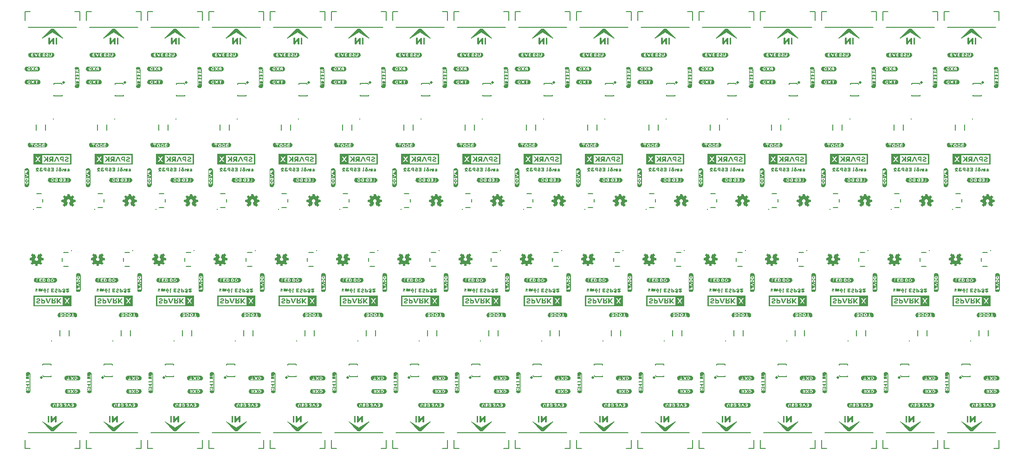
<source format=gbo>
G04 EAGLE Gerber RS-274X export*
G75*
%MOMM*%
%FSLAX34Y34*%
%LPD*%
%INSilkscreen Bottom*%
%IPPOS*%
%AMOC8*
5,1,8,0,0,1.08239X$1,22.5*%
G01*
%ADD10C,0.152400*%
%ADD11C,0.323106*%
%ADD12C,0.508000*%
%ADD13C,0.203200*%
%ADD14C,0.254000*%

G36*
X646477Y528975D02*
X646477Y528975D01*
X646472Y528983D01*
X646479Y528989D01*
X646479Y547971D01*
X646443Y548019D01*
X646436Y548013D01*
X646430Y548021D01*
X577850Y548021D01*
X577803Y547985D01*
X577808Y547977D01*
X577801Y547971D01*
X577801Y528989D01*
X577837Y528941D01*
X577844Y528947D01*
X577850Y528939D01*
X646430Y528939D01*
X646477Y528975D01*
G37*
G36*
X534717Y528975D02*
X534717Y528975D01*
X534712Y528983D01*
X534719Y528989D01*
X534719Y547971D01*
X534683Y548019D01*
X534676Y548013D01*
X534670Y548021D01*
X466090Y548021D01*
X466043Y547985D01*
X466048Y547977D01*
X466041Y547971D01*
X466041Y528989D01*
X466077Y528941D01*
X466084Y528947D01*
X466090Y528939D01*
X534670Y528939D01*
X534717Y528975D01*
G37*
G36*
X311197Y528975D02*
X311197Y528975D01*
X311192Y528983D01*
X311199Y528989D01*
X311199Y547971D01*
X311163Y548019D01*
X311156Y548013D01*
X311150Y548021D01*
X242570Y548021D01*
X242523Y547985D01*
X242528Y547977D01*
X242521Y547971D01*
X242521Y528989D01*
X242557Y528941D01*
X242564Y528947D01*
X242570Y528939D01*
X311150Y528939D01*
X311197Y528975D01*
G37*
G36*
X422957Y269895D02*
X422957Y269895D01*
X422952Y269903D01*
X422959Y269909D01*
X422959Y288891D01*
X422923Y288939D01*
X422916Y288933D01*
X422910Y288941D01*
X354330Y288941D01*
X354283Y288905D01*
X354288Y288897D01*
X354281Y288891D01*
X354281Y269909D01*
X354317Y269861D01*
X354324Y269867D01*
X354330Y269859D01*
X422910Y269859D01*
X422957Y269895D01*
G37*
G36*
X758237Y269895D02*
X758237Y269895D01*
X758232Y269903D01*
X758239Y269909D01*
X758239Y288891D01*
X758203Y288939D01*
X758196Y288933D01*
X758190Y288941D01*
X689610Y288941D01*
X689563Y288905D01*
X689568Y288897D01*
X689561Y288891D01*
X689561Y269909D01*
X689597Y269861D01*
X689604Y269867D01*
X689610Y269859D01*
X758190Y269859D01*
X758237Y269895D01*
G37*
G36*
X1317037Y269895D02*
X1317037Y269895D01*
X1317032Y269903D01*
X1317039Y269909D01*
X1317039Y288891D01*
X1317003Y288939D01*
X1316996Y288933D01*
X1316990Y288941D01*
X1248410Y288941D01*
X1248363Y288905D01*
X1248368Y288897D01*
X1248361Y288891D01*
X1248361Y269909D01*
X1248397Y269861D01*
X1248404Y269867D01*
X1248410Y269859D01*
X1316990Y269859D01*
X1317037Y269895D01*
G37*
G36*
X199437Y269895D02*
X199437Y269895D01*
X199432Y269903D01*
X199439Y269909D01*
X199439Y288891D01*
X199403Y288939D01*
X199396Y288933D01*
X199390Y288941D01*
X130810Y288941D01*
X130763Y288905D01*
X130768Y288897D01*
X130761Y288891D01*
X130761Y269909D01*
X130797Y269861D01*
X130804Y269867D01*
X130810Y269859D01*
X199390Y269859D01*
X199437Y269895D01*
G37*
G36*
X1205277Y269895D02*
X1205277Y269895D01*
X1205272Y269903D01*
X1205279Y269909D01*
X1205279Y288891D01*
X1205243Y288939D01*
X1205236Y288933D01*
X1205230Y288941D01*
X1136650Y288941D01*
X1136603Y288905D01*
X1136608Y288897D01*
X1136601Y288891D01*
X1136601Y269909D01*
X1136637Y269861D01*
X1136644Y269867D01*
X1136650Y269859D01*
X1205230Y269859D01*
X1205277Y269895D01*
G37*
G36*
X87643Y288939D02*
X87643Y288939D01*
X87636Y288933D01*
X87630Y288941D01*
X19050Y288941D01*
X19003Y288905D01*
X19008Y288897D01*
X19001Y288891D01*
X19001Y269909D01*
X19037Y269861D01*
X19044Y269867D01*
X19050Y269859D01*
X87630Y269859D01*
X87677Y269895D01*
X87672Y269903D01*
X87679Y269909D01*
X87679Y288891D01*
X87643Y288939D01*
G37*
G36*
X311197Y269895D02*
X311197Y269895D01*
X311192Y269903D01*
X311199Y269909D01*
X311199Y288891D01*
X311163Y288939D01*
X311156Y288933D01*
X311150Y288941D01*
X242570Y288941D01*
X242523Y288905D01*
X242528Y288897D01*
X242521Y288891D01*
X242521Y269909D01*
X242557Y269861D01*
X242564Y269867D01*
X242570Y269859D01*
X311150Y269859D01*
X311197Y269895D01*
G37*
G36*
X646477Y269895D02*
X646477Y269895D01*
X646472Y269903D01*
X646479Y269909D01*
X646479Y288891D01*
X646443Y288939D01*
X646436Y288933D01*
X646430Y288941D01*
X577850Y288941D01*
X577803Y288905D01*
X577808Y288897D01*
X577801Y288891D01*
X577801Y269909D01*
X577837Y269861D01*
X577844Y269867D01*
X577850Y269859D01*
X646430Y269859D01*
X646477Y269895D01*
G37*
G36*
X1764077Y528975D02*
X1764077Y528975D01*
X1764072Y528983D01*
X1764079Y528989D01*
X1764079Y547971D01*
X1764043Y548019D01*
X1764036Y548013D01*
X1764030Y548021D01*
X1695450Y548021D01*
X1695403Y547985D01*
X1695408Y547977D01*
X1695401Y547971D01*
X1695401Y528989D01*
X1695437Y528941D01*
X1695444Y528947D01*
X1695450Y528939D01*
X1764030Y528939D01*
X1764077Y528975D01*
G37*
G36*
X1540557Y269895D02*
X1540557Y269895D01*
X1540552Y269903D01*
X1540559Y269909D01*
X1540559Y288891D01*
X1540523Y288939D01*
X1540516Y288933D01*
X1540510Y288941D01*
X1471930Y288941D01*
X1471883Y288905D01*
X1471888Y288897D01*
X1471881Y288891D01*
X1471881Y269909D01*
X1471917Y269861D01*
X1471924Y269867D01*
X1471930Y269859D01*
X1540510Y269859D01*
X1540557Y269895D01*
G37*
G36*
X1764077Y269895D02*
X1764077Y269895D01*
X1764072Y269903D01*
X1764079Y269909D01*
X1764079Y288891D01*
X1764043Y288939D01*
X1764036Y288933D01*
X1764030Y288941D01*
X1695450Y288941D01*
X1695403Y288905D01*
X1695408Y288897D01*
X1695401Y288891D01*
X1695401Y269909D01*
X1695437Y269861D01*
X1695444Y269867D01*
X1695450Y269859D01*
X1764030Y269859D01*
X1764077Y269895D01*
G37*
G36*
X1093517Y269895D02*
X1093517Y269895D01*
X1093512Y269903D01*
X1093519Y269909D01*
X1093519Y288891D01*
X1093483Y288939D01*
X1093476Y288933D01*
X1093470Y288941D01*
X1024890Y288941D01*
X1024843Y288905D01*
X1024848Y288897D01*
X1024841Y288891D01*
X1024841Y269909D01*
X1024877Y269861D01*
X1024884Y269867D01*
X1024890Y269859D01*
X1093470Y269859D01*
X1093517Y269895D01*
G37*
G36*
X534717Y269895D02*
X534717Y269895D01*
X534712Y269903D01*
X534719Y269909D01*
X534719Y288891D01*
X534683Y288939D01*
X534676Y288933D01*
X534670Y288941D01*
X466090Y288941D01*
X466043Y288905D01*
X466048Y288897D01*
X466041Y288891D01*
X466041Y269909D01*
X466077Y269861D01*
X466084Y269867D01*
X466090Y269859D01*
X534670Y269859D01*
X534717Y269895D01*
G37*
G36*
X981757Y269895D02*
X981757Y269895D01*
X981752Y269903D01*
X981759Y269909D01*
X981759Y288891D01*
X981723Y288939D01*
X981716Y288933D01*
X981710Y288941D01*
X913130Y288941D01*
X913083Y288905D01*
X913088Y288897D01*
X913081Y288891D01*
X913081Y269909D01*
X913117Y269861D01*
X913124Y269867D01*
X913130Y269859D01*
X981710Y269859D01*
X981757Y269895D01*
G37*
G36*
X869997Y269895D02*
X869997Y269895D01*
X869992Y269903D01*
X869999Y269909D01*
X869999Y288891D01*
X869963Y288939D01*
X869956Y288933D01*
X869950Y288941D01*
X801370Y288941D01*
X801323Y288905D01*
X801328Y288897D01*
X801321Y288891D01*
X801321Y269909D01*
X801357Y269861D01*
X801364Y269867D01*
X801370Y269859D01*
X869950Y269859D01*
X869997Y269895D01*
G37*
G36*
X1428797Y269895D02*
X1428797Y269895D01*
X1428792Y269903D01*
X1428799Y269909D01*
X1428799Y288891D01*
X1428763Y288939D01*
X1428756Y288933D01*
X1428750Y288941D01*
X1360170Y288941D01*
X1360123Y288905D01*
X1360128Y288897D01*
X1360121Y288891D01*
X1360121Y269909D01*
X1360157Y269861D01*
X1360164Y269867D01*
X1360170Y269859D01*
X1428750Y269859D01*
X1428797Y269895D01*
G37*
G36*
X1652317Y269895D02*
X1652317Y269895D01*
X1652312Y269903D01*
X1652319Y269909D01*
X1652319Y288891D01*
X1652283Y288939D01*
X1652276Y288933D01*
X1652270Y288941D01*
X1583690Y288941D01*
X1583643Y288905D01*
X1583648Y288897D01*
X1583641Y288891D01*
X1583641Y269909D01*
X1583677Y269861D01*
X1583684Y269867D01*
X1583690Y269859D01*
X1652270Y269859D01*
X1652317Y269895D01*
G37*
G36*
X199437Y528975D02*
X199437Y528975D01*
X199432Y528983D01*
X199439Y528989D01*
X199439Y547971D01*
X199403Y548019D01*
X199396Y548013D01*
X199390Y548021D01*
X130810Y548021D01*
X130763Y547985D01*
X130768Y547977D01*
X130761Y547971D01*
X130761Y528989D01*
X130797Y528941D01*
X130804Y528947D01*
X130810Y528939D01*
X199390Y528939D01*
X199437Y528975D01*
G37*
G36*
X869997Y528975D02*
X869997Y528975D01*
X869992Y528983D01*
X869999Y528989D01*
X869999Y547971D01*
X869963Y548019D01*
X869956Y548013D01*
X869950Y548021D01*
X801370Y548021D01*
X801323Y547985D01*
X801328Y547977D01*
X801321Y547971D01*
X801321Y528989D01*
X801357Y528941D01*
X801364Y528947D01*
X801370Y528939D01*
X869950Y528939D01*
X869997Y528975D01*
G37*
G36*
X981757Y528975D02*
X981757Y528975D01*
X981752Y528983D01*
X981759Y528989D01*
X981759Y547971D01*
X981723Y548019D01*
X981716Y548013D01*
X981710Y548021D01*
X913130Y548021D01*
X913083Y547985D01*
X913088Y547977D01*
X913081Y547971D01*
X913081Y528989D01*
X913117Y528941D01*
X913124Y528947D01*
X913130Y528939D01*
X981710Y528939D01*
X981757Y528975D01*
G37*
G36*
X1652317Y528975D02*
X1652317Y528975D01*
X1652312Y528983D01*
X1652319Y528989D01*
X1652319Y547971D01*
X1652283Y548019D01*
X1652276Y548013D01*
X1652270Y548021D01*
X1583690Y548021D01*
X1583643Y547985D01*
X1583648Y547977D01*
X1583641Y547971D01*
X1583641Y528989D01*
X1583677Y528941D01*
X1583684Y528947D01*
X1583690Y528939D01*
X1652270Y528939D01*
X1652317Y528975D01*
G37*
G36*
X1317037Y528975D02*
X1317037Y528975D01*
X1317032Y528983D01*
X1317039Y528989D01*
X1317039Y547971D01*
X1317003Y548019D01*
X1316996Y548013D01*
X1316990Y548021D01*
X1248410Y548021D01*
X1248363Y547985D01*
X1248368Y547977D01*
X1248361Y547971D01*
X1248361Y528989D01*
X1248397Y528941D01*
X1248404Y528947D01*
X1248410Y528939D01*
X1316990Y528939D01*
X1317037Y528975D01*
G37*
G36*
X422957Y528975D02*
X422957Y528975D01*
X422952Y528983D01*
X422959Y528989D01*
X422959Y547971D01*
X422923Y548019D01*
X422916Y548013D01*
X422910Y548021D01*
X354330Y548021D01*
X354283Y547985D01*
X354288Y547977D01*
X354281Y547971D01*
X354281Y528989D01*
X354317Y528941D01*
X354324Y528947D01*
X354330Y528939D01*
X422910Y528939D01*
X422957Y528975D01*
G37*
G36*
X1205277Y528975D02*
X1205277Y528975D01*
X1205272Y528983D01*
X1205279Y528989D01*
X1205279Y547971D01*
X1205243Y548019D01*
X1205236Y548013D01*
X1205230Y548021D01*
X1136650Y548021D01*
X1136603Y547985D01*
X1136608Y547977D01*
X1136601Y547971D01*
X1136601Y528989D01*
X1136637Y528941D01*
X1136644Y528947D01*
X1136650Y528939D01*
X1205230Y528939D01*
X1205277Y528975D01*
G37*
G36*
X1093517Y528975D02*
X1093517Y528975D01*
X1093512Y528983D01*
X1093519Y528989D01*
X1093519Y547971D01*
X1093483Y548019D01*
X1093476Y548013D01*
X1093470Y548021D01*
X1024890Y548021D01*
X1024843Y547985D01*
X1024848Y547977D01*
X1024841Y547971D01*
X1024841Y528989D01*
X1024877Y528941D01*
X1024884Y528947D01*
X1024890Y528939D01*
X1093470Y528939D01*
X1093517Y528975D01*
G37*
G36*
X758237Y528975D02*
X758237Y528975D01*
X758232Y528983D01*
X758239Y528989D01*
X758239Y547971D01*
X758203Y548019D01*
X758196Y548013D01*
X758190Y548021D01*
X689610Y548021D01*
X689563Y547985D01*
X689568Y547977D01*
X689561Y547971D01*
X689561Y528989D01*
X689597Y528941D01*
X689604Y528947D01*
X689610Y528939D01*
X758190Y528939D01*
X758237Y528975D01*
G37*
G36*
X1428797Y528975D02*
X1428797Y528975D01*
X1428792Y528983D01*
X1428799Y528989D01*
X1428799Y547971D01*
X1428763Y548019D01*
X1428756Y548013D01*
X1428750Y548021D01*
X1360170Y548021D01*
X1360123Y547985D01*
X1360128Y547977D01*
X1360121Y547971D01*
X1360121Y528989D01*
X1360157Y528941D01*
X1360164Y528947D01*
X1360170Y528939D01*
X1428750Y528939D01*
X1428797Y528975D01*
G37*
G36*
X87677Y528975D02*
X87677Y528975D01*
X87672Y528983D01*
X87679Y528989D01*
X87679Y547971D01*
X87643Y548019D01*
X87636Y548013D01*
X87630Y548021D01*
X19050Y548021D01*
X19003Y547985D01*
X19008Y547977D01*
X19001Y547971D01*
X19001Y528989D01*
X19037Y528941D01*
X19044Y528947D01*
X19050Y528939D01*
X87630Y528939D01*
X87677Y528975D01*
G37*
G36*
X1540557Y528975D02*
X1540557Y528975D01*
X1540552Y528983D01*
X1540559Y528989D01*
X1540559Y547971D01*
X1540523Y548019D01*
X1540516Y548013D01*
X1540510Y548021D01*
X1471930Y548021D01*
X1471883Y547985D01*
X1471888Y547977D01*
X1471881Y547971D01*
X1471881Y528989D01*
X1471917Y528941D01*
X1471924Y528947D01*
X1471930Y528939D01*
X1540510Y528939D01*
X1540557Y528975D01*
G37*
%LPC*%
G36*
X704980Y530800D02*
X704980Y530800D01*
X704980Y546160D01*
X756378Y546160D01*
X756378Y530800D01*
X704980Y530800D01*
G37*
%LPD*%
%LPC*%
G36*
X1040260Y530800D02*
X1040260Y530800D01*
X1040260Y546160D01*
X1091658Y546160D01*
X1091658Y530800D01*
X1040260Y530800D01*
G37*
%LPD*%
%LPC*%
G36*
X1487300Y530800D02*
X1487300Y530800D01*
X1487300Y546160D01*
X1538698Y546160D01*
X1538698Y530800D01*
X1487300Y530800D01*
G37*
%LPD*%
%LPC*%
G36*
X72260Y271720D02*
X72260Y271720D01*
X20862Y271720D01*
X20862Y287080D01*
X72260Y287080D01*
X72260Y271720D01*
G37*
%LPD*%
%LPC*%
G36*
X1697262Y271720D02*
X1697262Y271720D01*
X1697262Y287080D01*
X1748660Y287080D01*
X1748660Y271720D01*
X1697262Y271720D01*
G37*
%LPD*%
%LPC*%
G36*
X132622Y271720D02*
X132622Y271720D01*
X132622Y287080D01*
X184020Y287080D01*
X184020Y271720D01*
X132622Y271720D01*
G37*
%LPD*%
%LPC*%
G36*
X244382Y271720D02*
X244382Y271720D01*
X244382Y287080D01*
X295780Y287080D01*
X295780Y271720D01*
X244382Y271720D01*
G37*
%LPD*%
%LPC*%
G36*
X691422Y271720D02*
X691422Y271720D01*
X691422Y287080D01*
X742820Y287080D01*
X742820Y271720D01*
X691422Y271720D01*
G37*
%LPD*%
%LPC*%
G36*
X1026702Y271720D02*
X1026702Y271720D01*
X1026702Y287080D01*
X1078100Y287080D01*
X1078100Y271720D01*
X1026702Y271720D01*
G37*
%LPD*%
%LPC*%
G36*
X928500Y530800D02*
X928500Y530800D01*
X928500Y546160D01*
X979898Y546160D01*
X979898Y530800D01*
X928500Y530800D01*
G37*
%LPD*%
%LPC*%
G36*
X593220Y530800D02*
X593220Y530800D01*
X593220Y546160D01*
X644618Y546160D01*
X644618Y530800D01*
X593220Y530800D01*
G37*
%LPD*%
%LPC*%
G36*
X481460Y530800D02*
X481460Y530800D01*
X481460Y546160D01*
X532858Y546160D01*
X532858Y530800D01*
X481460Y530800D01*
G37*
%LPD*%
%LPC*%
G36*
X816740Y530800D02*
X816740Y530800D01*
X816740Y546160D01*
X868138Y546160D01*
X868138Y530800D01*
X816740Y530800D01*
G37*
%LPD*%
%LPC*%
G36*
X1375540Y530800D02*
X1375540Y530800D01*
X1375540Y546160D01*
X1426938Y546160D01*
X1426938Y530800D01*
X1375540Y530800D01*
G37*
%LPD*%
%LPC*%
G36*
X1710820Y530800D02*
X1710820Y530800D01*
X1710820Y546160D01*
X1762218Y546160D01*
X1762218Y530800D01*
X1710820Y530800D01*
G37*
%LPD*%
%LPC*%
G36*
X146180Y530800D02*
X146180Y530800D01*
X146180Y546160D01*
X197578Y546160D01*
X197578Y530800D01*
X146180Y530800D01*
G37*
%LPD*%
%LPC*%
G36*
X369700Y530800D02*
X369700Y530800D01*
X369700Y546160D01*
X421098Y546160D01*
X421098Y530800D01*
X369700Y530800D01*
G37*
%LPD*%
%LPC*%
G36*
X1250222Y271720D02*
X1250222Y271720D01*
X1250222Y287080D01*
X1301620Y287080D01*
X1301620Y271720D01*
X1250222Y271720D01*
G37*
%LPD*%
%LPC*%
G36*
X914942Y271720D02*
X914942Y271720D01*
X914942Y287080D01*
X966340Y287080D01*
X966340Y271720D01*
X914942Y271720D01*
G37*
%LPD*%
%LPC*%
G36*
X356142Y271720D02*
X356142Y271720D01*
X356142Y287080D01*
X407540Y287080D01*
X407540Y271720D01*
X356142Y271720D01*
G37*
%LPD*%
%LPC*%
G36*
X1138462Y271720D02*
X1138462Y271720D01*
X1138462Y287080D01*
X1189860Y287080D01*
X1189860Y271720D01*
X1138462Y271720D01*
G37*
%LPD*%
%LPC*%
G36*
X257940Y530800D02*
X257940Y530800D01*
X257940Y546160D01*
X309338Y546160D01*
X309338Y530800D01*
X257940Y530800D01*
G37*
%LPD*%
%LPC*%
G36*
X467902Y271720D02*
X467902Y271720D01*
X467902Y287080D01*
X519300Y287080D01*
X519300Y271720D01*
X467902Y271720D01*
G37*
%LPD*%
%LPC*%
G36*
X1361982Y271720D02*
X1361982Y271720D01*
X1361982Y287080D01*
X1413380Y287080D01*
X1413380Y271720D01*
X1361982Y271720D01*
G37*
%LPD*%
%LPC*%
G36*
X1473742Y271720D02*
X1473742Y271720D01*
X1473742Y287080D01*
X1525140Y287080D01*
X1525140Y271720D01*
X1473742Y271720D01*
G37*
%LPD*%
%LPC*%
G36*
X579662Y271720D02*
X579662Y271720D01*
X579662Y287080D01*
X631060Y287080D01*
X631060Y271720D01*
X579662Y271720D01*
G37*
%LPD*%
%LPC*%
G36*
X803182Y271720D02*
X803182Y271720D01*
X803182Y287080D01*
X854580Y287080D01*
X854580Y271720D01*
X803182Y271720D01*
G37*
%LPD*%
%LPC*%
G36*
X1585502Y271720D02*
X1585502Y271720D01*
X1585502Y287080D01*
X1636900Y287080D01*
X1636900Y271720D01*
X1585502Y271720D01*
G37*
%LPD*%
%LPC*%
G36*
X1599060Y530800D02*
X1599060Y530800D01*
X1599060Y546160D01*
X1650458Y546160D01*
X1650458Y530800D01*
X1599060Y530800D01*
G37*
%LPD*%
%LPC*%
G36*
X34420Y530800D02*
X34420Y530800D01*
X34420Y546160D01*
X85818Y546160D01*
X85818Y530800D01*
X34420Y530800D01*
G37*
%LPD*%
%LPC*%
G36*
X1152020Y530800D02*
X1152020Y530800D01*
X1152020Y546160D01*
X1203418Y546160D01*
X1203418Y530800D01*
X1152020Y530800D01*
G37*
%LPD*%
%LPC*%
G36*
X1263780Y530800D02*
X1263780Y530800D01*
X1263780Y546160D01*
X1315178Y546160D01*
X1315178Y530800D01*
X1263780Y530800D01*
G37*
%LPD*%
G36*
X947407Y724736D02*
X947407Y724736D01*
X947412Y724732D01*
X947812Y724832D01*
X947817Y724838D01*
X947822Y724836D01*
X948217Y725034D01*
X948612Y725132D01*
X948617Y725138D01*
X948622Y725136D01*
X949022Y725336D01*
X949027Y725346D01*
X949035Y725345D01*
X950235Y726545D01*
X950236Y726557D01*
X950244Y726558D01*
X950443Y726955D01*
X950641Y727253D01*
X950640Y727265D01*
X950648Y727268D01*
X950748Y727668D01*
X950747Y727670D01*
X950748Y727670D01*
X950848Y728169D01*
X950948Y728568D01*
X950944Y728576D01*
X950949Y728580D01*
X950949Y729380D01*
X950944Y729387D01*
X950948Y729392D01*
X950848Y729791D01*
X950748Y730290D01*
X950745Y730293D01*
X950747Y730296D01*
X950647Y730596D01*
X950642Y730599D01*
X950644Y730602D01*
X950244Y731402D01*
X950234Y731407D01*
X950235Y731415D01*
X949035Y732615D01*
X949023Y732616D01*
X949022Y732624D01*
X948622Y732824D01*
X948614Y732823D01*
X948612Y732828D01*
X948217Y732926D01*
X947822Y733124D01*
X947814Y733123D01*
X947812Y733128D01*
X947412Y733228D01*
X947404Y733224D01*
X947400Y733229D01*
X906900Y733229D01*
X906893Y733224D01*
X906888Y733228D01*
X906489Y733128D01*
X905990Y733028D01*
X905981Y733018D01*
X905973Y733021D01*
X905675Y732823D01*
X904878Y732424D01*
X904873Y732414D01*
X904865Y732415D01*
X904265Y731815D01*
X904264Y731803D01*
X904256Y731802D01*
X904059Y731409D01*
X903765Y731115D01*
X903764Y731103D01*
X903756Y731102D01*
X903556Y730702D01*
X903557Y730694D01*
X903552Y730692D01*
X903252Y729492D01*
X903256Y729484D01*
X903251Y729480D01*
X903251Y728580D01*
X903256Y728573D01*
X903252Y728568D01*
X903552Y727368D01*
X903558Y727363D01*
X903556Y727358D01*
X903756Y726958D01*
X903760Y726956D01*
X903759Y726953D01*
X903957Y726655D01*
X904156Y726258D01*
X904166Y726253D01*
X904165Y726245D01*
X904765Y725645D01*
X904777Y725644D01*
X904778Y725636D01*
X905175Y725437D01*
X905473Y725239D01*
X905477Y725239D01*
X905478Y725236D01*
X906278Y724836D01*
X906286Y724837D01*
X906288Y724832D01*
X906688Y724732D01*
X906696Y724736D01*
X906700Y724731D01*
X947400Y724731D01*
X947407Y724736D01*
G37*
G36*
X1282687Y724736D02*
X1282687Y724736D01*
X1282692Y724732D01*
X1283092Y724832D01*
X1283097Y724838D01*
X1283102Y724836D01*
X1283497Y725034D01*
X1283892Y725132D01*
X1283897Y725138D01*
X1283902Y725136D01*
X1284302Y725336D01*
X1284307Y725346D01*
X1284315Y725345D01*
X1285515Y726545D01*
X1285516Y726557D01*
X1285524Y726558D01*
X1285723Y726955D01*
X1285921Y727253D01*
X1285920Y727265D01*
X1285928Y727268D01*
X1286028Y727668D01*
X1286027Y727670D01*
X1286028Y727670D01*
X1286128Y728169D01*
X1286228Y728568D01*
X1286224Y728576D01*
X1286229Y728580D01*
X1286229Y729380D01*
X1286224Y729387D01*
X1286228Y729392D01*
X1286128Y729791D01*
X1286028Y730290D01*
X1286025Y730293D01*
X1286027Y730296D01*
X1285927Y730596D01*
X1285922Y730599D01*
X1285924Y730602D01*
X1285524Y731402D01*
X1285514Y731407D01*
X1285515Y731415D01*
X1284315Y732615D01*
X1284303Y732616D01*
X1284302Y732624D01*
X1283902Y732824D01*
X1283894Y732823D01*
X1283892Y732828D01*
X1283497Y732926D01*
X1283102Y733124D01*
X1283094Y733123D01*
X1283092Y733128D01*
X1282692Y733228D01*
X1282684Y733224D01*
X1282680Y733229D01*
X1242180Y733229D01*
X1242173Y733224D01*
X1242168Y733228D01*
X1241769Y733128D01*
X1241270Y733028D01*
X1241261Y733018D01*
X1241253Y733021D01*
X1240955Y732823D01*
X1240158Y732424D01*
X1240153Y732414D01*
X1240145Y732415D01*
X1239545Y731815D01*
X1239544Y731803D01*
X1239536Y731802D01*
X1239339Y731409D01*
X1239045Y731115D01*
X1239044Y731103D01*
X1239036Y731102D01*
X1238836Y730702D01*
X1238837Y730694D01*
X1238832Y730692D01*
X1238532Y729492D01*
X1238536Y729484D01*
X1238531Y729480D01*
X1238531Y728580D01*
X1238536Y728573D01*
X1238532Y728568D01*
X1238832Y727368D01*
X1238838Y727363D01*
X1238836Y727358D01*
X1239036Y726958D01*
X1239040Y726956D01*
X1239039Y726953D01*
X1239237Y726655D01*
X1239436Y726258D01*
X1239446Y726253D01*
X1239445Y726245D01*
X1240045Y725645D01*
X1240057Y725644D01*
X1240058Y725636D01*
X1240455Y725437D01*
X1240753Y725239D01*
X1240757Y725239D01*
X1240758Y725236D01*
X1241558Y724836D01*
X1241566Y724837D01*
X1241568Y724832D01*
X1241968Y724732D01*
X1241976Y724736D01*
X1241980Y724731D01*
X1282680Y724731D01*
X1282687Y724736D01*
G37*
G36*
X1394447Y724736D02*
X1394447Y724736D01*
X1394452Y724732D01*
X1394852Y724832D01*
X1394857Y724838D01*
X1394862Y724836D01*
X1395257Y725034D01*
X1395652Y725132D01*
X1395657Y725138D01*
X1395662Y725136D01*
X1396062Y725336D01*
X1396067Y725346D01*
X1396075Y725345D01*
X1397275Y726545D01*
X1397276Y726557D01*
X1397284Y726558D01*
X1397483Y726955D01*
X1397681Y727253D01*
X1397680Y727265D01*
X1397688Y727268D01*
X1397788Y727668D01*
X1397787Y727670D01*
X1397788Y727670D01*
X1397888Y728169D01*
X1397988Y728568D01*
X1397984Y728576D01*
X1397989Y728580D01*
X1397989Y729380D01*
X1397984Y729387D01*
X1397988Y729392D01*
X1397888Y729791D01*
X1397788Y730290D01*
X1397785Y730293D01*
X1397787Y730296D01*
X1397687Y730596D01*
X1397682Y730599D01*
X1397684Y730602D01*
X1397284Y731402D01*
X1397274Y731407D01*
X1397275Y731415D01*
X1396075Y732615D01*
X1396063Y732616D01*
X1396062Y732624D01*
X1395662Y732824D01*
X1395654Y732823D01*
X1395652Y732828D01*
X1395257Y732926D01*
X1394862Y733124D01*
X1394854Y733123D01*
X1394852Y733128D01*
X1394452Y733228D01*
X1394444Y733224D01*
X1394440Y733229D01*
X1353940Y733229D01*
X1353933Y733224D01*
X1353928Y733228D01*
X1353529Y733128D01*
X1353030Y733028D01*
X1353021Y733018D01*
X1353013Y733021D01*
X1352715Y732823D01*
X1351918Y732424D01*
X1351913Y732414D01*
X1351905Y732415D01*
X1351305Y731815D01*
X1351304Y731803D01*
X1351296Y731802D01*
X1351099Y731409D01*
X1350805Y731115D01*
X1350804Y731103D01*
X1350796Y731102D01*
X1350596Y730702D01*
X1350597Y730694D01*
X1350592Y730692D01*
X1350292Y729492D01*
X1350296Y729484D01*
X1350291Y729480D01*
X1350291Y728580D01*
X1350296Y728573D01*
X1350292Y728568D01*
X1350592Y727368D01*
X1350598Y727363D01*
X1350596Y727358D01*
X1350796Y726958D01*
X1350800Y726956D01*
X1350799Y726953D01*
X1350997Y726655D01*
X1351196Y726258D01*
X1351206Y726253D01*
X1351205Y726245D01*
X1351805Y725645D01*
X1351817Y725644D01*
X1351818Y725636D01*
X1352215Y725437D01*
X1352513Y725239D01*
X1352517Y725239D01*
X1352518Y725236D01*
X1353318Y724836D01*
X1353326Y724837D01*
X1353328Y724832D01*
X1353728Y724732D01*
X1353736Y724736D01*
X1353740Y724731D01*
X1394440Y724731D01*
X1394447Y724736D01*
G37*
G36*
X835647Y724736D02*
X835647Y724736D01*
X835652Y724732D01*
X836052Y724832D01*
X836057Y724838D01*
X836062Y724836D01*
X836457Y725034D01*
X836852Y725132D01*
X836857Y725138D01*
X836862Y725136D01*
X837262Y725336D01*
X837267Y725346D01*
X837275Y725345D01*
X838475Y726545D01*
X838476Y726557D01*
X838484Y726558D01*
X838683Y726955D01*
X838881Y727253D01*
X838880Y727265D01*
X838888Y727268D01*
X838988Y727668D01*
X838987Y727670D01*
X838988Y727670D01*
X839088Y728169D01*
X839188Y728568D01*
X839184Y728576D01*
X839189Y728580D01*
X839189Y729380D01*
X839184Y729387D01*
X839188Y729392D01*
X839088Y729791D01*
X838988Y730290D01*
X838985Y730293D01*
X838987Y730296D01*
X838887Y730596D01*
X838882Y730599D01*
X838884Y730602D01*
X838484Y731402D01*
X838474Y731407D01*
X838475Y731415D01*
X837275Y732615D01*
X837263Y732616D01*
X837262Y732624D01*
X836862Y732824D01*
X836854Y732823D01*
X836852Y732828D01*
X836457Y732926D01*
X836062Y733124D01*
X836054Y733123D01*
X836052Y733128D01*
X835652Y733228D01*
X835644Y733224D01*
X835640Y733229D01*
X795140Y733229D01*
X795133Y733224D01*
X795128Y733228D01*
X794729Y733128D01*
X794230Y733028D01*
X794221Y733018D01*
X794213Y733021D01*
X793915Y732823D01*
X793118Y732424D01*
X793113Y732414D01*
X793105Y732415D01*
X792505Y731815D01*
X792504Y731803D01*
X792496Y731802D01*
X792299Y731409D01*
X792005Y731115D01*
X792004Y731103D01*
X791996Y731102D01*
X791796Y730702D01*
X791797Y730694D01*
X791792Y730692D01*
X791492Y729492D01*
X791496Y729484D01*
X791491Y729480D01*
X791491Y728580D01*
X791496Y728573D01*
X791492Y728568D01*
X791792Y727368D01*
X791798Y727363D01*
X791796Y727358D01*
X791996Y726958D01*
X792000Y726956D01*
X791999Y726953D01*
X792197Y726655D01*
X792396Y726258D01*
X792406Y726253D01*
X792405Y726245D01*
X793005Y725645D01*
X793017Y725644D01*
X793018Y725636D01*
X793415Y725437D01*
X793713Y725239D01*
X793717Y725239D01*
X793718Y725236D01*
X794518Y724836D01*
X794526Y724837D01*
X794528Y724832D01*
X794928Y724732D01*
X794936Y724736D01*
X794940Y724731D01*
X835640Y724731D01*
X835647Y724736D01*
G37*
G36*
X276847Y724736D02*
X276847Y724736D01*
X276852Y724732D01*
X277252Y724832D01*
X277257Y724838D01*
X277262Y724836D01*
X277657Y725034D01*
X278052Y725132D01*
X278057Y725138D01*
X278062Y725136D01*
X278462Y725336D01*
X278467Y725346D01*
X278475Y725345D01*
X279675Y726545D01*
X279676Y726557D01*
X279684Y726558D01*
X279883Y726955D01*
X280081Y727253D01*
X280080Y727265D01*
X280088Y727268D01*
X280188Y727668D01*
X280187Y727670D01*
X280188Y727670D01*
X280288Y728169D01*
X280388Y728568D01*
X280384Y728576D01*
X280389Y728580D01*
X280389Y729380D01*
X280384Y729387D01*
X280388Y729392D01*
X280288Y729791D01*
X280188Y730290D01*
X280185Y730293D01*
X280187Y730296D01*
X280087Y730596D01*
X280082Y730599D01*
X280084Y730602D01*
X279684Y731402D01*
X279674Y731407D01*
X279675Y731415D01*
X278475Y732615D01*
X278463Y732616D01*
X278462Y732624D01*
X278062Y732824D01*
X278054Y732823D01*
X278052Y732828D01*
X277657Y732926D01*
X277262Y733124D01*
X277254Y733123D01*
X277252Y733128D01*
X276852Y733228D01*
X276844Y733224D01*
X276840Y733229D01*
X236340Y733229D01*
X236333Y733224D01*
X236328Y733228D01*
X235929Y733128D01*
X235430Y733028D01*
X235421Y733018D01*
X235413Y733021D01*
X235115Y732823D01*
X234318Y732424D01*
X234313Y732414D01*
X234305Y732415D01*
X233705Y731815D01*
X233704Y731803D01*
X233696Y731802D01*
X233499Y731409D01*
X233205Y731115D01*
X233204Y731103D01*
X233196Y731102D01*
X232996Y730702D01*
X232997Y730694D01*
X232992Y730692D01*
X232692Y729492D01*
X232696Y729484D01*
X232691Y729480D01*
X232691Y728580D01*
X232696Y728573D01*
X232692Y728568D01*
X232992Y727368D01*
X232998Y727363D01*
X232996Y727358D01*
X233196Y726958D01*
X233200Y726956D01*
X233199Y726953D01*
X233397Y726655D01*
X233596Y726258D01*
X233606Y726253D01*
X233605Y726245D01*
X234205Y725645D01*
X234217Y725644D01*
X234218Y725636D01*
X234615Y725437D01*
X234913Y725239D01*
X234917Y725239D01*
X234918Y725236D01*
X235718Y724836D01*
X235726Y724837D01*
X235728Y724832D01*
X236128Y724732D01*
X236136Y724736D01*
X236140Y724731D01*
X276840Y724731D01*
X276847Y724736D01*
G37*
G36*
X388607Y724736D02*
X388607Y724736D01*
X388612Y724732D01*
X389012Y724832D01*
X389017Y724838D01*
X389022Y724836D01*
X389417Y725034D01*
X389812Y725132D01*
X389817Y725138D01*
X389822Y725136D01*
X390222Y725336D01*
X390227Y725346D01*
X390235Y725345D01*
X391435Y726545D01*
X391436Y726557D01*
X391444Y726558D01*
X391643Y726955D01*
X391841Y727253D01*
X391840Y727265D01*
X391848Y727268D01*
X391948Y727668D01*
X391947Y727670D01*
X391948Y727670D01*
X392048Y728169D01*
X392148Y728568D01*
X392144Y728576D01*
X392149Y728580D01*
X392149Y729380D01*
X392144Y729387D01*
X392148Y729392D01*
X392048Y729791D01*
X391948Y730290D01*
X391945Y730293D01*
X391947Y730296D01*
X391847Y730596D01*
X391842Y730599D01*
X391844Y730602D01*
X391444Y731402D01*
X391434Y731407D01*
X391435Y731415D01*
X390235Y732615D01*
X390223Y732616D01*
X390222Y732624D01*
X389822Y732824D01*
X389814Y732823D01*
X389812Y732828D01*
X389417Y732926D01*
X389022Y733124D01*
X389014Y733123D01*
X389012Y733128D01*
X388612Y733228D01*
X388604Y733224D01*
X388600Y733229D01*
X348100Y733229D01*
X348093Y733224D01*
X348088Y733228D01*
X347689Y733128D01*
X347190Y733028D01*
X347181Y733018D01*
X347173Y733021D01*
X346875Y732823D01*
X346078Y732424D01*
X346073Y732414D01*
X346065Y732415D01*
X345465Y731815D01*
X345464Y731803D01*
X345456Y731802D01*
X345259Y731409D01*
X344965Y731115D01*
X344964Y731103D01*
X344956Y731102D01*
X344756Y730702D01*
X344757Y730694D01*
X344752Y730692D01*
X344452Y729492D01*
X344456Y729484D01*
X344451Y729480D01*
X344451Y728580D01*
X344456Y728573D01*
X344452Y728568D01*
X344752Y727368D01*
X344758Y727363D01*
X344756Y727358D01*
X344956Y726958D01*
X344960Y726956D01*
X344959Y726953D01*
X345157Y726655D01*
X345356Y726258D01*
X345366Y726253D01*
X345365Y726245D01*
X345965Y725645D01*
X345977Y725644D01*
X345978Y725636D01*
X346375Y725437D01*
X346673Y725239D01*
X346677Y725239D01*
X346678Y725236D01*
X347478Y724836D01*
X347486Y724837D01*
X347488Y724832D01*
X347888Y724732D01*
X347896Y724736D01*
X347900Y724731D01*
X388600Y724731D01*
X388607Y724736D01*
G37*
G36*
X165087Y724736D02*
X165087Y724736D01*
X165092Y724732D01*
X165492Y724832D01*
X165497Y724838D01*
X165502Y724836D01*
X165897Y725034D01*
X166292Y725132D01*
X166297Y725138D01*
X166302Y725136D01*
X166702Y725336D01*
X166707Y725346D01*
X166715Y725345D01*
X167915Y726545D01*
X167916Y726557D01*
X167924Y726558D01*
X168123Y726955D01*
X168321Y727253D01*
X168320Y727265D01*
X168328Y727268D01*
X168428Y727668D01*
X168427Y727670D01*
X168428Y727670D01*
X168528Y728169D01*
X168628Y728568D01*
X168624Y728576D01*
X168629Y728580D01*
X168629Y729380D01*
X168624Y729387D01*
X168628Y729392D01*
X168528Y729791D01*
X168428Y730290D01*
X168425Y730293D01*
X168427Y730296D01*
X168327Y730596D01*
X168322Y730599D01*
X168324Y730602D01*
X167924Y731402D01*
X167914Y731407D01*
X167915Y731415D01*
X166715Y732615D01*
X166703Y732616D01*
X166702Y732624D01*
X166302Y732824D01*
X166294Y732823D01*
X166292Y732828D01*
X165897Y732926D01*
X165502Y733124D01*
X165494Y733123D01*
X165492Y733128D01*
X165092Y733228D01*
X165084Y733224D01*
X165080Y733229D01*
X124580Y733229D01*
X124573Y733224D01*
X124568Y733228D01*
X124169Y733128D01*
X123670Y733028D01*
X123661Y733018D01*
X123653Y733021D01*
X123355Y732823D01*
X122558Y732424D01*
X122553Y732414D01*
X122545Y732415D01*
X121945Y731815D01*
X121944Y731803D01*
X121936Y731802D01*
X121739Y731409D01*
X121445Y731115D01*
X121444Y731103D01*
X121436Y731102D01*
X121236Y730702D01*
X121237Y730694D01*
X121232Y730692D01*
X120932Y729492D01*
X120936Y729484D01*
X120931Y729480D01*
X120931Y728580D01*
X120936Y728573D01*
X120932Y728568D01*
X121232Y727368D01*
X121238Y727363D01*
X121236Y727358D01*
X121436Y726958D01*
X121440Y726956D01*
X121439Y726953D01*
X121637Y726655D01*
X121836Y726258D01*
X121846Y726253D01*
X121845Y726245D01*
X122445Y725645D01*
X122457Y725644D01*
X122458Y725636D01*
X122855Y725437D01*
X123153Y725239D01*
X123157Y725239D01*
X123158Y725236D01*
X123958Y724836D01*
X123966Y724837D01*
X123968Y724832D01*
X124368Y724732D01*
X124376Y724736D01*
X124380Y724731D01*
X165080Y724731D01*
X165087Y724736D01*
G37*
G36*
X1170927Y724736D02*
X1170927Y724736D01*
X1170932Y724732D01*
X1171332Y724832D01*
X1171337Y724838D01*
X1171342Y724836D01*
X1171737Y725034D01*
X1172132Y725132D01*
X1172137Y725138D01*
X1172142Y725136D01*
X1172542Y725336D01*
X1172547Y725346D01*
X1172555Y725345D01*
X1173755Y726545D01*
X1173756Y726557D01*
X1173764Y726558D01*
X1173963Y726955D01*
X1174161Y727253D01*
X1174160Y727265D01*
X1174168Y727268D01*
X1174268Y727668D01*
X1174267Y727670D01*
X1174268Y727670D01*
X1174368Y728169D01*
X1174468Y728568D01*
X1174464Y728576D01*
X1174469Y728580D01*
X1174469Y729380D01*
X1174464Y729387D01*
X1174468Y729392D01*
X1174368Y729791D01*
X1174268Y730290D01*
X1174265Y730293D01*
X1174267Y730296D01*
X1174167Y730596D01*
X1174162Y730599D01*
X1174164Y730602D01*
X1173764Y731402D01*
X1173754Y731407D01*
X1173755Y731415D01*
X1172555Y732615D01*
X1172543Y732616D01*
X1172542Y732624D01*
X1172142Y732824D01*
X1172134Y732823D01*
X1172132Y732828D01*
X1171737Y732926D01*
X1171342Y733124D01*
X1171334Y733123D01*
X1171332Y733128D01*
X1170932Y733228D01*
X1170924Y733224D01*
X1170920Y733229D01*
X1130420Y733229D01*
X1130413Y733224D01*
X1130408Y733228D01*
X1130009Y733128D01*
X1129510Y733028D01*
X1129501Y733018D01*
X1129493Y733021D01*
X1129195Y732823D01*
X1128398Y732424D01*
X1128393Y732414D01*
X1128385Y732415D01*
X1127785Y731815D01*
X1127784Y731803D01*
X1127776Y731802D01*
X1127579Y731409D01*
X1127285Y731115D01*
X1127284Y731103D01*
X1127276Y731102D01*
X1127076Y730702D01*
X1127077Y730694D01*
X1127072Y730692D01*
X1126772Y729492D01*
X1126776Y729484D01*
X1126771Y729480D01*
X1126771Y728580D01*
X1126776Y728573D01*
X1126772Y728568D01*
X1127072Y727368D01*
X1127078Y727363D01*
X1127076Y727358D01*
X1127276Y726958D01*
X1127280Y726956D01*
X1127279Y726953D01*
X1127477Y726655D01*
X1127676Y726258D01*
X1127686Y726253D01*
X1127685Y726245D01*
X1128285Y725645D01*
X1128297Y725644D01*
X1128298Y725636D01*
X1128695Y725437D01*
X1128993Y725239D01*
X1128997Y725239D01*
X1128998Y725236D01*
X1129798Y724836D01*
X1129806Y724837D01*
X1129808Y724832D01*
X1130208Y724732D01*
X1130216Y724736D01*
X1130220Y724731D01*
X1170920Y724731D01*
X1170927Y724736D01*
G37*
G36*
X53327Y724736D02*
X53327Y724736D01*
X53332Y724732D01*
X53732Y724832D01*
X53737Y724838D01*
X53742Y724836D01*
X54137Y725034D01*
X54532Y725132D01*
X54537Y725138D01*
X54542Y725136D01*
X54942Y725336D01*
X54947Y725346D01*
X54955Y725345D01*
X56155Y726545D01*
X56156Y726557D01*
X56164Y726558D01*
X56363Y726955D01*
X56561Y727253D01*
X56560Y727265D01*
X56568Y727268D01*
X56668Y727668D01*
X56667Y727670D01*
X56668Y727670D01*
X56768Y728169D01*
X56868Y728568D01*
X56864Y728576D01*
X56869Y728580D01*
X56869Y729380D01*
X56864Y729387D01*
X56868Y729392D01*
X56768Y729791D01*
X56668Y730290D01*
X56665Y730293D01*
X56667Y730296D01*
X56567Y730596D01*
X56562Y730599D01*
X56564Y730602D01*
X56164Y731402D01*
X56154Y731407D01*
X56155Y731415D01*
X54955Y732615D01*
X54943Y732616D01*
X54942Y732624D01*
X54542Y732824D01*
X54534Y732823D01*
X54532Y732828D01*
X54137Y732926D01*
X53742Y733124D01*
X53734Y733123D01*
X53732Y733128D01*
X53332Y733228D01*
X53324Y733224D01*
X53320Y733229D01*
X12820Y733229D01*
X12813Y733224D01*
X12808Y733228D01*
X12409Y733128D01*
X11910Y733028D01*
X11901Y733018D01*
X11893Y733021D01*
X11595Y732823D01*
X10798Y732424D01*
X10793Y732414D01*
X10785Y732415D01*
X10185Y731815D01*
X10184Y731803D01*
X10176Y731802D01*
X9979Y731409D01*
X9685Y731115D01*
X9684Y731103D01*
X9676Y731102D01*
X9476Y730702D01*
X9477Y730694D01*
X9472Y730692D01*
X9172Y729492D01*
X9176Y729484D01*
X9171Y729480D01*
X9171Y728580D01*
X9176Y728573D01*
X9172Y728568D01*
X9472Y727368D01*
X9478Y727363D01*
X9476Y727358D01*
X9676Y726958D01*
X9680Y726956D01*
X9679Y726953D01*
X9877Y726655D01*
X10076Y726258D01*
X10086Y726253D01*
X10085Y726245D01*
X10685Y725645D01*
X10697Y725644D01*
X10698Y725636D01*
X11095Y725437D01*
X11393Y725239D01*
X11397Y725239D01*
X11398Y725236D01*
X12198Y724836D01*
X12206Y724837D01*
X12208Y724832D01*
X12608Y724732D01*
X12616Y724736D01*
X12620Y724731D01*
X53320Y724731D01*
X53327Y724736D01*
G37*
G36*
X1506207Y724736D02*
X1506207Y724736D01*
X1506212Y724732D01*
X1506612Y724832D01*
X1506617Y724838D01*
X1506622Y724836D01*
X1507017Y725034D01*
X1507412Y725132D01*
X1507417Y725138D01*
X1507422Y725136D01*
X1507822Y725336D01*
X1507827Y725346D01*
X1507835Y725345D01*
X1509035Y726545D01*
X1509036Y726557D01*
X1509044Y726558D01*
X1509243Y726955D01*
X1509441Y727253D01*
X1509440Y727265D01*
X1509448Y727268D01*
X1509548Y727668D01*
X1509547Y727670D01*
X1509548Y727670D01*
X1509648Y728169D01*
X1509748Y728568D01*
X1509744Y728576D01*
X1509749Y728580D01*
X1509749Y729380D01*
X1509744Y729387D01*
X1509748Y729392D01*
X1509648Y729791D01*
X1509548Y730290D01*
X1509545Y730293D01*
X1509547Y730296D01*
X1509447Y730596D01*
X1509442Y730599D01*
X1509444Y730602D01*
X1509044Y731402D01*
X1509034Y731407D01*
X1509035Y731415D01*
X1507835Y732615D01*
X1507823Y732616D01*
X1507822Y732624D01*
X1507422Y732824D01*
X1507414Y732823D01*
X1507412Y732828D01*
X1507017Y732926D01*
X1506622Y733124D01*
X1506614Y733123D01*
X1506612Y733128D01*
X1506212Y733228D01*
X1506204Y733224D01*
X1506200Y733229D01*
X1465700Y733229D01*
X1465693Y733224D01*
X1465688Y733228D01*
X1465289Y733128D01*
X1464790Y733028D01*
X1464781Y733018D01*
X1464773Y733021D01*
X1464475Y732823D01*
X1463678Y732424D01*
X1463673Y732414D01*
X1463665Y732415D01*
X1463065Y731815D01*
X1463064Y731803D01*
X1463056Y731802D01*
X1462859Y731409D01*
X1462565Y731115D01*
X1462564Y731103D01*
X1462556Y731102D01*
X1462356Y730702D01*
X1462357Y730694D01*
X1462352Y730692D01*
X1462052Y729492D01*
X1462056Y729484D01*
X1462051Y729480D01*
X1462051Y728580D01*
X1462056Y728573D01*
X1462052Y728568D01*
X1462352Y727368D01*
X1462358Y727363D01*
X1462356Y727358D01*
X1462556Y726958D01*
X1462560Y726956D01*
X1462559Y726953D01*
X1462757Y726655D01*
X1462956Y726258D01*
X1462966Y726253D01*
X1462965Y726245D01*
X1463565Y725645D01*
X1463577Y725644D01*
X1463578Y725636D01*
X1463975Y725437D01*
X1464273Y725239D01*
X1464277Y725239D01*
X1464278Y725236D01*
X1465078Y724836D01*
X1465086Y724837D01*
X1465088Y724832D01*
X1465488Y724732D01*
X1465496Y724736D01*
X1465500Y724731D01*
X1506200Y724731D01*
X1506207Y724736D01*
G37*
G36*
X612127Y724736D02*
X612127Y724736D01*
X612132Y724732D01*
X612532Y724832D01*
X612537Y724838D01*
X612542Y724836D01*
X612937Y725034D01*
X613332Y725132D01*
X613337Y725138D01*
X613342Y725136D01*
X613742Y725336D01*
X613747Y725346D01*
X613755Y725345D01*
X614955Y726545D01*
X614956Y726557D01*
X614964Y726558D01*
X615163Y726955D01*
X615361Y727253D01*
X615360Y727265D01*
X615368Y727268D01*
X615468Y727668D01*
X615467Y727670D01*
X615468Y727670D01*
X615568Y728169D01*
X615668Y728568D01*
X615664Y728576D01*
X615669Y728580D01*
X615669Y729380D01*
X615664Y729387D01*
X615668Y729392D01*
X615568Y729791D01*
X615468Y730290D01*
X615465Y730293D01*
X615467Y730296D01*
X615367Y730596D01*
X615362Y730599D01*
X615364Y730602D01*
X614964Y731402D01*
X614954Y731407D01*
X614955Y731415D01*
X613755Y732615D01*
X613743Y732616D01*
X613742Y732624D01*
X613342Y732824D01*
X613334Y732823D01*
X613332Y732828D01*
X612937Y732926D01*
X612542Y733124D01*
X612534Y733123D01*
X612532Y733128D01*
X612132Y733228D01*
X612124Y733224D01*
X612120Y733229D01*
X571620Y733229D01*
X571613Y733224D01*
X571608Y733228D01*
X571209Y733128D01*
X570710Y733028D01*
X570701Y733018D01*
X570693Y733021D01*
X570395Y732823D01*
X569598Y732424D01*
X569593Y732414D01*
X569585Y732415D01*
X568985Y731815D01*
X568984Y731803D01*
X568976Y731802D01*
X568779Y731409D01*
X568485Y731115D01*
X568484Y731103D01*
X568476Y731102D01*
X568276Y730702D01*
X568277Y730694D01*
X568272Y730692D01*
X567972Y729492D01*
X567976Y729484D01*
X567971Y729480D01*
X567971Y728580D01*
X567976Y728573D01*
X567972Y728568D01*
X568272Y727368D01*
X568278Y727363D01*
X568276Y727358D01*
X568476Y726958D01*
X568480Y726956D01*
X568479Y726953D01*
X568677Y726655D01*
X568876Y726258D01*
X568886Y726253D01*
X568885Y726245D01*
X569485Y725645D01*
X569497Y725644D01*
X569498Y725636D01*
X569895Y725437D01*
X570193Y725239D01*
X570197Y725239D01*
X570198Y725236D01*
X570998Y724836D01*
X571006Y724837D01*
X571008Y724832D01*
X571408Y724732D01*
X571416Y724736D01*
X571420Y724731D01*
X612120Y724731D01*
X612127Y724736D01*
G37*
G36*
X723887Y724736D02*
X723887Y724736D01*
X723892Y724732D01*
X724292Y724832D01*
X724297Y724838D01*
X724302Y724836D01*
X724697Y725034D01*
X725092Y725132D01*
X725097Y725138D01*
X725102Y725136D01*
X725502Y725336D01*
X725507Y725346D01*
X725515Y725345D01*
X726715Y726545D01*
X726716Y726557D01*
X726724Y726558D01*
X726923Y726955D01*
X727121Y727253D01*
X727120Y727265D01*
X727128Y727268D01*
X727228Y727668D01*
X727227Y727670D01*
X727228Y727670D01*
X727328Y728169D01*
X727428Y728568D01*
X727424Y728576D01*
X727429Y728580D01*
X727429Y729380D01*
X727424Y729387D01*
X727428Y729392D01*
X727328Y729791D01*
X727228Y730290D01*
X727225Y730293D01*
X727227Y730296D01*
X727127Y730596D01*
X727122Y730599D01*
X727124Y730602D01*
X726724Y731402D01*
X726714Y731407D01*
X726715Y731415D01*
X725515Y732615D01*
X725503Y732616D01*
X725502Y732624D01*
X725102Y732824D01*
X725094Y732823D01*
X725092Y732828D01*
X724697Y732926D01*
X724302Y733124D01*
X724294Y733123D01*
X724292Y733128D01*
X723892Y733228D01*
X723884Y733224D01*
X723880Y733229D01*
X683380Y733229D01*
X683373Y733224D01*
X683368Y733228D01*
X682969Y733128D01*
X682470Y733028D01*
X682461Y733018D01*
X682453Y733021D01*
X682155Y732823D01*
X681358Y732424D01*
X681353Y732414D01*
X681345Y732415D01*
X680745Y731815D01*
X680744Y731803D01*
X680736Y731802D01*
X680539Y731409D01*
X680245Y731115D01*
X680244Y731103D01*
X680236Y731102D01*
X680036Y730702D01*
X680037Y730694D01*
X680032Y730692D01*
X679732Y729492D01*
X679736Y729484D01*
X679731Y729480D01*
X679731Y728580D01*
X679736Y728573D01*
X679732Y728568D01*
X680032Y727368D01*
X680038Y727363D01*
X680036Y727358D01*
X680236Y726958D01*
X680240Y726956D01*
X680239Y726953D01*
X680437Y726655D01*
X680636Y726258D01*
X680646Y726253D01*
X680645Y726245D01*
X681245Y725645D01*
X681257Y725644D01*
X681258Y725636D01*
X681655Y725437D01*
X681953Y725239D01*
X681957Y725239D01*
X681958Y725236D01*
X682758Y724836D01*
X682766Y724837D01*
X682768Y724832D01*
X683168Y724732D01*
X683176Y724736D01*
X683180Y724731D01*
X723880Y724731D01*
X723887Y724736D01*
G37*
G36*
X1059167Y724736D02*
X1059167Y724736D01*
X1059172Y724732D01*
X1059572Y724832D01*
X1059577Y724838D01*
X1059582Y724836D01*
X1059977Y725034D01*
X1060372Y725132D01*
X1060377Y725138D01*
X1060382Y725136D01*
X1060782Y725336D01*
X1060787Y725346D01*
X1060795Y725345D01*
X1061995Y726545D01*
X1061996Y726557D01*
X1062004Y726558D01*
X1062203Y726955D01*
X1062401Y727253D01*
X1062400Y727265D01*
X1062408Y727268D01*
X1062508Y727668D01*
X1062507Y727670D01*
X1062508Y727670D01*
X1062608Y728169D01*
X1062708Y728568D01*
X1062704Y728576D01*
X1062709Y728580D01*
X1062709Y729380D01*
X1062704Y729387D01*
X1062708Y729392D01*
X1062608Y729791D01*
X1062508Y730290D01*
X1062505Y730293D01*
X1062507Y730296D01*
X1062407Y730596D01*
X1062402Y730599D01*
X1062404Y730602D01*
X1062004Y731402D01*
X1061994Y731407D01*
X1061995Y731415D01*
X1060795Y732615D01*
X1060783Y732616D01*
X1060782Y732624D01*
X1060382Y732824D01*
X1060374Y732823D01*
X1060372Y732828D01*
X1059977Y732926D01*
X1059582Y733124D01*
X1059574Y733123D01*
X1059572Y733128D01*
X1059172Y733228D01*
X1059164Y733224D01*
X1059160Y733229D01*
X1018660Y733229D01*
X1018653Y733224D01*
X1018648Y733228D01*
X1018249Y733128D01*
X1017750Y733028D01*
X1017741Y733018D01*
X1017733Y733021D01*
X1017435Y732823D01*
X1016638Y732424D01*
X1016633Y732414D01*
X1016625Y732415D01*
X1016025Y731815D01*
X1016024Y731803D01*
X1016016Y731802D01*
X1015819Y731409D01*
X1015525Y731115D01*
X1015524Y731103D01*
X1015516Y731102D01*
X1015316Y730702D01*
X1015317Y730694D01*
X1015312Y730692D01*
X1015012Y729492D01*
X1015016Y729484D01*
X1015011Y729480D01*
X1015011Y728580D01*
X1015016Y728573D01*
X1015012Y728568D01*
X1015312Y727368D01*
X1015318Y727363D01*
X1015316Y727358D01*
X1015516Y726958D01*
X1015520Y726956D01*
X1015519Y726953D01*
X1015717Y726655D01*
X1015916Y726258D01*
X1015926Y726253D01*
X1015925Y726245D01*
X1016525Y725645D01*
X1016537Y725644D01*
X1016538Y725636D01*
X1016935Y725437D01*
X1017233Y725239D01*
X1017237Y725239D01*
X1017238Y725236D01*
X1018038Y724836D01*
X1018046Y724837D01*
X1018048Y724832D01*
X1018448Y724732D01*
X1018456Y724736D01*
X1018460Y724731D01*
X1059160Y724731D01*
X1059167Y724736D01*
G37*
G36*
X1617967Y724736D02*
X1617967Y724736D01*
X1617972Y724732D01*
X1618372Y724832D01*
X1618377Y724838D01*
X1618382Y724836D01*
X1618777Y725034D01*
X1619172Y725132D01*
X1619177Y725138D01*
X1619182Y725136D01*
X1619582Y725336D01*
X1619587Y725346D01*
X1619595Y725345D01*
X1620795Y726545D01*
X1620796Y726557D01*
X1620804Y726558D01*
X1621003Y726955D01*
X1621201Y727253D01*
X1621200Y727265D01*
X1621208Y727268D01*
X1621308Y727668D01*
X1621307Y727670D01*
X1621308Y727670D01*
X1621408Y728169D01*
X1621508Y728568D01*
X1621504Y728576D01*
X1621509Y728580D01*
X1621509Y729380D01*
X1621504Y729387D01*
X1621508Y729392D01*
X1621408Y729791D01*
X1621308Y730290D01*
X1621305Y730293D01*
X1621307Y730296D01*
X1621207Y730596D01*
X1621202Y730599D01*
X1621204Y730602D01*
X1620804Y731402D01*
X1620794Y731407D01*
X1620795Y731415D01*
X1619595Y732615D01*
X1619583Y732616D01*
X1619582Y732624D01*
X1619182Y732824D01*
X1619174Y732823D01*
X1619172Y732828D01*
X1618777Y732926D01*
X1618382Y733124D01*
X1618374Y733123D01*
X1618372Y733128D01*
X1617972Y733228D01*
X1617964Y733224D01*
X1617960Y733229D01*
X1577460Y733229D01*
X1577453Y733224D01*
X1577448Y733228D01*
X1577049Y733128D01*
X1576550Y733028D01*
X1576541Y733018D01*
X1576533Y733021D01*
X1576235Y732823D01*
X1575438Y732424D01*
X1575433Y732414D01*
X1575425Y732415D01*
X1574825Y731815D01*
X1574824Y731803D01*
X1574816Y731802D01*
X1574619Y731409D01*
X1574325Y731115D01*
X1574324Y731103D01*
X1574316Y731102D01*
X1574116Y730702D01*
X1574117Y730694D01*
X1574112Y730692D01*
X1573812Y729492D01*
X1573816Y729484D01*
X1573811Y729480D01*
X1573811Y728580D01*
X1573816Y728573D01*
X1573812Y728568D01*
X1574112Y727368D01*
X1574118Y727363D01*
X1574116Y727358D01*
X1574316Y726958D01*
X1574320Y726956D01*
X1574319Y726953D01*
X1574517Y726655D01*
X1574716Y726258D01*
X1574726Y726253D01*
X1574725Y726245D01*
X1575325Y725645D01*
X1575337Y725644D01*
X1575338Y725636D01*
X1575735Y725437D01*
X1576033Y725239D01*
X1576037Y725239D01*
X1576038Y725236D01*
X1576838Y724836D01*
X1576846Y724837D01*
X1576848Y724832D01*
X1577248Y724732D01*
X1577256Y724736D01*
X1577260Y724731D01*
X1617960Y724731D01*
X1617967Y724736D01*
G37*
G36*
X500367Y724736D02*
X500367Y724736D01*
X500372Y724732D01*
X500772Y724832D01*
X500777Y724838D01*
X500782Y724836D01*
X501177Y725034D01*
X501572Y725132D01*
X501577Y725138D01*
X501582Y725136D01*
X501982Y725336D01*
X501987Y725346D01*
X501995Y725345D01*
X503195Y726545D01*
X503196Y726557D01*
X503204Y726558D01*
X503403Y726955D01*
X503601Y727253D01*
X503600Y727265D01*
X503608Y727268D01*
X503708Y727668D01*
X503707Y727670D01*
X503708Y727670D01*
X503808Y728169D01*
X503908Y728568D01*
X503904Y728576D01*
X503909Y728580D01*
X503909Y729380D01*
X503904Y729387D01*
X503908Y729392D01*
X503808Y729791D01*
X503708Y730290D01*
X503705Y730293D01*
X503707Y730296D01*
X503607Y730596D01*
X503602Y730599D01*
X503604Y730602D01*
X503204Y731402D01*
X503194Y731407D01*
X503195Y731415D01*
X501995Y732615D01*
X501983Y732616D01*
X501982Y732624D01*
X501582Y732824D01*
X501574Y732823D01*
X501572Y732828D01*
X501177Y732926D01*
X500782Y733124D01*
X500774Y733123D01*
X500772Y733128D01*
X500372Y733228D01*
X500364Y733224D01*
X500360Y733229D01*
X459860Y733229D01*
X459853Y733224D01*
X459848Y733228D01*
X459449Y733128D01*
X458950Y733028D01*
X458941Y733018D01*
X458933Y733021D01*
X458635Y732823D01*
X457838Y732424D01*
X457833Y732414D01*
X457825Y732415D01*
X457225Y731815D01*
X457224Y731803D01*
X457216Y731802D01*
X457019Y731409D01*
X456725Y731115D01*
X456724Y731103D01*
X456716Y731102D01*
X456516Y730702D01*
X456517Y730694D01*
X456512Y730692D01*
X456212Y729492D01*
X456216Y729484D01*
X456211Y729480D01*
X456211Y728580D01*
X456216Y728573D01*
X456212Y728568D01*
X456512Y727368D01*
X456518Y727363D01*
X456516Y727358D01*
X456716Y726958D01*
X456720Y726956D01*
X456719Y726953D01*
X456917Y726655D01*
X457116Y726258D01*
X457126Y726253D01*
X457125Y726245D01*
X457725Y725645D01*
X457737Y725644D01*
X457738Y725636D01*
X458135Y725437D01*
X458433Y725239D01*
X458437Y725239D01*
X458438Y725236D01*
X459238Y724836D01*
X459246Y724837D01*
X459248Y724832D01*
X459648Y724732D01*
X459656Y724736D01*
X459660Y724731D01*
X500360Y724731D01*
X500367Y724736D01*
G37*
G36*
X1729727Y724736D02*
X1729727Y724736D01*
X1729732Y724732D01*
X1730132Y724832D01*
X1730137Y724838D01*
X1730142Y724836D01*
X1730537Y725034D01*
X1730932Y725132D01*
X1730937Y725138D01*
X1730942Y725136D01*
X1731342Y725336D01*
X1731347Y725346D01*
X1731355Y725345D01*
X1732555Y726545D01*
X1732556Y726557D01*
X1732564Y726558D01*
X1732763Y726955D01*
X1732961Y727253D01*
X1732960Y727265D01*
X1732968Y727268D01*
X1733068Y727668D01*
X1733067Y727670D01*
X1733068Y727670D01*
X1733168Y728169D01*
X1733268Y728568D01*
X1733264Y728576D01*
X1733269Y728580D01*
X1733269Y729380D01*
X1733264Y729387D01*
X1733268Y729392D01*
X1733168Y729791D01*
X1733068Y730290D01*
X1733065Y730293D01*
X1733067Y730296D01*
X1732967Y730596D01*
X1732962Y730599D01*
X1732964Y730602D01*
X1732564Y731402D01*
X1732554Y731407D01*
X1732555Y731415D01*
X1731355Y732615D01*
X1731343Y732616D01*
X1731342Y732624D01*
X1730942Y732824D01*
X1730934Y732823D01*
X1730932Y732828D01*
X1730537Y732926D01*
X1730142Y733124D01*
X1730134Y733123D01*
X1730132Y733128D01*
X1729732Y733228D01*
X1729724Y733224D01*
X1729720Y733229D01*
X1689220Y733229D01*
X1689213Y733224D01*
X1689208Y733228D01*
X1688809Y733128D01*
X1688310Y733028D01*
X1688301Y733018D01*
X1688293Y733021D01*
X1687995Y732823D01*
X1687198Y732424D01*
X1687193Y732414D01*
X1687185Y732415D01*
X1686585Y731815D01*
X1686584Y731803D01*
X1686576Y731802D01*
X1686379Y731409D01*
X1686085Y731115D01*
X1686084Y731103D01*
X1686076Y731102D01*
X1685876Y730702D01*
X1685877Y730694D01*
X1685872Y730692D01*
X1685572Y729492D01*
X1685576Y729484D01*
X1685571Y729480D01*
X1685571Y728580D01*
X1685576Y728573D01*
X1685572Y728568D01*
X1685872Y727368D01*
X1685878Y727363D01*
X1685876Y727358D01*
X1686076Y726958D01*
X1686080Y726956D01*
X1686079Y726953D01*
X1686277Y726655D01*
X1686476Y726258D01*
X1686486Y726253D01*
X1686485Y726245D01*
X1687085Y725645D01*
X1687097Y725644D01*
X1687098Y725636D01*
X1687495Y725437D01*
X1687793Y725239D01*
X1687797Y725239D01*
X1687798Y725236D01*
X1688598Y724836D01*
X1688606Y724837D01*
X1688608Y724832D01*
X1689008Y724732D01*
X1689016Y724736D01*
X1689020Y724731D01*
X1729720Y724731D01*
X1729727Y724736D01*
G37*
G36*
X987947Y84656D02*
X987947Y84656D01*
X987952Y84652D01*
X988351Y84752D01*
X988850Y84852D01*
X988859Y84862D01*
X988867Y84859D01*
X989165Y85057D01*
X989962Y85456D01*
X989967Y85466D01*
X989975Y85465D01*
X990575Y86065D01*
X990576Y86077D01*
X990584Y86078D01*
X990781Y86471D01*
X991075Y86765D01*
X991076Y86777D01*
X991084Y86778D01*
X991284Y87178D01*
X991283Y87186D01*
X991288Y87188D01*
X991588Y88388D01*
X991584Y88396D01*
X991589Y88400D01*
X991589Y89300D01*
X991584Y89307D01*
X991588Y89312D01*
X991288Y90512D01*
X991282Y90517D01*
X991284Y90522D01*
X991084Y90922D01*
X991080Y90924D01*
X991081Y90927D01*
X990883Y91225D01*
X990684Y91622D01*
X990674Y91627D01*
X990675Y91635D01*
X990075Y92235D01*
X990063Y92236D01*
X990062Y92244D01*
X989665Y92443D01*
X989367Y92641D01*
X989363Y92641D01*
X989362Y92644D01*
X988562Y93044D01*
X988554Y93043D01*
X988552Y93048D01*
X988152Y93148D01*
X988144Y93144D01*
X988140Y93149D01*
X947440Y93149D01*
X947433Y93144D01*
X947428Y93148D01*
X947028Y93048D01*
X947023Y93042D01*
X947018Y93044D01*
X946623Y92846D01*
X946228Y92748D01*
X946223Y92742D01*
X946218Y92744D01*
X945818Y92544D01*
X945813Y92534D01*
X945805Y92535D01*
X944605Y91335D01*
X944604Y91323D01*
X944596Y91322D01*
X944397Y90925D01*
X944199Y90627D01*
X944199Y90623D01*
X944200Y90615D01*
X944192Y90612D01*
X944092Y90212D01*
X944093Y90210D01*
X944092Y90210D01*
X943992Y89711D01*
X943892Y89312D01*
X943896Y89304D01*
X943891Y89300D01*
X943891Y88500D01*
X943896Y88493D01*
X943892Y88488D01*
X943992Y88089D01*
X944092Y87590D01*
X944095Y87587D01*
X944093Y87584D01*
X944193Y87284D01*
X944198Y87281D01*
X944196Y87278D01*
X944596Y86478D01*
X944606Y86473D01*
X944605Y86465D01*
X945805Y85265D01*
X945817Y85264D01*
X945818Y85256D01*
X946218Y85056D01*
X946226Y85057D01*
X946228Y85052D01*
X946623Y84954D01*
X947018Y84756D01*
X947026Y84757D01*
X947028Y84752D01*
X947428Y84652D01*
X947436Y84656D01*
X947440Y84651D01*
X987940Y84651D01*
X987947Y84656D01*
G37*
G36*
X764427Y84656D02*
X764427Y84656D01*
X764432Y84652D01*
X764831Y84752D01*
X765330Y84852D01*
X765339Y84862D01*
X765347Y84859D01*
X765645Y85057D01*
X766442Y85456D01*
X766447Y85466D01*
X766455Y85465D01*
X767055Y86065D01*
X767056Y86077D01*
X767064Y86078D01*
X767261Y86471D01*
X767555Y86765D01*
X767556Y86777D01*
X767564Y86778D01*
X767764Y87178D01*
X767763Y87186D01*
X767768Y87188D01*
X768068Y88388D01*
X768064Y88396D01*
X768069Y88400D01*
X768069Y89300D01*
X768064Y89307D01*
X768068Y89312D01*
X767768Y90512D01*
X767762Y90517D01*
X767764Y90522D01*
X767564Y90922D01*
X767560Y90924D01*
X767561Y90927D01*
X767363Y91225D01*
X767164Y91622D01*
X767154Y91627D01*
X767155Y91635D01*
X766555Y92235D01*
X766543Y92236D01*
X766542Y92244D01*
X766145Y92443D01*
X765847Y92641D01*
X765843Y92641D01*
X765842Y92644D01*
X765042Y93044D01*
X765034Y93043D01*
X765032Y93048D01*
X764632Y93148D01*
X764624Y93144D01*
X764620Y93149D01*
X723920Y93149D01*
X723913Y93144D01*
X723908Y93148D01*
X723508Y93048D01*
X723503Y93042D01*
X723498Y93044D01*
X723103Y92846D01*
X722708Y92748D01*
X722703Y92742D01*
X722698Y92744D01*
X722298Y92544D01*
X722293Y92534D01*
X722285Y92535D01*
X721085Y91335D01*
X721084Y91323D01*
X721076Y91322D01*
X720877Y90925D01*
X720679Y90627D01*
X720679Y90623D01*
X720680Y90615D01*
X720672Y90612D01*
X720572Y90212D01*
X720573Y90210D01*
X720572Y90210D01*
X720472Y89711D01*
X720372Y89312D01*
X720376Y89304D01*
X720371Y89300D01*
X720371Y88500D01*
X720376Y88493D01*
X720372Y88488D01*
X720472Y88089D01*
X720572Y87590D01*
X720575Y87587D01*
X720573Y87584D01*
X720673Y87284D01*
X720678Y87281D01*
X720676Y87278D01*
X721076Y86478D01*
X721086Y86473D01*
X721085Y86465D01*
X722285Y85265D01*
X722297Y85264D01*
X722298Y85256D01*
X722698Y85056D01*
X722706Y85057D01*
X722708Y85052D01*
X723103Y84954D01*
X723498Y84756D01*
X723506Y84757D01*
X723508Y84752D01*
X723908Y84652D01*
X723916Y84656D01*
X723920Y84651D01*
X764420Y84651D01*
X764427Y84656D01*
G37*
G36*
X876187Y84656D02*
X876187Y84656D01*
X876192Y84652D01*
X876591Y84752D01*
X877090Y84852D01*
X877099Y84862D01*
X877107Y84859D01*
X877405Y85057D01*
X878202Y85456D01*
X878207Y85466D01*
X878215Y85465D01*
X878815Y86065D01*
X878816Y86077D01*
X878824Y86078D01*
X879021Y86471D01*
X879315Y86765D01*
X879316Y86777D01*
X879324Y86778D01*
X879524Y87178D01*
X879523Y87186D01*
X879528Y87188D01*
X879828Y88388D01*
X879824Y88396D01*
X879829Y88400D01*
X879829Y89300D01*
X879824Y89307D01*
X879828Y89312D01*
X879528Y90512D01*
X879522Y90517D01*
X879524Y90522D01*
X879324Y90922D01*
X879320Y90924D01*
X879321Y90927D01*
X879123Y91225D01*
X878924Y91622D01*
X878914Y91627D01*
X878915Y91635D01*
X878315Y92235D01*
X878303Y92236D01*
X878302Y92244D01*
X877905Y92443D01*
X877607Y92641D01*
X877603Y92641D01*
X877602Y92644D01*
X876802Y93044D01*
X876794Y93043D01*
X876792Y93048D01*
X876392Y93148D01*
X876384Y93144D01*
X876380Y93149D01*
X835680Y93149D01*
X835673Y93144D01*
X835668Y93148D01*
X835268Y93048D01*
X835263Y93042D01*
X835258Y93044D01*
X834863Y92846D01*
X834468Y92748D01*
X834463Y92742D01*
X834458Y92744D01*
X834058Y92544D01*
X834053Y92534D01*
X834045Y92535D01*
X832845Y91335D01*
X832844Y91323D01*
X832836Y91322D01*
X832637Y90925D01*
X832439Y90627D01*
X832439Y90623D01*
X832440Y90615D01*
X832432Y90612D01*
X832332Y90212D01*
X832333Y90210D01*
X832332Y90210D01*
X832232Y89711D01*
X832132Y89312D01*
X832136Y89304D01*
X832131Y89300D01*
X832131Y88500D01*
X832136Y88493D01*
X832132Y88488D01*
X832232Y88089D01*
X832332Y87590D01*
X832335Y87587D01*
X832333Y87584D01*
X832433Y87284D01*
X832438Y87281D01*
X832436Y87278D01*
X832836Y86478D01*
X832846Y86473D01*
X832845Y86465D01*
X834045Y85265D01*
X834057Y85264D01*
X834058Y85256D01*
X834458Y85056D01*
X834466Y85057D01*
X834468Y85052D01*
X834863Y84954D01*
X835258Y84756D01*
X835266Y84757D01*
X835268Y84752D01*
X835668Y84652D01*
X835676Y84656D01*
X835680Y84651D01*
X876180Y84651D01*
X876187Y84656D01*
G37*
G36*
X1099707Y84656D02*
X1099707Y84656D01*
X1099712Y84652D01*
X1100111Y84752D01*
X1100610Y84852D01*
X1100619Y84862D01*
X1100627Y84859D01*
X1100925Y85057D01*
X1101722Y85456D01*
X1101727Y85466D01*
X1101735Y85465D01*
X1102335Y86065D01*
X1102336Y86077D01*
X1102344Y86078D01*
X1102541Y86471D01*
X1102835Y86765D01*
X1102836Y86777D01*
X1102844Y86778D01*
X1103044Y87178D01*
X1103043Y87186D01*
X1103048Y87188D01*
X1103348Y88388D01*
X1103344Y88396D01*
X1103349Y88400D01*
X1103349Y89300D01*
X1103344Y89307D01*
X1103348Y89312D01*
X1103048Y90512D01*
X1103042Y90517D01*
X1103044Y90522D01*
X1102844Y90922D01*
X1102840Y90924D01*
X1102841Y90927D01*
X1102643Y91225D01*
X1102444Y91622D01*
X1102434Y91627D01*
X1102435Y91635D01*
X1101835Y92235D01*
X1101823Y92236D01*
X1101822Y92244D01*
X1101425Y92443D01*
X1101127Y92641D01*
X1101123Y92641D01*
X1101122Y92644D01*
X1100322Y93044D01*
X1100314Y93043D01*
X1100312Y93048D01*
X1099912Y93148D01*
X1099904Y93144D01*
X1099900Y93149D01*
X1059200Y93149D01*
X1059193Y93144D01*
X1059188Y93148D01*
X1058788Y93048D01*
X1058783Y93042D01*
X1058778Y93044D01*
X1058383Y92846D01*
X1057988Y92748D01*
X1057983Y92742D01*
X1057978Y92744D01*
X1057578Y92544D01*
X1057573Y92534D01*
X1057565Y92535D01*
X1056365Y91335D01*
X1056364Y91323D01*
X1056356Y91322D01*
X1056157Y90925D01*
X1055959Y90627D01*
X1055959Y90623D01*
X1055960Y90615D01*
X1055952Y90612D01*
X1055852Y90212D01*
X1055853Y90210D01*
X1055852Y90210D01*
X1055752Y89711D01*
X1055652Y89312D01*
X1055656Y89304D01*
X1055651Y89300D01*
X1055651Y88500D01*
X1055656Y88493D01*
X1055652Y88488D01*
X1055752Y88089D01*
X1055852Y87590D01*
X1055855Y87587D01*
X1055853Y87584D01*
X1055953Y87284D01*
X1055958Y87281D01*
X1055956Y87278D01*
X1056356Y86478D01*
X1056366Y86473D01*
X1056365Y86465D01*
X1057565Y85265D01*
X1057577Y85264D01*
X1057578Y85256D01*
X1057978Y85056D01*
X1057986Y85057D01*
X1057988Y85052D01*
X1058383Y84954D01*
X1058778Y84756D01*
X1058786Y84757D01*
X1058788Y84752D01*
X1059188Y84652D01*
X1059196Y84656D01*
X1059200Y84651D01*
X1099700Y84651D01*
X1099707Y84656D01*
G37*
G36*
X1323227Y84656D02*
X1323227Y84656D01*
X1323232Y84652D01*
X1323631Y84752D01*
X1324130Y84852D01*
X1324139Y84862D01*
X1324147Y84859D01*
X1324445Y85057D01*
X1325242Y85456D01*
X1325247Y85466D01*
X1325255Y85465D01*
X1325855Y86065D01*
X1325856Y86077D01*
X1325864Y86078D01*
X1326061Y86471D01*
X1326355Y86765D01*
X1326356Y86777D01*
X1326364Y86778D01*
X1326564Y87178D01*
X1326563Y87186D01*
X1326568Y87188D01*
X1326868Y88388D01*
X1326864Y88396D01*
X1326869Y88400D01*
X1326869Y89300D01*
X1326864Y89307D01*
X1326868Y89312D01*
X1326568Y90512D01*
X1326562Y90517D01*
X1326564Y90522D01*
X1326364Y90922D01*
X1326360Y90924D01*
X1326361Y90927D01*
X1326163Y91225D01*
X1325964Y91622D01*
X1325954Y91627D01*
X1325955Y91635D01*
X1325355Y92235D01*
X1325343Y92236D01*
X1325342Y92244D01*
X1324945Y92443D01*
X1324647Y92641D01*
X1324643Y92641D01*
X1324642Y92644D01*
X1323842Y93044D01*
X1323834Y93043D01*
X1323832Y93048D01*
X1323432Y93148D01*
X1323424Y93144D01*
X1323420Y93149D01*
X1282720Y93149D01*
X1282713Y93144D01*
X1282708Y93148D01*
X1282308Y93048D01*
X1282303Y93042D01*
X1282298Y93044D01*
X1281903Y92846D01*
X1281508Y92748D01*
X1281503Y92742D01*
X1281498Y92744D01*
X1281098Y92544D01*
X1281093Y92534D01*
X1281085Y92535D01*
X1279885Y91335D01*
X1279884Y91323D01*
X1279876Y91322D01*
X1279677Y90925D01*
X1279479Y90627D01*
X1279479Y90623D01*
X1279480Y90615D01*
X1279472Y90612D01*
X1279372Y90212D01*
X1279373Y90210D01*
X1279372Y90210D01*
X1279272Y89711D01*
X1279172Y89312D01*
X1279176Y89304D01*
X1279171Y89300D01*
X1279171Y88500D01*
X1279176Y88493D01*
X1279172Y88488D01*
X1279272Y88089D01*
X1279372Y87590D01*
X1279375Y87587D01*
X1279373Y87584D01*
X1279473Y87284D01*
X1279478Y87281D01*
X1279476Y87278D01*
X1279876Y86478D01*
X1279886Y86473D01*
X1279885Y86465D01*
X1281085Y85265D01*
X1281097Y85264D01*
X1281098Y85256D01*
X1281498Y85056D01*
X1281506Y85057D01*
X1281508Y85052D01*
X1281903Y84954D01*
X1282298Y84756D01*
X1282306Y84757D01*
X1282308Y84752D01*
X1282708Y84652D01*
X1282716Y84656D01*
X1282720Y84651D01*
X1323220Y84651D01*
X1323227Y84656D01*
G37*
G36*
X205627Y84656D02*
X205627Y84656D01*
X205632Y84652D01*
X206031Y84752D01*
X206530Y84852D01*
X206539Y84862D01*
X206547Y84859D01*
X206845Y85057D01*
X207642Y85456D01*
X207647Y85466D01*
X207655Y85465D01*
X208255Y86065D01*
X208256Y86077D01*
X208264Y86078D01*
X208461Y86471D01*
X208755Y86765D01*
X208756Y86777D01*
X208764Y86778D01*
X208964Y87178D01*
X208963Y87186D01*
X208968Y87188D01*
X209268Y88388D01*
X209264Y88396D01*
X209269Y88400D01*
X209269Y89300D01*
X209264Y89307D01*
X209268Y89312D01*
X208968Y90512D01*
X208962Y90517D01*
X208964Y90522D01*
X208764Y90922D01*
X208760Y90924D01*
X208761Y90927D01*
X208563Y91225D01*
X208364Y91622D01*
X208354Y91627D01*
X208355Y91635D01*
X207755Y92235D01*
X207743Y92236D01*
X207742Y92244D01*
X207345Y92443D01*
X207047Y92641D01*
X207043Y92641D01*
X207042Y92644D01*
X206242Y93044D01*
X206234Y93043D01*
X206232Y93048D01*
X205832Y93148D01*
X205824Y93144D01*
X205820Y93149D01*
X165120Y93149D01*
X165113Y93144D01*
X165108Y93148D01*
X164708Y93048D01*
X164703Y93042D01*
X164698Y93044D01*
X164303Y92846D01*
X163908Y92748D01*
X163903Y92742D01*
X163898Y92744D01*
X163498Y92544D01*
X163493Y92534D01*
X163485Y92535D01*
X162285Y91335D01*
X162284Y91323D01*
X162276Y91322D01*
X162077Y90925D01*
X161879Y90627D01*
X161879Y90623D01*
X161880Y90615D01*
X161872Y90612D01*
X161772Y90212D01*
X161773Y90210D01*
X161772Y90210D01*
X161672Y89711D01*
X161572Y89312D01*
X161576Y89304D01*
X161571Y89300D01*
X161571Y88500D01*
X161576Y88493D01*
X161572Y88488D01*
X161672Y88089D01*
X161772Y87590D01*
X161775Y87587D01*
X161773Y87584D01*
X161873Y87284D01*
X161878Y87281D01*
X161876Y87278D01*
X162276Y86478D01*
X162286Y86473D01*
X162285Y86465D01*
X163485Y85265D01*
X163497Y85264D01*
X163498Y85256D01*
X163898Y85056D01*
X163906Y85057D01*
X163908Y85052D01*
X164303Y84954D01*
X164698Y84756D01*
X164706Y84757D01*
X164708Y84752D01*
X165108Y84652D01*
X165116Y84656D01*
X165120Y84651D01*
X205620Y84651D01*
X205627Y84656D01*
G37*
G36*
X317387Y84656D02*
X317387Y84656D01*
X317392Y84652D01*
X317791Y84752D01*
X318290Y84852D01*
X318299Y84862D01*
X318307Y84859D01*
X318605Y85057D01*
X319402Y85456D01*
X319407Y85466D01*
X319415Y85465D01*
X320015Y86065D01*
X320016Y86077D01*
X320024Y86078D01*
X320221Y86471D01*
X320515Y86765D01*
X320516Y86777D01*
X320524Y86778D01*
X320724Y87178D01*
X320723Y87186D01*
X320728Y87188D01*
X321028Y88388D01*
X321024Y88396D01*
X321029Y88400D01*
X321029Y89300D01*
X321024Y89307D01*
X321028Y89312D01*
X320728Y90512D01*
X320722Y90517D01*
X320724Y90522D01*
X320524Y90922D01*
X320520Y90924D01*
X320521Y90927D01*
X320323Y91225D01*
X320124Y91622D01*
X320114Y91627D01*
X320115Y91635D01*
X319515Y92235D01*
X319503Y92236D01*
X319502Y92244D01*
X319105Y92443D01*
X318807Y92641D01*
X318803Y92641D01*
X318802Y92644D01*
X318002Y93044D01*
X317994Y93043D01*
X317992Y93048D01*
X317592Y93148D01*
X317584Y93144D01*
X317580Y93149D01*
X276880Y93149D01*
X276873Y93144D01*
X276868Y93148D01*
X276468Y93048D01*
X276463Y93042D01*
X276458Y93044D01*
X276063Y92846D01*
X275668Y92748D01*
X275663Y92742D01*
X275658Y92744D01*
X275258Y92544D01*
X275253Y92534D01*
X275245Y92535D01*
X274045Y91335D01*
X274044Y91323D01*
X274036Y91322D01*
X273837Y90925D01*
X273639Y90627D01*
X273639Y90623D01*
X273640Y90615D01*
X273632Y90612D01*
X273532Y90212D01*
X273533Y90210D01*
X273532Y90210D01*
X273432Y89711D01*
X273332Y89312D01*
X273336Y89304D01*
X273331Y89300D01*
X273331Y88500D01*
X273336Y88493D01*
X273332Y88488D01*
X273432Y88089D01*
X273532Y87590D01*
X273535Y87587D01*
X273533Y87584D01*
X273633Y87284D01*
X273638Y87281D01*
X273636Y87278D01*
X274036Y86478D01*
X274046Y86473D01*
X274045Y86465D01*
X275245Y85265D01*
X275257Y85264D01*
X275258Y85256D01*
X275658Y85056D01*
X275666Y85057D01*
X275668Y85052D01*
X276063Y84954D01*
X276458Y84756D01*
X276466Y84757D01*
X276468Y84752D01*
X276868Y84652D01*
X276876Y84656D01*
X276880Y84651D01*
X317380Y84651D01*
X317387Y84656D01*
G37*
G36*
X1211467Y84656D02*
X1211467Y84656D01*
X1211472Y84652D01*
X1211871Y84752D01*
X1212370Y84852D01*
X1212379Y84862D01*
X1212387Y84859D01*
X1212685Y85057D01*
X1213482Y85456D01*
X1213487Y85466D01*
X1213495Y85465D01*
X1214095Y86065D01*
X1214096Y86077D01*
X1214104Y86078D01*
X1214301Y86471D01*
X1214595Y86765D01*
X1214596Y86777D01*
X1214604Y86778D01*
X1214804Y87178D01*
X1214803Y87186D01*
X1214808Y87188D01*
X1215108Y88388D01*
X1215104Y88396D01*
X1215109Y88400D01*
X1215109Y89300D01*
X1215104Y89307D01*
X1215108Y89312D01*
X1214808Y90512D01*
X1214802Y90517D01*
X1214804Y90522D01*
X1214604Y90922D01*
X1214600Y90924D01*
X1214601Y90927D01*
X1214403Y91225D01*
X1214204Y91622D01*
X1214194Y91627D01*
X1214195Y91635D01*
X1213595Y92235D01*
X1213583Y92236D01*
X1213582Y92244D01*
X1213185Y92443D01*
X1212887Y92641D01*
X1212883Y92641D01*
X1212882Y92644D01*
X1212082Y93044D01*
X1212074Y93043D01*
X1212072Y93048D01*
X1211672Y93148D01*
X1211664Y93144D01*
X1211660Y93149D01*
X1170960Y93149D01*
X1170953Y93144D01*
X1170948Y93148D01*
X1170548Y93048D01*
X1170543Y93042D01*
X1170538Y93044D01*
X1170143Y92846D01*
X1169748Y92748D01*
X1169743Y92742D01*
X1169738Y92744D01*
X1169338Y92544D01*
X1169333Y92534D01*
X1169325Y92535D01*
X1168125Y91335D01*
X1168124Y91323D01*
X1168116Y91322D01*
X1167917Y90925D01*
X1167719Y90627D01*
X1167719Y90623D01*
X1167720Y90615D01*
X1167712Y90612D01*
X1167612Y90212D01*
X1167613Y90210D01*
X1167612Y90210D01*
X1167512Y89711D01*
X1167412Y89312D01*
X1167416Y89304D01*
X1167411Y89300D01*
X1167411Y88500D01*
X1167416Y88493D01*
X1167412Y88488D01*
X1167512Y88089D01*
X1167612Y87590D01*
X1167615Y87587D01*
X1167613Y87584D01*
X1167713Y87284D01*
X1167718Y87281D01*
X1167716Y87278D01*
X1168116Y86478D01*
X1168126Y86473D01*
X1168125Y86465D01*
X1169325Y85265D01*
X1169337Y85264D01*
X1169338Y85256D01*
X1169738Y85056D01*
X1169746Y85057D01*
X1169748Y85052D01*
X1170143Y84954D01*
X1170538Y84756D01*
X1170546Y84757D01*
X1170548Y84752D01*
X1170948Y84652D01*
X1170956Y84656D01*
X1170960Y84651D01*
X1211460Y84651D01*
X1211467Y84656D01*
G37*
G36*
X1658507Y84656D02*
X1658507Y84656D01*
X1658512Y84652D01*
X1658911Y84752D01*
X1659410Y84852D01*
X1659419Y84862D01*
X1659427Y84859D01*
X1659725Y85057D01*
X1660522Y85456D01*
X1660527Y85466D01*
X1660535Y85465D01*
X1661135Y86065D01*
X1661136Y86077D01*
X1661144Y86078D01*
X1661341Y86471D01*
X1661635Y86765D01*
X1661636Y86777D01*
X1661644Y86778D01*
X1661844Y87178D01*
X1661843Y87186D01*
X1661848Y87188D01*
X1662148Y88388D01*
X1662144Y88396D01*
X1662149Y88400D01*
X1662149Y89300D01*
X1662144Y89307D01*
X1662148Y89312D01*
X1661848Y90512D01*
X1661842Y90517D01*
X1661844Y90522D01*
X1661644Y90922D01*
X1661640Y90924D01*
X1661641Y90927D01*
X1661443Y91225D01*
X1661244Y91622D01*
X1661234Y91627D01*
X1661235Y91635D01*
X1660635Y92235D01*
X1660623Y92236D01*
X1660622Y92244D01*
X1660225Y92443D01*
X1659927Y92641D01*
X1659923Y92641D01*
X1659922Y92644D01*
X1659122Y93044D01*
X1659114Y93043D01*
X1659112Y93048D01*
X1658712Y93148D01*
X1658704Y93144D01*
X1658700Y93149D01*
X1618000Y93149D01*
X1617993Y93144D01*
X1617988Y93148D01*
X1617588Y93048D01*
X1617583Y93042D01*
X1617578Y93044D01*
X1617183Y92846D01*
X1616788Y92748D01*
X1616783Y92742D01*
X1616778Y92744D01*
X1616378Y92544D01*
X1616373Y92534D01*
X1616365Y92535D01*
X1615165Y91335D01*
X1615164Y91323D01*
X1615156Y91322D01*
X1614957Y90925D01*
X1614759Y90627D01*
X1614759Y90623D01*
X1614760Y90615D01*
X1614752Y90612D01*
X1614652Y90212D01*
X1614653Y90210D01*
X1614652Y90210D01*
X1614552Y89711D01*
X1614452Y89312D01*
X1614456Y89304D01*
X1614451Y89300D01*
X1614451Y88500D01*
X1614456Y88493D01*
X1614452Y88488D01*
X1614552Y88089D01*
X1614652Y87590D01*
X1614655Y87587D01*
X1614653Y87584D01*
X1614753Y87284D01*
X1614758Y87281D01*
X1614756Y87278D01*
X1615156Y86478D01*
X1615166Y86473D01*
X1615165Y86465D01*
X1616365Y85265D01*
X1616377Y85264D01*
X1616378Y85256D01*
X1616778Y85056D01*
X1616786Y85057D01*
X1616788Y85052D01*
X1617183Y84954D01*
X1617578Y84756D01*
X1617586Y84757D01*
X1617588Y84752D01*
X1617988Y84652D01*
X1617996Y84656D01*
X1618000Y84651D01*
X1658500Y84651D01*
X1658507Y84656D01*
G37*
G36*
X1770267Y84656D02*
X1770267Y84656D01*
X1770272Y84652D01*
X1770671Y84752D01*
X1771170Y84852D01*
X1771179Y84862D01*
X1771187Y84859D01*
X1771485Y85057D01*
X1772282Y85456D01*
X1772287Y85466D01*
X1772295Y85465D01*
X1772895Y86065D01*
X1772896Y86077D01*
X1772904Y86078D01*
X1773101Y86471D01*
X1773395Y86765D01*
X1773396Y86777D01*
X1773404Y86778D01*
X1773604Y87178D01*
X1773603Y87186D01*
X1773608Y87188D01*
X1773908Y88388D01*
X1773904Y88396D01*
X1773909Y88400D01*
X1773909Y89300D01*
X1773904Y89307D01*
X1773908Y89312D01*
X1773608Y90512D01*
X1773602Y90517D01*
X1773604Y90522D01*
X1773404Y90922D01*
X1773400Y90924D01*
X1773401Y90927D01*
X1773203Y91225D01*
X1773004Y91622D01*
X1772994Y91627D01*
X1772995Y91635D01*
X1772395Y92235D01*
X1772383Y92236D01*
X1772382Y92244D01*
X1771985Y92443D01*
X1771687Y92641D01*
X1771683Y92641D01*
X1771682Y92644D01*
X1770882Y93044D01*
X1770874Y93043D01*
X1770872Y93048D01*
X1770472Y93148D01*
X1770464Y93144D01*
X1770460Y93149D01*
X1729760Y93149D01*
X1729753Y93144D01*
X1729748Y93148D01*
X1729348Y93048D01*
X1729343Y93042D01*
X1729338Y93044D01*
X1728943Y92846D01*
X1728548Y92748D01*
X1728543Y92742D01*
X1728538Y92744D01*
X1728138Y92544D01*
X1728133Y92534D01*
X1728125Y92535D01*
X1726925Y91335D01*
X1726924Y91323D01*
X1726916Y91322D01*
X1726717Y90925D01*
X1726519Y90627D01*
X1726519Y90623D01*
X1726520Y90615D01*
X1726512Y90612D01*
X1726412Y90212D01*
X1726413Y90210D01*
X1726412Y90210D01*
X1726312Y89711D01*
X1726212Y89312D01*
X1726216Y89304D01*
X1726211Y89300D01*
X1726211Y88500D01*
X1726216Y88493D01*
X1726212Y88488D01*
X1726312Y88089D01*
X1726412Y87590D01*
X1726415Y87587D01*
X1726413Y87584D01*
X1726513Y87284D01*
X1726518Y87281D01*
X1726516Y87278D01*
X1726916Y86478D01*
X1726926Y86473D01*
X1726925Y86465D01*
X1728125Y85265D01*
X1728137Y85264D01*
X1728138Y85256D01*
X1728538Y85056D01*
X1728546Y85057D01*
X1728548Y85052D01*
X1728943Y84954D01*
X1729338Y84756D01*
X1729346Y84757D01*
X1729348Y84752D01*
X1729748Y84652D01*
X1729756Y84656D01*
X1729760Y84651D01*
X1770260Y84651D01*
X1770267Y84656D01*
G37*
G36*
X1546747Y84656D02*
X1546747Y84656D01*
X1546752Y84652D01*
X1547151Y84752D01*
X1547650Y84852D01*
X1547659Y84862D01*
X1547667Y84859D01*
X1547965Y85057D01*
X1548762Y85456D01*
X1548767Y85466D01*
X1548775Y85465D01*
X1549375Y86065D01*
X1549376Y86077D01*
X1549384Y86078D01*
X1549581Y86471D01*
X1549875Y86765D01*
X1549876Y86777D01*
X1549884Y86778D01*
X1550084Y87178D01*
X1550083Y87186D01*
X1550088Y87188D01*
X1550388Y88388D01*
X1550384Y88396D01*
X1550389Y88400D01*
X1550389Y89300D01*
X1550384Y89307D01*
X1550388Y89312D01*
X1550088Y90512D01*
X1550082Y90517D01*
X1550084Y90522D01*
X1549884Y90922D01*
X1549880Y90924D01*
X1549881Y90927D01*
X1549683Y91225D01*
X1549484Y91622D01*
X1549474Y91627D01*
X1549475Y91635D01*
X1548875Y92235D01*
X1548863Y92236D01*
X1548862Y92244D01*
X1548465Y92443D01*
X1548167Y92641D01*
X1548163Y92641D01*
X1548162Y92644D01*
X1547362Y93044D01*
X1547354Y93043D01*
X1547352Y93048D01*
X1546952Y93148D01*
X1546944Y93144D01*
X1546940Y93149D01*
X1506240Y93149D01*
X1506233Y93144D01*
X1506228Y93148D01*
X1505828Y93048D01*
X1505823Y93042D01*
X1505818Y93044D01*
X1505423Y92846D01*
X1505028Y92748D01*
X1505023Y92742D01*
X1505018Y92744D01*
X1504618Y92544D01*
X1504613Y92534D01*
X1504605Y92535D01*
X1503405Y91335D01*
X1503404Y91323D01*
X1503396Y91322D01*
X1503197Y90925D01*
X1502999Y90627D01*
X1502999Y90623D01*
X1503000Y90615D01*
X1502992Y90612D01*
X1502892Y90212D01*
X1502893Y90210D01*
X1502892Y90210D01*
X1502792Y89711D01*
X1502692Y89312D01*
X1502696Y89304D01*
X1502691Y89300D01*
X1502691Y88500D01*
X1502696Y88493D01*
X1502692Y88488D01*
X1502792Y88089D01*
X1502892Y87590D01*
X1502895Y87587D01*
X1502893Y87584D01*
X1502993Y87284D01*
X1502998Y87281D01*
X1502996Y87278D01*
X1503396Y86478D01*
X1503406Y86473D01*
X1503405Y86465D01*
X1504605Y85265D01*
X1504617Y85264D01*
X1504618Y85256D01*
X1505018Y85056D01*
X1505026Y85057D01*
X1505028Y85052D01*
X1505423Y84954D01*
X1505818Y84756D01*
X1505826Y84757D01*
X1505828Y84752D01*
X1506228Y84652D01*
X1506236Y84656D01*
X1506240Y84651D01*
X1546740Y84651D01*
X1546747Y84656D01*
G37*
G36*
X1434987Y84656D02*
X1434987Y84656D01*
X1434992Y84652D01*
X1435391Y84752D01*
X1435890Y84852D01*
X1435899Y84862D01*
X1435907Y84859D01*
X1436205Y85057D01*
X1437002Y85456D01*
X1437007Y85466D01*
X1437015Y85465D01*
X1437615Y86065D01*
X1437616Y86077D01*
X1437624Y86078D01*
X1437821Y86471D01*
X1438115Y86765D01*
X1438116Y86777D01*
X1438124Y86778D01*
X1438324Y87178D01*
X1438323Y87186D01*
X1438328Y87188D01*
X1438628Y88388D01*
X1438624Y88396D01*
X1438629Y88400D01*
X1438629Y89300D01*
X1438624Y89307D01*
X1438628Y89312D01*
X1438328Y90512D01*
X1438322Y90517D01*
X1438324Y90522D01*
X1438124Y90922D01*
X1438120Y90924D01*
X1438121Y90927D01*
X1437923Y91225D01*
X1437724Y91622D01*
X1437714Y91627D01*
X1437715Y91635D01*
X1437115Y92235D01*
X1437103Y92236D01*
X1437102Y92244D01*
X1436705Y92443D01*
X1436407Y92641D01*
X1436403Y92641D01*
X1436402Y92644D01*
X1435602Y93044D01*
X1435594Y93043D01*
X1435592Y93048D01*
X1435192Y93148D01*
X1435184Y93144D01*
X1435180Y93149D01*
X1394480Y93149D01*
X1394473Y93144D01*
X1394468Y93148D01*
X1394068Y93048D01*
X1394063Y93042D01*
X1394058Y93044D01*
X1393663Y92846D01*
X1393268Y92748D01*
X1393263Y92742D01*
X1393258Y92744D01*
X1392858Y92544D01*
X1392853Y92534D01*
X1392845Y92535D01*
X1391645Y91335D01*
X1391644Y91323D01*
X1391636Y91322D01*
X1391437Y90925D01*
X1391239Y90627D01*
X1391239Y90623D01*
X1391240Y90615D01*
X1391232Y90612D01*
X1391132Y90212D01*
X1391133Y90210D01*
X1391132Y90210D01*
X1391032Y89711D01*
X1390932Y89312D01*
X1390936Y89304D01*
X1390931Y89300D01*
X1390931Y88500D01*
X1390936Y88493D01*
X1390932Y88488D01*
X1391032Y88089D01*
X1391132Y87590D01*
X1391135Y87587D01*
X1391133Y87584D01*
X1391233Y87284D01*
X1391238Y87281D01*
X1391236Y87278D01*
X1391636Y86478D01*
X1391646Y86473D01*
X1391645Y86465D01*
X1392845Y85265D01*
X1392857Y85264D01*
X1392858Y85256D01*
X1393258Y85056D01*
X1393266Y85057D01*
X1393268Y85052D01*
X1393663Y84954D01*
X1394058Y84756D01*
X1394066Y84757D01*
X1394068Y84752D01*
X1394468Y84652D01*
X1394476Y84656D01*
X1394480Y84651D01*
X1434980Y84651D01*
X1434987Y84656D01*
G37*
G36*
X429147Y84656D02*
X429147Y84656D01*
X429152Y84652D01*
X429551Y84752D01*
X430050Y84852D01*
X430059Y84862D01*
X430067Y84859D01*
X430365Y85057D01*
X431162Y85456D01*
X431167Y85466D01*
X431175Y85465D01*
X431775Y86065D01*
X431776Y86077D01*
X431784Y86078D01*
X431981Y86471D01*
X432275Y86765D01*
X432276Y86777D01*
X432284Y86778D01*
X432484Y87178D01*
X432483Y87186D01*
X432488Y87188D01*
X432788Y88388D01*
X432784Y88396D01*
X432789Y88400D01*
X432789Y89300D01*
X432784Y89307D01*
X432788Y89312D01*
X432488Y90512D01*
X432482Y90517D01*
X432484Y90522D01*
X432284Y90922D01*
X432280Y90924D01*
X432281Y90927D01*
X432083Y91225D01*
X431884Y91622D01*
X431874Y91627D01*
X431875Y91635D01*
X431275Y92235D01*
X431263Y92236D01*
X431262Y92244D01*
X430865Y92443D01*
X430567Y92641D01*
X430563Y92641D01*
X430562Y92644D01*
X429762Y93044D01*
X429754Y93043D01*
X429752Y93048D01*
X429352Y93148D01*
X429344Y93144D01*
X429340Y93149D01*
X388640Y93149D01*
X388633Y93144D01*
X388628Y93148D01*
X388228Y93048D01*
X388223Y93042D01*
X388218Y93044D01*
X387823Y92846D01*
X387428Y92748D01*
X387423Y92742D01*
X387418Y92744D01*
X387018Y92544D01*
X387013Y92534D01*
X387005Y92535D01*
X385805Y91335D01*
X385804Y91323D01*
X385796Y91322D01*
X385597Y90925D01*
X385399Y90627D01*
X385399Y90623D01*
X385400Y90615D01*
X385392Y90612D01*
X385292Y90212D01*
X385293Y90210D01*
X385292Y90210D01*
X385192Y89711D01*
X385092Y89312D01*
X385096Y89304D01*
X385091Y89300D01*
X385091Y88500D01*
X385096Y88493D01*
X385092Y88488D01*
X385192Y88089D01*
X385292Y87590D01*
X385295Y87587D01*
X385293Y87584D01*
X385393Y87284D01*
X385398Y87281D01*
X385396Y87278D01*
X385796Y86478D01*
X385806Y86473D01*
X385805Y86465D01*
X387005Y85265D01*
X387017Y85264D01*
X387018Y85256D01*
X387418Y85056D01*
X387426Y85057D01*
X387428Y85052D01*
X387823Y84954D01*
X388218Y84756D01*
X388226Y84757D01*
X388228Y84752D01*
X388628Y84652D01*
X388636Y84656D01*
X388640Y84651D01*
X429140Y84651D01*
X429147Y84656D01*
G37*
G36*
X652667Y84656D02*
X652667Y84656D01*
X652672Y84652D01*
X653071Y84752D01*
X653570Y84852D01*
X653579Y84862D01*
X653587Y84859D01*
X653885Y85057D01*
X654682Y85456D01*
X654687Y85466D01*
X654695Y85465D01*
X655295Y86065D01*
X655296Y86077D01*
X655304Y86078D01*
X655501Y86471D01*
X655795Y86765D01*
X655796Y86777D01*
X655804Y86778D01*
X656004Y87178D01*
X656003Y87186D01*
X656008Y87188D01*
X656308Y88388D01*
X656304Y88396D01*
X656309Y88400D01*
X656309Y89300D01*
X656304Y89307D01*
X656308Y89312D01*
X656008Y90512D01*
X656002Y90517D01*
X656004Y90522D01*
X655804Y90922D01*
X655800Y90924D01*
X655801Y90927D01*
X655603Y91225D01*
X655404Y91622D01*
X655394Y91627D01*
X655395Y91635D01*
X654795Y92235D01*
X654783Y92236D01*
X654782Y92244D01*
X654385Y92443D01*
X654087Y92641D01*
X654083Y92641D01*
X654082Y92644D01*
X653282Y93044D01*
X653274Y93043D01*
X653272Y93048D01*
X652872Y93148D01*
X652864Y93144D01*
X652860Y93149D01*
X612160Y93149D01*
X612153Y93144D01*
X612148Y93148D01*
X611748Y93048D01*
X611743Y93042D01*
X611738Y93044D01*
X611343Y92846D01*
X610948Y92748D01*
X610943Y92742D01*
X610938Y92744D01*
X610538Y92544D01*
X610533Y92534D01*
X610525Y92535D01*
X609325Y91335D01*
X609324Y91323D01*
X609316Y91322D01*
X609117Y90925D01*
X608919Y90627D01*
X608919Y90623D01*
X608920Y90615D01*
X608912Y90612D01*
X608812Y90212D01*
X608813Y90210D01*
X608812Y90210D01*
X608712Y89711D01*
X608612Y89312D01*
X608616Y89304D01*
X608611Y89300D01*
X608611Y88500D01*
X608616Y88493D01*
X608612Y88488D01*
X608712Y88089D01*
X608812Y87590D01*
X608815Y87587D01*
X608813Y87584D01*
X608913Y87284D01*
X608918Y87281D01*
X608916Y87278D01*
X609316Y86478D01*
X609326Y86473D01*
X609325Y86465D01*
X610525Y85265D01*
X610537Y85264D01*
X610538Y85256D01*
X610938Y85056D01*
X610946Y85057D01*
X610948Y85052D01*
X611343Y84954D01*
X611738Y84756D01*
X611746Y84757D01*
X611748Y84752D01*
X612148Y84652D01*
X612156Y84656D01*
X612160Y84651D01*
X652660Y84651D01*
X652667Y84656D01*
G37*
G36*
X540907Y84656D02*
X540907Y84656D01*
X540912Y84652D01*
X541311Y84752D01*
X541810Y84852D01*
X541819Y84862D01*
X541827Y84859D01*
X542125Y85057D01*
X542922Y85456D01*
X542927Y85466D01*
X542935Y85465D01*
X543535Y86065D01*
X543536Y86077D01*
X543544Y86078D01*
X543741Y86471D01*
X544035Y86765D01*
X544036Y86777D01*
X544044Y86778D01*
X544244Y87178D01*
X544243Y87186D01*
X544248Y87188D01*
X544548Y88388D01*
X544544Y88396D01*
X544549Y88400D01*
X544549Y89300D01*
X544544Y89307D01*
X544548Y89312D01*
X544248Y90512D01*
X544242Y90517D01*
X544244Y90522D01*
X544044Y90922D01*
X544040Y90924D01*
X544041Y90927D01*
X543843Y91225D01*
X543644Y91622D01*
X543634Y91627D01*
X543635Y91635D01*
X543035Y92235D01*
X543023Y92236D01*
X543022Y92244D01*
X542625Y92443D01*
X542327Y92641D01*
X542323Y92641D01*
X542322Y92644D01*
X541522Y93044D01*
X541514Y93043D01*
X541512Y93048D01*
X541112Y93148D01*
X541104Y93144D01*
X541100Y93149D01*
X500400Y93149D01*
X500393Y93144D01*
X500388Y93148D01*
X499988Y93048D01*
X499983Y93042D01*
X499978Y93044D01*
X499583Y92846D01*
X499188Y92748D01*
X499183Y92742D01*
X499178Y92744D01*
X498778Y92544D01*
X498773Y92534D01*
X498765Y92535D01*
X497565Y91335D01*
X497564Y91323D01*
X497556Y91322D01*
X497357Y90925D01*
X497159Y90627D01*
X497159Y90623D01*
X497160Y90615D01*
X497152Y90612D01*
X497052Y90212D01*
X497053Y90210D01*
X497052Y90210D01*
X496952Y89711D01*
X496852Y89312D01*
X496856Y89304D01*
X496851Y89300D01*
X496851Y88500D01*
X496856Y88493D01*
X496852Y88488D01*
X496952Y88089D01*
X497052Y87590D01*
X497055Y87587D01*
X497053Y87584D01*
X497153Y87284D01*
X497158Y87281D01*
X497156Y87278D01*
X497556Y86478D01*
X497566Y86473D01*
X497565Y86465D01*
X498765Y85265D01*
X498777Y85264D01*
X498778Y85256D01*
X499178Y85056D01*
X499186Y85057D01*
X499188Y85052D01*
X499583Y84954D01*
X499978Y84756D01*
X499986Y84757D01*
X499988Y84752D01*
X500388Y84652D01*
X500396Y84656D01*
X500400Y84651D01*
X540900Y84651D01*
X540907Y84656D01*
G37*
G36*
X93867Y84656D02*
X93867Y84656D01*
X93872Y84652D01*
X94271Y84752D01*
X94770Y84852D01*
X94779Y84862D01*
X94787Y84859D01*
X95085Y85057D01*
X95882Y85456D01*
X95887Y85466D01*
X95895Y85465D01*
X96495Y86065D01*
X96496Y86077D01*
X96504Y86078D01*
X96701Y86471D01*
X96995Y86765D01*
X96996Y86777D01*
X97004Y86778D01*
X97204Y87178D01*
X97203Y87186D01*
X97208Y87188D01*
X97508Y88388D01*
X97504Y88396D01*
X97509Y88400D01*
X97509Y89300D01*
X97504Y89307D01*
X97508Y89312D01*
X97208Y90512D01*
X97202Y90517D01*
X97204Y90522D01*
X97004Y90922D01*
X97000Y90924D01*
X97001Y90927D01*
X96803Y91225D01*
X96604Y91622D01*
X96594Y91627D01*
X96595Y91635D01*
X95995Y92235D01*
X95983Y92236D01*
X95982Y92244D01*
X95585Y92443D01*
X95287Y92641D01*
X95283Y92641D01*
X95282Y92644D01*
X94482Y93044D01*
X94474Y93043D01*
X94472Y93048D01*
X94072Y93148D01*
X94064Y93144D01*
X94060Y93149D01*
X53360Y93149D01*
X53353Y93144D01*
X53348Y93148D01*
X52948Y93048D01*
X52943Y93042D01*
X52938Y93044D01*
X52543Y92846D01*
X52148Y92748D01*
X52143Y92742D01*
X52138Y92744D01*
X51738Y92544D01*
X51733Y92534D01*
X51725Y92535D01*
X50525Y91335D01*
X50524Y91323D01*
X50516Y91322D01*
X50317Y90925D01*
X50119Y90627D01*
X50119Y90623D01*
X50120Y90615D01*
X50112Y90612D01*
X50012Y90212D01*
X50013Y90210D01*
X50012Y90210D01*
X49912Y89711D01*
X49812Y89312D01*
X49816Y89304D01*
X49811Y89300D01*
X49811Y88500D01*
X49816Y88493D01*
X49812Y88488D01*
X49912Y88089D01*
X50012Y87590D01*
X50015Y87587D01*
X50013Y87584D01*
X50113Y87284D01*
X50118Y87281D01*
X50116Y87278D01*
X50516Y86478D01*
X50526Y86473D01*
X50525Y86465D01*
X51725Y85265D01*
X51737Y85264D01*
X51738Y85256D01*
X52138Y85056D01*
X52146Y85057D01*
X52148Y85052D01*
X52543Y84954D01*
X52938Y84756D01*
X52946Y84757D01*
X52948Y84752D01*
X53348Y84652D01*
X53356Y84656D01*
X53360Y84651D01*
X93860Y84651D01*
X93867Y84656D01*
G37*
G36*
X1312606Y496135D02*
X1312606Y496135D01*
X1312610Y496132D01*
X1313110Y496232D01*
X1313111Y496233D01*
X1313112Y496232D01*
X1313912Y496432D01*
X1313920Y496442D01*
X1313927Y496439D01*
X1314225Y496637D01*
X1314622Y496836D01*
X1314627Y496846D01*
X1314635Y496845D01*
X1315835Y498045D01*
X1315836Y498057D01*
X1315844Y498058D01*
X1316044Y498458D01*
X1316043Y498466D01*
X1316048Y498468D01*
X1316146Y498863D01*
X1316344Y499258D01*
X1316343Y499265D01*
X1316344Y499267D01*
X1316348Y499268D01*
X1316448Y499668D01*
X1316444Y499676D01*
X1316449Y499680D01*
X1316449Y500980D01*
X1316444Y500987D01*
X1316448Y500992D01*
X1316248Y501792D01*
X1316242Y501797D01*
X1316244Y501802D01*
X1315844Y502602D01*
X1315840Y502604D01*
X1315841Y502607D01*
X1315641Y502907D01*
X1315634Y502910D01*
X1315635Y502915D01*
X1314735Y503815D01*
X1314723Y503816D01*
X1314722Y503824D01*
X1314325Y504023D01*
X1314027Y504221D01*
X1314023Y504221D01*
X1314022Y504224D01*
X1313622Y504424D01*
X1313614Y504423D01*
X1313612Y504428D01*
X1313212Y504528D01*
X1313210Y504527D01*
X1313210Y504528D01*
X1312710Y504628D01*
X1312703Y504625D01*
X1312700Y504629D01*
X1277900Y504629D01*
X1277893Y504624D01*
X1277888Y504628D01*
X1277488Y504528D01*
X1277483Y504522D01*
X1277478Y504524D01*
X1277083Y504326D01*
X1276688Y504228D01*
X1276683Y504222D01*
X1276678Y504224D01*
X1276278Y504024D01*
X1276273Y504014D01*
X1276265Y504015D01*
X1275065Y502815D01*
X1275064Y502803D01*
X1275056Y502802D01*
X1274656Y502002D01*
X1274657Y501994D01*
X1274652Y501992D01*
X1274352Y500792D01*
X1274356Y500784D01*
X1274351Y500780D01*
X1274351Y499980D01*
X1274355Y499974D01*
X1274352Y499970D01*
X1274452Y499470D01*
X1274453Y499469D01*
X1274452Y499468D01*
X1274652Y498668D01*
X1274662Y498660D01*
X1274659Y498653D01*
X1274857Y498355D01*
X1275056Y497958D01*
X1275066Y497953D01*
X1275065Y497945D01*
X1276265Y496745D01*
X1276277Y496744D01*
X1276278Y496736D01*
X1277078Y496336D01*
X1277086Y496337D01*
X1277088Y496332D01*
X1277888Y496132D01*
X1277896Y496136D01*
X1277900Y496131D01*
X1312600Y496131D01*
X1312606Y496135D01*
G37*
G36*
X530286Y496135D02*
X530286Y496135D01*
X530290Y496132D01*
X530790Y496232D01*
X530791Y496233D01*
X530792Y496232D01*
X531592Y496432D01*
X531600Y496442D01*
X531607Y496439D01*
X531905Y496637D01*
X532302Y496836D01*
X532307Y496846D01*
X532315Y496845D01*
X533515Y498045D01*
X533516Y498057D01*
X533524Y498058D01*
X533724Y498458D01*
X533723Y498466D01*
X533728Y498468D01*
X533826Y498863D01*
X534024Y499258D01*
X534023Y499265D01*
X534024Y499267D01*
X534028Y499268D01*
X534128Y499668D01*
X534124Y499676D01*
X534129Y499680D01*
X534129Y500980D01*
X534124Y500987D01*
X534128Y500992D01*
X533928Y501792D01*
X533922Y501797D01*
X533924Y501802D01*
X533524Y502602D01*
X533520Y502604D01*
X533521Y502607D01*
X533321Y502907D01*
X533314Y502910D01*
X533315Y502915D01*
X532415Y503815D01*
X532403Y503816D01*
X532402Y503824D01*
X532005Y504023D01*
X531707Y504221D01*
X531703Y504221D01*
X531702Y504224D01*
X531302Y504424D01*
X531294Y504423D01*
X531292Y504428D01*
X530892Y504528D01*
X530890Y504527D01*
X530890Y504528D01*
X530390Y504628D01*
X530383Y504625D01*
X530380Y504629D01*
X495580Y504629D01*
X495573Y504624D01*
X495568Y504628D01*
X495168Y504528D01*
X495163Y504522D01*
X495158Y504524D01*
X494763Y504326D01*
X494368Y504228D01*
X494363Y504222D01*
X494358Y504224D01*
X493958Y504024D01*
X493953Y504014D01*
X493945Y504015D01*
X492745Y502815D01*
X492744Y502803D01*
X492736Y502802D01*
X492336Y502002D01*
X492337Y501994D01*
X492332Y501992D01*
X492032Y500792D01*
X492036Y500784D01*
X492031Y500780D01*
X492031Y499980D01*
X492035Y499974D01*
X492032Y499970D01*
X492132Y499470D01*
X492133Y499469D01*
X492132Y499468D01*
X492332Y498668D01*
X492342Y498660D01*
X492339Y498653D01*
X492537Y498355D01*
X492736Y497958D01*
X492746Y497953D01*
X492745Y497945D01*
X493945Y496745D01*
X493957Y496744D01*
X493958Y496736D01*
X494758Y496336D01*
X494766Y496337D01*
X494768Y496332D01*
X495568Y496132D01*
X495576Y496136D01*
X495580Y496131D01*
X530280Y496131D01*
X530286Y496135D01*
G37*
G36*
X1089086Y496135D02*
X1089086Y496135D01*
X1089090Y496132D01*
X1089590Y496232D01*
X1089591Y496233D01*
X1089592Y496232D01*
X1090392Y496432D01*
X1090400Y496442D01*
X1090407Y496439D01*
X1090705Y496637D01*
X1091102Y496836D01*
X1091107Y496846D01*
X1091115Y496845D01*
X1092315Y498045D01*
X1092316Y498057D01*
X1092324Y498058D01*
X1092524Y498458D01*
X1092523Y498466D01*
X1092528Y498468D01*
X1092626Y498863D01*
X1092824Y499258D01*
X1092823Y499265D01*
X1092824Y499267D01*
X1092828Y499268D01*
X1092928Y499668D01*
X1092924Y499676D01*
X1092929Y499680D01*
X1092929Y500980D01*
X1092924Y500987D01*
X1092928Y500992D01*
X1092728Y501792D01*
X1092722Y501797D01*
X1092724Y501802D01*
X1092324Y502602D01*
X1092320Y502604D01*
X1092321Y502607D01*
X1092121Y502907D01*
X1092114Y502910D01*
X1092115Y502915D01*
X1091215Y503815D01*
X1091203Y503816D01*
X1091202Y503824D01*
X1090805Y504023D01*
X1090507Y504221D01*
X1090503Y504221D01*
X1090502Y504224D01*
X1090102Y504424D01*
X1090094Y504423D01*
X1090092Y504428D01*
X1089692Y504528D01*
X1089690Y504527D01*
X1089690Y504528D01*
X1089190Y504628D01*
X1089183Y504625D01*
X1089180Y504629D01*
X1054380Y504629D01*
X1054373Y504624D01*
X1054368Y504628D01*
X1053968Y504528D01*
X1053963Y504522D01*
X1053958Y504524D01*
X1053563Y504326D01*
X1053168Y504228D01*
X1053163Y504222D01*
X1053158Y504224D01*
X1052758Y504024D01*
X1052753Y504014D01*
X1052745Y504015D01*
X1051545Y502815D01*
X1051544Y502803D01*
X1051536Y502802D01*
X1051136Y502002D01*
X1051137Y501994D01*
X1051132Y501992D01*
X1050832Y500792D01*
X1050836Y500784D01*
X1050831Y500780D01*
X1050831Y499980D01*
X1050835Y499974D01*
X1050832Y499970D01*
X1050932Y499470D01*
X1050933Y499469D01*
X1050932Y499468D01*
X1051132Y498668D01*
X1051142Y498660D01*
X1051139Y498653D01*
X1051337Y498355D01*
X1051536Y497958D01*
X1051546Y497953D01*
X1051545Y497945D01*
X1052745Y496745D01*
X1052757Y496744D01*
X1052758Y496736D01*
X1053558Y496336D01*
X1053566Y496337D01*
X1053568Y496332D01*
X1054368Y496132D01*
X1054376Y496136D01*
X1054380Y496131D01*
X1089080Y496131D01*
X1089086Y496135D01*
G37*
G36*
X83246Y496135D02*
X83246Y496135D01*
X83250Y496132D01*
X83750Y496232D01*
X83751Y496233D01*
X83752Y496232D01*
X84552Y496432D01*
X84560Y496442D01*
X84567Y496439D01*
X84865Y496637D01*
X85262Y496836D01*
X85267Y496846D01*
X85275Y496845D01*
X86475Y498045D01*
X86476Y498057D01*
X86484Y498058D01*
X86684Y498458D01*
X86683Y498466D01*
X86688Y498468D01*
X86786Y498863D01*
X86984Y499258D01*
X86983Y499265D01*
X86984Y499267D01*
X86988Y499268D01*
X87088Y499668D01*
X87084Y499676D01*
X87089Y499680D01*
X87089Y500980D01*
X87084Y500987D01*
X87088Y500992D01*
X86888Y501792D01*
X86882Y501797D01*
X86884Y501802D01*
X86484Y502602D01*
X86480Y502604D01*
X86481Y502607D01*
X86281Y502907D01*
X86274Y502910D01*
X86275Y502915D01*
X85375Y503815D01*
X85363Y503816D01*
X85362Y503824D01*
X84965Y504023D01*
X84667Y504221D01*
X84663Y504221D01*
X84662Y504224D01*
X84262Y504424D01*
X84254Y504423D01*
X84252Y504428D01*
X83852Y504528D01*
X83850Y504527D01*
X83850Y504528D01*
X83350Y504628D01*
X83343Y504625D01*
X83340Y504629D01*
X48540Y504629D01*
X48533Y504624D01*
X48528Y504628D01*
X48128Y504528D01*
X48123Y504522D01*
X48118Y504524D01*
X47723Y504326D01*
X47328Y504228D01*
X47323Y504222D01*
X47318Y504224D01*
X46918Y504024D01*
X46913Y504014D01*
X46905Y504015D01*
X45705Y502815D01*
X45704Y502803D01*
X45696Y502802D01*
X45296Y502002D01*
X45297Y501994D01*
X45292Y501992D01*
X44992Y500792D01*
X44996Y500784D01*
X44991Y500780D01*
X44991Y499980D01*
X44995Y499974D01*
X44992Y499970D01*
X45092Y499470D01*
X45093Y499469D01*
X45092Y499468D01*
X45292Y498668D01*
X45302Y498660D01*
X45299Y498653D01*
X45497Y498355D01*
X45696Y497958D01*
X45706Y497953D01*
X45705Y497945D01*
X46905Y496745D01*
X46917Y496744D01*
X46918Y496736D01*
X47718Y496336D01*
X47726Y496337D01*
X47728Y496332D01*
X48528Y496132D01*
X48536Y496136D01*
X48540Y496131D01*
X83240Y496131D01*
X83246Y496135D01*
G37*
G36*
X753806Y496135D02*
X753806Y496135D01*
X753810Y496132D01*
X754310Y496232D01*
X754311Y496233D01*
X754312Y496232D01*
X755112Y496432D01*
X755120Y496442D01*
X755127Y496439D01*
X755425Y496637D01*
X755822Y496836D01*
X755827Y496846D01*
X755835Y496845D01*
X757035Y498045D01*
X757036Y498057D01*
X757044Y498058D01*
X757244Y498458D01*
X757243Y498466D01*
X757248Y498468D01*
X757346Y498863D01*
X757544Y499258D01*
X757543Y499265D01*
X757544Y499267D01*
X757548Y499268D01*
X757648Y499668D01*
X757644Y499676D01*
X757649Y499680D01*
X757649Y500980D01*
X757644Y500987D01*
X757648Y500992D01*
X757448Y501792D01*
X757442Y501797D01*
X757444Y501802D01*
X757044Y502602D01*
X757040Y502604D01*
X757041Y502607D01*
X756841Y502907D01*
X756834Y502910D01*
X756835Y502915D01*
X755935Y503815D01*
X755923Y503816D01*
X755922Y503824D01*
X755525Y504023D01*
X755227Y504221D01*
X755223Y504221D01*
X755222Y504224D01*
X754822Y504424D01*
X754814Y504423D01*
X754812Y504428D01*
X754412Y504528D01*
X754410Y504527D01*
X754410Y504528D01*
X753910Y504628D01*
X753903Y504625D01*
X753900Y504629D01*
X719100Y504629D01*
X719093Y504624D01*
X719088Y504628D01*
X718688Y504528D01*
X718683Y504522D01*
X718678Y504524D01*
X718283Y504326D01*
X717888Y504228D01*
X717883Y504222D01*
X717878Y504224D01*
X717478Y504024D01*
X717473Y504014D01*
X717465Y504015D01*
X716265Y502815D01*
X716264Y502803D01*
X716256Y502802D01*
X715856Y502002D01*
X715857Y501994D01*
X715852Y501992D01*
X715552Y500792D01*
X715556Y500784D01*
X715551Y500780D01*
X715551Y499980D01*
X715555Y499974D01*
X715552Y499970D01*
X715652Y499470D01*
X715653Y499469D01*
X715652Y499468D01*
X715852Y498668D01*
X715862Y498660D01*
X715859Y498653D01*
X716057Y498355D01*
X716256Y497958D01*
X716266Y497953D01*
X716265Y497945D01*
X717465Y496745D01*
X717477Y496744D01*
X717478Y496736D01*
X718278Y496336D01*
X718286Y496337D01*
X718288Y496332D01*
X719088Y496132D01*
X719096Y496136D01*
X719100Y496131D01*
X753800Y496131D01*
X753806Y496135D01*
G37*
G36*
X1759646Y496135D02*
X1759646Y496135D01*
X1759650Y496132D01*
X1760150Y496232D01*
X1760151Y496233D01*
X1760152Y496232D01*
X1760952Y496432D01*
X1760960Y496442D01*
X1760967Y496439D01*
X1761265Y496637D01*
X1761662Y496836D01*
X1761667Y496846D01*
X1761675Y496845D01*
X1762875Y498045D01*
X1762876Y498057D01*
X1762884Y498058D01*
X1763084Y498458D01*
X1763083Y498466D01*
X1763088Y498468D01*
X1763186Y498863D01*
X1763384Y499258D01*
X1763383Y499265D01*
X1763384Y499267D01*
X1763388Y499268D01*
X1763488Y499668D01*
X1763484Y499676D01*
X1763489Y499680D01*
X1763489Y500980D01*
X1763484Y500987D01*
X1763488Y500992D01*
X1763288Y501792D01*
X1763282Y501797D01*
X1763284Y501802D01*
X1762884Y502602D01*
X1762880Y502604D01*
X1762881Y502607D01*
X1762681Y502907D01*
X1762674Y502910D01*
X1762675Y502915D01*
X1761775Y503815D01*
X1761763Y503816D01*
X1761762Y503824D01*
X1761365Y504023D01*
X1761067Y504221D01*
X1761063Y504221D01*
X1761062Y504224D01*
X1760662Y504424D01*
X1760654Y504423D01*
X1760652Y504428D01*
X1760252Y504528D01*
X1760250Y504527D01*
X1760250Y504528D01*
X1759750Y504628D01*
X1759743Y504625D01*
X1759740Y504629D01*
X1724940Y504629D01*
X1724933Y504624D01*
X1724928Y504628D01*
X1724528Y504528D01*
X1724523Y504522D01*
X1724518Y504524D01*
X1724123Y504326D01*
X1723728Y504228D01*
X1723723Y504222D01*
X1723718Y504224D01*
X1723318Y504024D01*
X1723313Y504014D01*
X1723305Y504015D01*
X1722105Y502815D01*
X1722104Y502803D01*
X1722096Y502802D01*
X1721696Y502002D01*
X1721697Y501994D01*
X1721692Y501992D01*
X1721392Y500792D01*
X1721396Y500784D01*
X1721391Y500780D01*
X1721391Y499980D01*
X1721395Y499974D01*
X1721392Y499970D01*
X1721492Y499470D01*
X1721493Y499469D01*
X1721492Y499468D01*
X1721692Y498668D01*
X1721702Y498660D01*
X1721699Y498653D01*
X1721897Y498355D01*
X1722096Y497958D01*
X1722106Y497953D01*
X1722105Y497945D01*
X1723305Y496745D01*
X1723317Y496744D01*
X1723318Y496736D01*
X1724118Y496336D01*
X1724126Y496337D01*
X1724128Y496332D01*
X1724928Y496132D01*
X1724936Y496136D01*
X1724940Y496131D01*
X1759640Y496131D01*
X1759646Y496135D01*
G37*
G36*
X1536126Y496135D02*
X1536126Y496135D01*
X1536130Y496132D01*
X1536630Y496232D01*
X1536631Y496233D01*
X1536632Y496232D01*
X1537432Y496432D01*
X1537440Y496442D01*
X1537447Y496439D01*
X1537745Y496637D01*
X1538142Y496836D01*
X1538147Y496846D01*
X1538155Y496845D01*
X1539355Y498045D01*
X1539356Y498057D01*
X1539364Y498058D01*
X1539564Y498458D01*
X1539563Y498466D01*
X1539568Y498468D01*
X1539666Y498863D01*
X1539864Y499258D01*
X1539863Y499265D01*
X1539864Y499267D01*
X1539868Y499268D01*
X1539968Y499668D01*
X1539964Y499676D01*
X1539969Y499680D01*
X1539969Y500980D01*
X1539964Y500987D01*
X1539968Y500992D01*
X1539768Y501792D01*
X1539762Y501797D01*
X1539764Y501802D01*
X1539364Y502602D01*
X1539360Y502604D01*
X1539361Y502607D01*
X1539161Y502907D01*
X1539154Y502910D01*
X1539155Y502915D01*
X1538255Y503815D01*
X1538243Y503816D01*
X1538242Y503824D01*
X1537845Y504023D01*
X1537547Y504221D01*
X1537543Y504221D01*
X1537542Y504224D01*
X1537142Y504424D01*
X1537134Y504423D01*
X1537132Y504428D01*
X1536732Y504528D01*
X1536730Y504527D01*
X1536730Y504528D01*
X1536230Y504628D01*
X1536223Y504625D01*
X1536220Y504629D01*
X1501420Y504629D01*
X1501413Y504624D01*
X1501408Y504628D01*
X1501008Y504528D01*
X1501003Y504522D01*
X1500998Y504524D01*
X1500603Y504326D01*
X1500208Y504228D01*
X1500203Y504222D01*
X1500198Y504224D01*
X1499798Y504024D01*
X1499793Y504014D01*
X1499785Y504015D01*
X1498585Y502815D01*
X1498584Y502803D01*
X1498576Y502802D01*
X1498176Y502002D01*
X1498177Y501994D01*
X1498172Y501992D01*
X1497872Y500792D01*
X1497876Y500784D01*
X1497871Y500780D01*
X1497871Y499980D01*
X1497875Y499974D01*
X1497872Y499970D01*
X1497972Y499470D01*
X1497973Y499469D01*
X1497972Y499468D01*
X1498172Y498668D01*
X1498182Y498660D01*
X1498179Y498653D01*
X1498377Y498355D01*
X1498576Y497958D01*
X1498586Y497953D01*
X1498585Y497945D01*
X1499785Y496745D01*
X1499797Y496744D01*
X1499798Y496736D01*
X1500598Y496336D01*
X1500606Y496337D01*
X1500608Y496332D01*
X1501408Y496132D01*
X1501416Y496136D01*
X1501420Y496131D01*
X1536120Y496131D01*
X1536126Y496135D01*
G37*
G36*
X865566Y496135D02*
X865566Y496135D01*
X865570Y496132D01*
X866070Y496232D01*
X866071Y496233D01*
X866072Y496232D01*
X866872Y496432D01*
X866880Y496442D01*
X866887Y496439D01*
X867185Y496637D01*
X867582Y496836D01*
X867587Y496846D01*
X867595Y496845D01*
X868795Y498045D01*
X868796Y498057D01*
X868804Y498058D01*
X869004Y498458D01*
X869003Y498466D01*
X869008Y498468D01*
X869106Y498863D01*
X869304Y499258D01*
X869303Y499265D01*
X869304Y499267D01*
X869308Y499268D01*
X869408Y499668D01*
X869404Y499676D01*
X869409Y499680D01*
X869409Y500980D01*
X869404Y500987D01*
X869408Y500992D01*
X869208Y501792D01*
X869202Y501797D01*
X869204Y501802D01*
X868804Y502602D01*
X868800Y502604D01*
X868801Y502607D01*
X868601Y502907D01*
X868594Y502910D01*
X868595Y502915D01*
X867695Y503815D01*
X867683Y503816D01*
X867682Y503824D01*
X867285Y504023D01*
X866987Y504221D01*
X866983Y504221D01*
X866982Y504224D01*
X866582Y504424D01*
X866574Y504423D01*
X866572Y504428D01*
X866172Y504528D01*
X866170Y504527D01*
X866170Y504528D01*
X865670Y504628D01*
X865663Y504625D01*
X865660Y504629D01*
X830860Y504629D01*
X830853Y504624D01*
X830848Y504628D01*
X830448Y504528D01*
X830443Y504522D01*
X830438Y504524D01*
X830043Y504326D01*
X829648Y504228D01*
X829643Y504222D01*
X829638Y504224D01*
X829238Y504024D01*
X829233Y504014D01*
X829225Y504015D01*
X828025Y502815D01*
X828024Y502803D01*
X828016Y502802D01*
X827616Y502002D01*
X827617Y501994D01*
X827612Y501992D01*
X827312Y500792D01*
X827316Y500784D01*
X827311Y500780D01*
X827311Y499980D01*
X827315Y499974D01*
X827312Y499970D01*
X827412Y499470D01*
X827413Y499469D01*
X827412Y499468D01*
X827612Y498668D01*
X827622Y498660D01*
X827619Y498653D01*
X827817Y498355D01*
X828016Y497958D01*
X828026Y497953D01*
X828025Y497945D01*
X829225Y496745D01*
X829237Y496744D01*
X829238Y496736D01*
X830038Y496336D01*
X830046Y496337D01*
X830048Y496332D01*
X830848Y496132D01*
X830856Y496136D01*
X830860Y496131D01*
X865560Y496131D01*
X865566Y496135D01*
G37*
G36*
X977326Y496135D02*
X977326Y496135D01*
X977330Y496132D01*
X977830Y496232D01*
X977831Y496233D01*
X977832Y496232D01*
X978632Y496432D01*
X978640Y496442D01*
X978647Y496439D01*
X978945Y496637D01*
X979342Y496836D01*
X979347Y496846D01*
X979355Y496845D01*
X980555Y498045D01*
X980556Y498057D01*
X980564Y498058D01*
X980764Y498458D01*
X980763Y498466D01*
X980768Y498468D01*
X980866Y498863D01*
X981064Y499258D01*
X981063Y499265D01*
X981064Y499267D01*
X981068Y499268D01*
X981168Y499668D01*
X981164Y499676D01*
X981169Y499680D01*
X981169Y500980D01*
X981164Y500987D01*
X981168Y500992D01*
X980968Y501792D01*
X980962Y501797D01*
X980964Y501802D01*
X980564Y502602D01*
X980560Y502604D01*
X980561Y502607D01*
X980361Y502907D01*
X980354Y502910D01*
X980355Y502915D01*
X979455Y503815D01*
X979443Y503816D01*
X979442Y503824D01*
X979045Y504023D01*
X978747Y504221D01*
X978743Y504221D01*
X978742Y504224D01*
X978342Y504424D01*
X978334Y504423D01*
X978332Y504428D01*
X977932Y504528D01*
X977930Y504527D01*
X977930Y504528D01*
X977430Y504628D01*
X977423Y504625D01*
X977420Y504629D01*
X942620Y504629D01*
X942613Y504624D01*
X942608Y504628D01*
X942208Y504528D01*
X942203Y504522D01*
X942198Y504524D01*
X941803Y504326D01*
X941408Y504228D01*
X941403Y504222D01*
X941398Y504224D01*
X940998Y504024D01*
X940993Y504014D01*
X940985Y504015D01*
X939785Y502815D01*
X939784Y502803D01*
X939776Y502802D01*
X939376Y502002D01*
X939377Y501994D01*
X939372Y501992D01*
X939072Y500792D01*
X939076Y500784D01*
X939071Y500780D01*
X939071Y499980D01*
X939075Y499974D01*
X939072Y499970D01*
X939172Y499470D01*
X939173Y499469D01*
X939172Y499468D01*
X939372Y498668D01*
X939382Y498660D01*
X939379Y498653D01*
X939577Y498355D01*
X939776Y497958D01*
X939786Y497953D01*
X939785Y497945D01*
X940985Y496745D01*
X940997Y496744D01*
X940998Y496736D01*
X941798Y496336D01*
X941806Y496337D01*
X941808Y496332D01*
X942608Y496132D01*
X942616Y496136D01*
X942620Y496131D01*
X977320Y496131D01*
X977326Y496135D01*
G37*
G36*
X195006Y496135D02*
X195006Y496135D01*
X195010Y496132D01*
X195510Y496232D01*
X195511Y496233D01*
X195512Y496232D01*
X196312Y496432D01*
X196320Y496442D01*
X196327Y496439D01*
X196625Y496637D01*
X197022Y496836D01*
X197027Y496846D01*
X197035Y496845D01*
X198235Y498045D01*
X198236Y498057D01*
X198244Y498058D01*
X198444Y498458D01*
X198443Y498466D01*
X198448Y498468D01*
X198546Y498863D01*
X198744Y499258D01*
X198743Y499265D01*
X198744Y499267D01*
X198748Y499268D01*
X198848Y499668D01*
X198844Y499676D01*
X198849Y499680D01*
X198849Y500980D01*
X198844Y500987D01*
X198848Y500992D01*
X198648Y501792D01*
X198642Y501797D01*
X198644Y501802D01*
X198244Y502602D01*
X198240Y502604D01*
X198241Y502607D01*
X198041Y502907D01*
X198034Y502910D01*
X198035Y502915D01*
X197135Y503815D01*
X197123Y503816D01*
X197122Y503824D01*
X196725Y504023D01*
X196427Y504221D01*
X196423Y504221D01*
X196422Y504224D01*
X196022Y504424D01*
X196014Y504423D01*
X196012Y504428D01*
X195612Y504528D01*
X195610Y504527D01*
X195610Y504528D01*
X195110Y504628D01*
X195103Y504625D01*
X195100Y504629D01*
X160300Y504629D01*
X160293Y504624D01*
X160288Y504628D01*
X159888Y504528D01*
X159883Y504522D01*
X159878Y504524D01*
X159483Y504326D01*
X159088Y504228D01*
X159083Y504222D01*
X159078Y504224D01*
X158678Y504024D01*
X158673Y504014D01*
X158665Y504015D01*
X157465Y502815D01*
X157464Y502803D01*
X157456Y502802D01*
X157056Y502002D01*
X157057Y501994D01*
X157052Y501992D01*
X156752Y500792D01*
X156756Y500784D01*
X156751Y500780D01*
X156751Y499980D01*
X156755Y499974D01*
X156752Y499970D01*
X156852Y499470D01*
X156853Y499469D01*
X156852Y499468D01*
X157052Y498668D01*
X157062Y498660D01*
X157059Y498653D01*
X157257Y498355D01*
X157456Y497958D01*
X157466Y497953D01*
X157465Y497945D01*
X158665Y496745D01*
X158677Y496744D01*
X158678Y496736D01*
X159478Y496336D01*
X159486Y496337D01*
X159488Y496332D01*
X160288Y496132D01*
X160296Y496136D01*
X160300Y496131D01*
X195000Y496131D01*
X195006Y496135D01*
G37*
G36*
X642046Y496135D02*
X642046Y496135D01*
X642050Y496132D01*
X642550Y496232D01*
X642551Y496233D01*
X642552Y496232D01*
X643352Y496432D01*
X643360Y496442D01*
X643367Y496439D01*
X643665Y496637D01*
X644062Y496836D01*
X644067Y496846D01*
X644075Y496845D01*
X645275Y498045D01*
X645276Y498057D01*
X645284Y498058D01*
X645484Y498458D01*
X645483Y498466D01*
X645488Y498468D01*
X645586Y498863D01*
X645784Y499258D01*
X645783Y499265D01*
X645784Y499267D01*
X645788Y499268D01*
X645888Y499668D01*
X645884Y499676D01*
X645889Y499680D01*
X645889Y500980D01*
X645884Y500987D01*
X645888Y500992D01*
X645688Y501792D01*
X645682Y501797D01*
X645684Y501802D01*
X645284Y502602D01*
X645280Y502604D01*
X645281Y502607D01*
X645081Y502907D01*
X645074Y502910D01*
X645075Y502915D01*
X644175Y503815D01*
X644163Y503816D01*
X644162Y503824D01*
X643765Y504023D01*
X643467Y504221D01*
X643463Y504221D01*
X643462Y504224D01*
X643062Y504424D01*
X643054Y504423D01*
X643052Y504428D01*
X642652Y504528D01*
X642650Y504527D01*
X642650Y504528D01*
X642150Y504628D01*
X642143Y504625D01*
X642140Y504629D01*
X607340Y504629D01*
X607333Y504624D01*
X607328Y504628D01*
X606928Y504528D01*
X606923Y504522D01*
X606918Y504524D01*
X606523Y504326D01*
X606128Y504228D01*
X606123Y504222D01*
X606118Y504224D01*
X605718Y504024D01*
X605713Y504014D01*
X605705Y504015D01*
X604505Y502815D01*
X604504Y502803D01*
X604496Y502802D01*
X604096Y502002D01*
X604097Y501994D01*
X604092Y501992D01*
X603792Y500792D01*
X603796Y500784D01*
X603791Y500780D01*
X603791Y499980D01*
X603795Y499974D01*
X603792Y499970D01*
X603892Y499470D01*
X603893Y499469D01*
X603892Y499468D01*
X604092Y498668D01*
X604102Y498660D01*
X604099Y498653D01*
X604297Y498355D01*
X604496Y497958D01*
X604506Y497953D01*
X604505Y497945D01*
X605705Y496745D01*
X605717Y496744D01*
X605718Y496736D01*
X606518Y496336D01*
X606526Y496337D01*
X606528Y496332D01*
X607328Y496132D01*
X607336Y496136D01*
X607340Y496131D01*
X642040Y496131D01*
X642046Y496135D01*
G37*
G36*
X306766Y496135D02*
X306766Y496135D01*
X306770Y496132D01*
X307270Y496232D01*
X307271Y496233D01*
X307272Y496232D01*
X308072Y496432D01*
X308080Y496442D01*
X308087Y496439D01*
X308385Y496637D01*
X308782Y496836D01*
X308787Y496846D01*
X308795Y496845D01*
X309995Y498045D01*
X309996Y498057D01*
X310004Y498058D01*
X310204Y498458D01*
X310203Y498466D01*
X310208Y498468D01*
X310306Y498863D01*
X310504Y499258D01*
X310503Y499265D01*
X310504Y499267D01*
X310508Y499268D01*
X310608Y499668D01*
X310604Y499676D01*
X310609Y499680D01*
X310609Y500980D01*
X310604Y500987D01*
X310608Y500992D01*
X310408Y501792D01*
X310402Y501797D01*
X310404Y501802D01*
X310004Y502602D01*
X310000Y502604D01*
X310001Y502607D01*
X309801Y502907D01*
X309794Y502910D01*
X309795Y502915D01*
X308895Y503815D01*
X308883Y503816D01*
X308882Y503824D01*
X308485Y504023D01*
X308187Y504221D01*
X308183Y504221D01*
X308182Y504224D01*
X307782Y504424D01*
X307774Y504423D01*
X307772Y504428D01*
X307372Y504528D01*
X307370Y504527D01*
X307370Y504528D01*
X306870Y504628D01*
X306863Y504625D01*
X306860Y504629D01*
X272060Y504629D01*
X272053Y504624D01*
X272048Y504628D01*
X271648Y504528D01*
X271643Y504522D01*
X271638Y504524D01*
X271243Y504326D01*
X270848Y504228D01*
X270843Y504222D01*
X270838Y504224D01*
X270438Y504024D01*
X270433Y504014D01*
X270425Y504015D01*
X269225Y502815D01*
X269224Y502803D01*
X269216Y502802D01*
X268816Y502002D01*
X268817Y501994D01*
X268812Y501992D01*
X268512Y500792D01*
X268516Y500784D01*
X268511Y500780D01*
X268511Y499980D01*
X268515Y499974D01*
X268512Y499970D01*
X268612Y499470D01*
X268613Y499469D01*
X268612Y499468D01*
X268812Y498668D01*
X268822Y498660D01*
X268819Y498653D01*
X269017Y498355D01*
X269216Y497958D01*
X269226Y497953D01*
X269225Y497945D01*
X270425Y496745D01*
X270437Y496744D01*
X270438Y496736D01*
X271238Y496336D01*
X271246Y496337D01*
X271248Y496332D01*
X272048Y496132D01*
X272056Y496136D01*
X272060Y496131D01*
X306760Y496131D01*
X306766Y496135D01*
G37*
G36*
X1424366Y496135D02*
X1424366Y496135D01*
X1424370Y496132D01*
X1424870Y496232D01*
X1424871Y496233D01*
X1424872Y496232D01*
X1425672Y496432D01*
X1425680Y496442D01*
X1425687Y496439D01*
X1425985Y496637D01*
X1426382Y496836D01*
X1426387Y496846D01*
X1426395Y496845D01*
X1427595Y498045D01*
X1427596Y498057D01*
X1427604Y498058D01*
X1427804Y498458D01*
X1427803Y498466D01*
X1427808Y498468D01*
X1427906Y498863D01*
X1428104Y499258D01*
X1428103Y499265D01*
X1428104Y499267D01*
X1428108Y499268D01*
X1428208Y499668D01*
X1428204Y499676D01*
X1428209Y499680D01*
X1428209Y500980D01*
X1428204Y500987D01*
X1428208Y500992D01*
X1428008Y501792D01*
X1428002Y501797D01*
X1428004Y501802D01*
X1427604Y502602D01*
X1427600Y502604D01*
X1427601Y502607D01*
X1427401Y502907D01*
X1427394Y502910D01*
X1427395Y502915D01*
X1426495Y503815D01*
X1426483Y503816D01*
X1426482Y503824D01*
X1426085Y504023D01*
X1425787Y504221D01*
X1425783Y504221D01*
X1425782Y504224D01*
X1425382Y504424D01*
X1425374Y504423D01*
X1425372Y504428D01*
X1424972Y504528D01*
X1424970Y504527D01*
X1424970Y504528D01*
X1424470Y504628D01*
X1424463Y504625D01*
X1424460Y504629D01*
X1389660Y504629D01*
X1389653Y504624D01*
X1389648Y504628D01*
X1389248Y504528D01*
X1389243Y504522D01*
X1389238Y504524D01*
X1388843Y504326D01*
X1388448Y504228D01*
X1388443Y504222D01*
X1388438Y504224D01*
X1388038Y504024D01*
X1388033Y504014D01*
X1388025Y504015D01*
X1386825Y502815D01*
X1386824Y502803D01*
X1386816Y502802D01*
X1386416Y502002D01*
X1386417Y501994D01*
X1386412Y501992D01*
X1386112Y500792D01*
X1386116Y500784D01*
X1386111Y500780D01*
X1386111Y499980D01*
X1386115Y499974D01*
X1386112Y499970D01*
X1386212Y499470D01*
X1386213Y499469D01*
X1386212Y499468D01*
X1386412Y498668D01*
X1386422Y498660D01*
X1386419Y498653D01*
X1386617Y498355D01*
X1386816Y497958D01*
X1386826Y497953D01*
X1386825Y497945D01*
X1388025Y496745D01*
X1388037Y496744D01*
X1388038Y496736D01*
X1388838Y496336D01*
X1388846Y496337D01*
X1388848Y496332D01*
X1389648Y496132D01*
X1389656Y496136D01*
X1389660Y496131D01*
X1424360Y496131D01*
X1424366Y496135D01*
G37*
G36*
X418526Y496135D02*
X418526Y496135D01*
X418530Y496132D01*
X419030Y496232D01*
X419031Y496233D01*
X419032Y496232D01*
X419832Y496432D01*
X419840Y496442D01*
X419847Y496439D01*
X420145Y496637D01*
X420542Y496836D01*
X420547Y496846D01*
X420555Y496845D01*
X421755Y498045D01*
X421756Y498057D01*
X421764Y498058D01*
X421964Y498458D01*
X421963Y498466D01*
X421968Y498468D01*
X422066Y498863D01*
X422264Y499258D01*
X422263Y499265D01*
X422264Y499267D01*
X422268Y499268D01*
X422368Y499668D01*
X422364Y499676D01*
X422369Y499680D01*
X422369Y500980D01*
X422364Y500987D01*
X422368Y500992D01*
X422168Y501792D01*
X422162Y501797D01*
X422164Y501802D01*
X421764Y502602D01*
X421760Y502604D01*
X421761Y502607D01*
X421561Y502907D01*
X421554Y502910D01*
X421555Y502915D01*
X420655Y503815D01*
X420643Y503816D01*
X420642Y503824D01*
X420245Y504023D01*
X419947Y504221D01*
X419943Y504221D01*
X419942Y504224D01*
X419542Y504424D01*
X419534Y504423D01*
X419532Y504428D01*
X419132Y504528D01*
X419130Y504527D01*
X419130Y504528D01*
X418630Y504628D01*
X418623Y504625D01*
X418620Y504629D01*
X383820Y504629D01*
X383813Y504624D01*
X383808Y504628D01*
X383408Y504528D01*
X383403Y504522D01*
X383398Y504524D01*
X383003Y504326D01*
X382608Y504228D01*
X382603Y504222D01*
X382598Y504224D01*
X382198Y504024D01*
X382193Y504014D01*
X382185Y504015D01*
X380985Y502815D01*
X380984Y502803D01*
X380976Y502802D01*
X380576Y502002D01*
X380577Y501994D01*
X380572Y501992D01*
X380272Y500792D01*
X380276Y500784D01*
X380271Y500780D01*
X380271Y499980D01*
X380275Y499974D01*
X380272Y499970D01*
X380372Y499470D01*
X380373Y499469D01*
X380372Y499468D01*
X380572Y498668D01*
X380582Y498660D01*
X380579Y498653D01*
X380777Y498355D01*
X380976Y497958D01*
X380986Y497953D01*
X380985Y497945D01*
X382185Y496745D01*
X382197Y496744D01*
X382198Y496736D01*
X382998Y496336D01*
X383006Y496337D01*
X383008Y496332D01*
X383808Y496132D01*
X383816Y496136D01*
X383820Y496131D01*
X418520Y496131D01*
X418526Y496135D01*
G37*
G36*
X1200846Y496135D02*
X1200846Y496135D01*
X1200850Y496132D01*
X1201350Y496232D01*
X1201351Y496233D01*
X1201352Y496232D01*
X1202152Y496432D01*
X1202160Y496442D01*
X1202167Y496439D01*
X1202465Y496637D01*
X1202862Y496836D01*
X1202867Y496846D01*
X1202875Y496845D01*
X1204075Y498045D01*
X1204076Y498057D01*
X1204084Y498058D01*
X1204284Y498458D01*
X1204283Y498466D01*
X1204288Y498468D01*
X1204386Y498863D01*
X1204584Y499258D01*
X1204583Y499265D01*
X1204584Y499267D01*
X1204588Y499268D01*
X1204688Y499668D01*
X1204684Y499676D01*
X1204689Y499680D01*
X1204689Y500980D01*
X1204684Y500987D01*
X1204688Y500992D01*
X1204488Y501792D01*
X1204482Y501797D01*
X1204484Y501802D01*
X1204084Y502602D01*
X1204080Y502604D01*
X1204081Y502607D01*
X1203881Y502907D01*
X1203874Y502910D01*
X1203875Y502915D01*
X1202975Y503815D01*
X1202963Y503816D01*
X1202962Y503824D01*
X1202565Y504023D01*
X1202267Y504221D01*
X1202263Y504221D01*
X1202262Y504224D01*
X1201862Y504424D01*
X1201854Y504423D01*
X1201852Y504428D01*
X1201452Y504528D01*
X1201450Y504527D01*
X1201450Y504528D01*
X1200950Y504628D01*
X1200943Y504625D01*
X1200940Y504629D01*
X1166140Y504629D01*
X1166133Y504624D01*
X1166128Y504628D01*
X1165728Y504528D01*
X1165723Y504522D01*
X1165718Y504524D01*
X1165323Y504326D01*
X1164928Y504228D01*
X1164923Y504222D01*
X1164918Y504224D01*
X1164518Y504024D01*
X1164513Y504014D01*
X1164505Y504015D01*
X1163305Y502815D01*
X1163304Y502803D01*
X1163296Y502802D01*
X1162896Y502002D01*
X1162897Y501994D01*
X1162892Y501992D01*
X1162592Y500792D01*
X1162596Y500784D01*
X1162591Y500780D01*
X1162591Y499980D01*
X1162595Y499974D01*
X1162592Y499970D01*
X1162692Y499470D01*
X1162693Y499469D01*
X1162692Y499468D01*
X1162892Y498668D01*
X1162902Y498660D01*
X1162899Y498653D01*
X1163097Y498355D01*
X1163296Y497958D01*
X1163306Y497953D01*
X1163305Y497945D01*
X1164505Y496745D01*
X1164517Y496744D01*
X1164518Y496736D01*
X1165318Y496336D01*
X1165326Y496337D01*
X1165328Y496332D01*
X1166128Y496132D01*
X1166136Y496136D01*
X1166140Y496131D01*
X1200840Y496131D01*
X1200846Y496135D01*
G37*
G36*
X1647886Y496135D02*
X1647886Y496135D01*
X1647890Y496132D01*
X1648390Y496232D01*
X1648391Y496233D01*
X1648392Y496232D01*
X1649192Y496432D01*
X1649200Y496442D01*
X1649207Y496439D01*
X1649505Y496637D01*
X1649902Y496836D01*
X1649907Y496846D01*
X1649915Y496845D01*
X1651115Y498045D01*
X1651116Y498057D01*
X1651124Y498058D01*
X1651324Y498458D01*
X1651323Y498466D01*
X1651328Y498468D01*
X1651426Y498863D01*
X1651624Y499258D01*
X1651623Y499265D01*
X1651624Y499267D01*
X1651628Y499268D01*
X1651728Y499668D01*
X1651724Y499676D01*
X1651729Y499680D01*
X1651729Y500980D01*
X1651724Y500987D01*
X1651728Y500992D01*
X1651528Y501792D01*
X1651522Y501797D01*
X1651524Y501802D01*
X1651124Y502602D01*
X1651120Y502604D01*
X1651121Y502607D01*
X1650921Y502907D01*
X1650914Y502910D01*
X1650915Y502915D01*
X1650015Y503815D01*
X1650003Y503816D01*
X1650002Y503824D01*
X1649605Y504023D01*
X1649307Y504221D01*
X1649303Y504221D01*
X1649302Y504224D01*
X1648902Y504424D01*
X1648894Y504423D01*
X1648892Y504428D01*
X1648492Y504528D01*
X1648490Y504527D01*
X1648490Y504528D01*
X1647990Y504628D01*
X1647983Y504625D01*
X1647980Y504629D01*
X1613180Y504629D01*
X1613173Y504624D01*
X1613168Y504628D01*
X1612768Y504528D01*
X1612763Y504522D01*
X1612758Y504524D01*
X1612363Y504326D01*
X1611968Y504228D01*
X1611963Y504222D01*
X1611958Y504224D01*
X1611558Y504024D01*
X1611553Y504014D01*
X1611545Y504015D01*
X1610345Y502815D01*
X1610344Y502803D01*
X1610336Y502802D01*
X1609936Y502002D01*
X1609937Y501994D01*
X1609932Y501992D01*
X1609632Y500792D01*
X1609636Y500784D01*
X1609631Y500780D01*
X1609631Y499980D01*
X1609635Y499974D01*
X1609632Y499970D01*
X1609732Y499470D01*
X1609733Y499469D01*
X1609732Y499468D01*
X1609932Y498668D01*
X1609942Y498660D01*
X1609939Y498653D01*
X1610137Y498355D01*
X1610336Y497958D01*
X1610346Y497953D01*
X1610345Y497945D01*
X1611545Y496745D01*
X1611557Y496744D01*
X1611558Y496736D01*
X1612358Y496336D01*
X1612366Y496337D01*
X1612368Y496332D01*
X1613168Y496132D01*
X1613176Y496136D01*
X1613180Y496131D01*
X1647880Y496131D01*
X1647886Y496135D01*
G37*
G36*
X1734547Y313256D02*
X1734547Y313256D01*
X1734552Y313252D01*
X1734952Y313352D01*
X1734957Y313358D01*
X1734962Y313356D01*
X1735357Y313554D01*
X1735752Y313652D01*
X1735757Y313658D01*
X1735762Y313656D01*
X1736162Y313856D01*
X1736167Y313866D01*
X1736175Y313865D01*
X1737375Y315065D01*
X1737376Y315077D01*
X1737384Y315078D01*
X1737784Y315878D01*
X1737783Y315886D01*
X1737788Y315888D01*
X1738088Y317088D01*
X1738084Y317096D01*
X1738089Y317100D01*
X1738089Y317900D01*
X1738085Y317906D01*
X1738088Y317910D01*
X1737988Y318410D01*
X1737987Y318411D01*
X1737988Y318412D01*
X1737788Y319212D01*
X1737778Y319220D01*
X1737781Y319227D01*
X1737583Y319525D01*
X1737384Y319922D01*
X1737374Y319927D01*
X1737375Y319935D01*
X1736175Y321135D01*
X1736163Y321136D01*
X1736162Y321144D01*
X1735362Y321544D01*
X1735354Y321543D01*
X1735352Y321548D01*
X1734552Y321748D01*
X1734544Y321744D01*
X1734540Y321749D01*
X1699840Y321749D01*
X1699834Y321745D01*
X1699830Y321748D01*
X1699330Y321648D01*
X1699329Y321647D01*
X1699328Y321648D01*
X1698528Y321448D01*
X1698520Y321438D01*
X1698513Y321441D01*
X1698215Y321243D01*
X1697818Y321044D01*
X1697813Y321034D01*
X1697805Y321035D01*
X1696605Y319835D01*
X1696604Y319823D01*
X1696596Y319822D01*
X1696396Y319422D01*
X1696396Y319420D01*
X1696397Y319414D01*
X1696392Y319412D01*
X1696294Y319017D01*
X1696096Y318622D01*
X1696097Y318614D01*
X1696092Y318612D01*
X1695992Y318212D01*
X1695996Y318204D01*
X1695991Y318200D01*
X1695991Y316900D01*
X1695996Y316893D01*
X1695992Y316888D01*
X1696192Y316088D01*
X1696198Y316083D01*
X1696196Y316078D01*
X1696596Y315278D01*
X1696600Y315276D01*
X1696599Y315273D01*
X1696799Y314973D01*
X1696806Y314970D01*
X1696805Y314965D01*
X1697705Y314065D01*
X1697717Y314064D01*
X1697718Y314056D01*
X1698115Y313857D01*
X1698413Y313659D01*
X1698417Y313659D01*
X1698418Y313656D01*
X1698818Y313456D01*
X1698826Y313457D01*
X1698828Y313452D01*
X1699228Y313352D01*
X1699230Y313353D01*
X1699230Y313352D01*
X1699730Y313252D01*
X1699737Y313255D01*
X1699740Y313251D01*
X1734540Y313251D01*
X1734547Y313256D01*
G37*
G36*
X1063987Y313256D02*
X1063987Y313256D01*
X1063992Y313252D01*
X1064392Y313352D01*
X1064397Y313358D01*
X1064402Y313356D01*
X1064797Y313554D01*
X1065192Y313652D01*
X1065197Y313658D01*
X1065202Y313656D01*
X1065602Y313856D01*
X1065607Y313866D01*
X1065615Y313865D01*
X1066815Y315065D01*
X1066816Y315077D01*
X1066824Y315078D01*
X1067224Y315878D01*
X1067223Y315886D01*
X1067228Y315888D01*
X1067528Y317088D01*
X1067524Y317096D01*
X1067529Y317100D01*
X1067529Y317900D01*
X1067525Y317906D01*
X1067528Y317910D01*
X1067428Y318410D01*
X1067427Y318411D01*
X1067428Y318412D01*
X1067228Y319212D01*
X1067218Y319220D01*
X1067221Y319227D01*
X1067023Y319525D01*
X1066824Y319922D01*
X1066814Y319927D01*
X1066815Y319935D01*
X1065615Y321135D01*
X1065603Y321136D01*
X1065602Y321144D01*
X1064802Y321544D01*
X1064794Y321543D01*
X1064792Y321548D01*
X1063992Y321748D01*
X1063984Y321744D01*
X1063980Y321749D01*
X1029280Y321749D01*
X1029274Y321745D01*
X1029270Y321748D01*
X1028770Y321648D01*
X1028769Y321647D01*
X1028768Y321648D01*
X1027968Y321448D01*
X1027960Y321438D01*
X1027953Y321441D01*
X1027655Y321243D01*
X1027258Y321044D01*
X1027253Y321034D01*
X1027245Y321035D01*
X1026045Y319835D01*
X1026044Y319823D01*
X1026036Y319822D01*
X1025836Y319422D01*
X1025836Y319420D01*
X1025837Y319414D01*
X1025832Y319412D01*
X1025734Y319017D01*
X1025536Y318622D01*
X1025537Y318614D01*
X1025532Y318612D01*
X1025432Y318212D01*
X1025436Y318204D01*
X1025431Y318200D01*
X1025431Y316900D01*
X1025436Y316893D01*
X1025432Y316888D01*
X1025632Y316088D01*
X1025638Y316083D01*
X1025636Y316078D01*
X1026036Y315278D01*
X1026040Y315276D01*
X1026039Y315273D01*
X1026239Y314973D01*
X1026246Y314970D01*
X1026245Y314965D01*
X1027145Y314065D01*
X1027157Y314064D01*
X1027158Y314056D01*
X1027555Y313857D01*
X1027853Y313659D01*
X1027857Y313659D01*
X1027858Y313656D01*
X1028258Y313456D01*
X1028266Y313457D01*
X1028268Y313452D01*
X1028668Y313352D01*
X1028670Y313353D01*
X1028670Y313352D01*
X1029170Y313252D01*
X1029177Y313255D01*
X1029180Y313251D01*
X1063980Y313251D01*
X1063987Y313256D01*
G37*
G36*
X169907Y313256D02*
X169907Y313256D01*
X169912Y313252D01*
X170312Y313352D01*
X170317Y313358D01*
X170322Y313356D01*
X170717Y313554D01*
X171112Y313652D01*
X171117Y313658D01*
X171122Y313656D01*
X171522Y313856D01*
X171527Y313866D01*
X171535Y313865D01*
X172735Y315065D01*
X172736Y315077D01*
X172744Y315078D01*
X173144Y315878D01*
X173143Y315886D01*
X173148Y315888D01*
X173448Y317088D01*
X173444Y317096D01*
X173449Y317100D01*
X173449Y317900D01*
X173445Y317906D01*
X173448Y317910D01*
X173348Y318410D01*
X173347Y318411D01*
X173348Y318412D01*
X173148Y319212D01*
X173138Y319220D01*
X173141Y319227D01*
X172943Y319525D01*
X172744Y319922D01*
X172734Y319927D01*
X172735Y319935D01*
X171535Y321135D01*
X171523Y321136D01*
X171522Y321144D01*
X170722Y321544D01*
X170714Y321543D01*
X170712Y321548D01*
X169912Y321748D01*
X169904Y321744D01*
X169900Y321749D01*
X135200Y321749D01*
X135194Y321745D01*
X135190Y321748D01*
X134690Y321648D01*
X134689Y321647D01*
X134688Y321648D01*
X133888Y321448D01*
X133880Y321438D01*
X133873Y321441D01*
X133575Y321243D01*
X133178Y321044D01*
X133173Y321034D01*
X133165Y321035D01*
X131965Y319835D01*
X131964Y319823D01*
X131956Y319822D01*
X131756Y319422D01*
X131756Y319420D01*
X131757Y319414D01*
X131752Y319412D01*
X131654Y319017D01*
X131456Y318622D01*
X131457Y318614D01*
X131452Y318612D01*
X131352Y318212D01*
X131356Y318204D01*
X131351Y318200D01*
X131351Y316900D01*
X131356Y316893D01*
X131352Y316888D01*
X131552Y316088D01*
X131558Y316083D01*
X131556Y316078D01*
X131956Y315278D01*
X131960Y315276D01*
X131959Y315273D01*
X132159Y314973D01*
X132166Y314970D01*
X132165Y314965D01*
X133065Y314065D01*
X133077Y314064D01*
X133078Y314056D01*
X133475Y313857D01*
X133773Y313659D01*
X133777Y313659D01*
X133778Y313656D01*
X134178Y313456D01*
X134186Y313457D01*
X134188Y313452D01*
X134588Y313352D01*
X134590Y313353D01*
X134590Y313352D01*
X135090Y313252D01*
X135097Y313255D01*
X135100Y313251D01*
X169900Y313251D01*
X169907Y313256D01*
G37*
G36*
X616947Y313256D02*
X616947Y313256D01*
X616952Y313252D01*
X617352Y313352D01*
X617357Y313358D01*
X617362Y313356D01*
X617757Y313554D01*
X618152Y313652D01*
X618157Y313658D01*
X618162Y313656D01*
X618562Y313856D01*
X618567Y313866D01*
X618575Y313865D01*
X619775Y315065D01*
X619776Y315077D01*
X619784Y315078D01*
X620184Y315878D01*
X620183Y315886D01*
X620188Y315888D01*
X620488Y317088D01*
X620484Y317096D01*
X620489Y317100D01*
X620489Y317900D01*
X620485Y317906D01*
X620488Y317910D01*
X620388Y318410D01*
X620387Y318411D01*
X620388Y318412D01*
X620188Y319212D01*
X620178Y319220D01*
X620181Y319227D01*
X619983Y319525D01*
X619784Y319922D01*
X619774Y319927D01*
X619775Y319935D01*
X618575Y321135D01*
X618563Y321136D01*
X618562Y321144D01*
X617762Y321544D01*
X617754Y321543D01*
X617752Y321548D01*
X616952Y321748D01*
X616944Y321744D01*
X616940Y321749D01*
X582240Y321749D01*
X582234Y321745D01*
X582230Y321748D01*
X581730Y321648D01*
X581729Y321647D01*
X581728Y321648D01*
X580928Y321448D01*
X580920Y321438D01*
X580913Y321441D01*
X580615Y321243D01*
X580218Y321044D01*
X580213Y321034D01*
X580205Y321035D01*
X579005Y319835D01*
X579004Y319823D01*
X578996Y319822D01*
X578796Y319422D01*
X578796Y319420D01*
X578797Y319414D01*
X578792Y319412D01*
X578694Y319017D01*
X578496Y318622D01*
X578497Y318614D01*
X578492Y318612D01*
X578392Y318212D01*
X578396Y318204D01*
X578391Y318200D01*
X578391Y316900D01*
X578396Y316893D01*
X578392Y316888D01*
X578592Y316088D01*
X578598Y316083D01*
X578596Y316078D01*
X578996Y315278D01*
X579000Y315276D01*
X578999Y315273D01*
X579199Y314973D01*
X579206Y314970D01*
X579205Y314965D01*
X580105Y314065D01*
X580117Y314064D01*
X580118Y314056D01*
X580515Y313857D01*
X580813Y313659D01*
X580817Y313659D01*
X580818Y313656D01*
X581218Y313456D01*
X581226Y313457D01*
X581228Y313452D01*
X581628Y313352D01*
X581630Y313353D01*
X581630Y313352D01*
X582130Y313252D01*
X582137Y313255D01*
X582140Y313251D01*
X616940Y313251D01*
X616947Y313256D01*
G37*
G36*
X505187Y313256D02*
X505187Y313256D01*
X505192Y313252D01*
X505592Y313352D01*
X505597Y313358D01*
X505602Y313356D01*
X505997Y313554D01*
X506392Y313652D01*
X506397Y313658D01*
X506402Y313656D01*
X506802Y313856D01*
X506807Y313866D01*
X506815Y313865D01*
X508015Y315065D01*
X508016Y315077D01*
X508024Y315078D01*
X508424Y315878D01*
X508423Y315886D01*
X508428Y315888D01*
X508728Y317088D01*
X508724Y317096D01*
X508729Y317100D01*
X508729Y317900D01*
X508725Y317906D01*
X508728Y317910D01*
X508628Y318410D01*
X508627Y318411D01*
X508628Y318412D01*
X508428Y319212D01*
X508418Y319220D01*
X508421Y319227D01*
X508223Y319525D01*
X508024Y319922D01*
X508014Y319927D01*
X508015Y319935D01*
X506815Y321135D01*
X506803Y321136D01*
X506802Y321144D01*
X506002Y321544D01*
X505994Y321543D01*
X505992Y321548D01*
X505192Y321748D01*
X505184Y321744D01*
X505180Y321749D01*
X470480Y321749D01*
X470474Y321745D01*
X470470Y321748D01*
X469970Y321648D01*
X469969Y321647D01*
X469968Y321648D01*
X469168Y321448D01*
X469160Y321438D01*
X469153Y321441D01*
X468855Y321243D01*
X468458Y321044D01*
X468453Y321034D01*
X468445Y321035D01*
X467245Y319835D01*
X467244Y319823D01*
X467236Y319822D01*
X467036Y319422D01*
X467036Y319420D01*
X467037Y319414D01*
X467032Y319412D01*
X466934Y319017D01*
X466736Y318622D01*
X466737Y318614D01*
X466732Y318612D01*
X466632Y318212D01*
X466636Y318204D01*
X466631Y318200D01*
X466631Y316900D01*
X466636Y316893D01*
X466632Y316888D01*
X466832Y316088D01*
X466838Y316083D01*
X466836Y316078D01*
X467236Y315278D01*
X467240Y315276D01*
X467239Y315273D01*
X467439Y314973D01*
X467446Y314970D01*
X467445Y314965D01*
X468345Y314065D01*
X468357Y314064D01*
X468358Y314056D01*
X468755Y313857D01*
X469053Y313659D01*
X469057Y313659D01*
X469058Y313656D01*
X469458Y313456D01*
X469466Y313457D01*
X469468Y313452D01*
X469868Y313352D01*
X469870Y313353D01*
X469870Y313352D01*
X470370Y313252D01*
X470377Y313255D01*
X470380Y313251D01*
X505180Y313251D01*
X505187Y313256D01*
G37*
G36*
X728707Y313256D02*
X728707Y313256D01*
X728712Y313252D01*
X729112Y313352D01*
X729117Y313358D01*
X729122Y313356D01*
X729517Y313554D01*
X729912Y313652D01*
X729917Y313658D01*
X729922Y313656D01*
X730322Y313856D01*
X730327Y313866D01*
X730335Y313865D01*
X731535Y315065D01*
X731536Y315077D01*
X731544Y315078D01*
X731944Y315878D01*
X731943Y315886D01*
X731948Y315888D01*
X732248Y317088D01*
X732244Y317096D01*
X732249Y317100D01*
X732249Y317900D01*
X732245Y317906D01*
X732248Y317910D01*
X732148Y318410D01*
X732147Y318411D01*
X732148Y318412D01*
X731948Y319212D01*
X731938Y319220D01*
X731941Y319227D01*
X731743Y319525D01*
X731544Y319922D01*
X731534Y319927D01*
X731535Y319935D01*
X730335Y321135D01*
X730323Y321136D01*
X730322Y321144D01*
X729522Y321544D01*
X729514Y321543D01*
X729512Y321548D01*
X728712Y321748D01*
X728704Y321744D01*
X728700Y321749D01*
X694000Y321749D01*
X693994Y321745D01*
X693990Y321748D01*
X693490Y321648D01*
X693489Y321647D01*
X693488Y321648D01*
X692688Y321448D01*
X692680Y321438D01*
X692673Y321441D01*
X692375Y321243D01*
X691978Y321044D01*
X691973Y321034D01*
X691965Y321035D01*
X690765Y319835D01*
X690764Y319823D01*
X690756Y319822D01*
X690556Y319422D01*
X690556Y319420D01*
X690557Y319414D01*
X690552Y319412D01*
X690454Y319017D01*
X690256Y318622D01*
X690257Y318614D01*
X690252Y318612D01*
X690152Y318212D01*
X690156Y318204D01*
X690151Y318200D01*
X690151Y316900D01*
X690156Y316893D01*
X690152Y316888D01*
X690352Y316088D01*
X690358Y316083D01*
X690356Y316078D01*
X690756Y315278D01*
X690760Y315276D01*
X690759Y315273D01*
X690959Y314973D01*
X690966Y314970D01*
X690965Y314965D01*
X691865Y314065D01*
X691877Y314064D01*
X691878Y314056D01*
X692275Y313857D01*
X692573Y313659D01*
X692577Y313659D01*
X692578Y313656D01*
X692978Y313456D01*
X692986Y313457D01*
X692988Y313452D01*
X693388Y313352D01*
X693390Y313353D01*
X693390Y313352D01*
X693890Y313252D01*
X693897Y313255D01*
X693900Y313251D01*
X728700Y313251D01*
X728707Y313256D01*
G37*
G36*
X1399267Y313256D02*
X1399267Y313256D01*
X1399272Y313252D01*
X1399672Y313352D01*
X1399677Y313358D01*
X1399682Y313356D01*
X1400077Y313554D01*
X1400472Y313652D01*
X1400477Y313658D01*
X1400482Y313656D01*
X1400882Y313856D01*
X1400887Y313866D01*
X1400895Y313865D01*
X1402095Y315065D01*
X1402096Y315077D01*
X1402104Y315078D01*
X1402504Y315878D01*
X1402503Y315886D01*
X1402508Y315888D01*
X1402808Y317088D01*
X1402804Y317096D01*
X1402809Y317100D01*
X1402809Y317900D01*
X1402805Y317906D01*
X1402808Y317910D01*
X1402708Y318410D01*
X1402707Y318411D01*
X1402708Y318412D01*
X1402508Y319212D01*
X1402498Y319220D01*
X1402501Y319227D01*
X1402303Y319525D01*
X1402104Y319922D01*
X1402094Y319927D01*
X1402095Y319935D01*
X1400895Y321135D01*
X1400883Y321136D01*
X1400882Y321144D01*
X1400082Y321544D01*
X1400074Y321543D01*
X1400072Y321548D01*
X1399272Y321748D01*
X1399264Y321744D01*
X1399260Y321749D01*
X1364560Y321749D01*
X1364554Y321745D01*
X1364550Y321748D01*
X1364050Y321648D01*
X1364049Y321647D01*
X1364048Y321648D01*
X1363248Y321448D01*
X1363240Y321438D01*
X1363233Y321441D01*
X1362935Y321243D01*
X1362538Y321044D01*
X1362533Y321034D01*
X1362525Y321035D01*
X1361325Y319835D01*
X1361324Y319823D01*
X1361316Y319822D01*
X1361116Y319422D01*
X1361116Y319420D01*
X1361117Y319414D01*
X1361112Y319412D01*
X1361014Y319017D01*
X1360816Y318622D01*
X1360817Y318614D01*
X1360812Y318612D01*
X1360712Y318212D01*
X1360716Y318204D01*
X1360711Y318200D01*
X1360711Y316900D01*
X1360716Y316893D01*
X1360712Y316888D01*
X1360912Y316088D01*
X1360918Y316083D01*
X1360916Y316078D01*
X1361316Y315278D01*
X1361320Y315276D01*
X1361319Y315273D01*
X1361519Y314973D01*
X1361526Y314970D01*
X1361525Y314965D01*
X1362425Y314065D01*
X1362437Y314064D01*
X1362438Y314056D01*
X1362835Y313857D01*
X1363133Y313659D01*
X1363137Y313659D01*
X1363138Y313656D01*
X1363538Y313456D01*
X1363546Y313457D01*
X1363548Y313452D01*
X1363948Y313352D01*
X1363950Y313353D01*
X1363950Y313352D01*
X1364450Y313252D01*
X1364457Y313255D01*
X1364460Y313251D01*
X1399260Y313251D01*
X1399267Y313256D01*
G37*
G36*
X393427Y313256D02*
X393427Y313256D01*
X393432Y313252D01*
X393832Y313352D01*
X393837Y313358D01*
X393842Y313356D01*
X394237Y313554D01*
X394632Y313652D01*
X394637Y313658D01*
X394642Y313656D01*
X395042Y313856D01*
X395047Y313866D01*
X395055Y313865D01*
X396255Y315065D01*
X396256Y315077D01*
X396264Y315078D01*
X396664Y315878D01*
X396663Y315886D01*
X396668Y315888D01*
X396968Y317088D01*
X396964Y317096D01*
X396969Y317100D01*
X396969Y317900D01*
X396965Y317906D01*
X396968Y317910D01*
X396868Y318410D01*
X396867Y318411D01*
X396868Y318412D01*
X396668Y319212D01*
X396658Y319220D01*
X396661Y319227D01*
X396463Y319525D01*
X396264Y319922D01*
X396254Y319927D01*
X396255Y319935D01*
X395055Y321135D01*
X395043Y321136D01*
X395042Y321144D01*
X394242Y321544D01*
X394234Y321543D01*
X394232Y321548D01*
X393432Y321748D01*
X393424Y321744D01*
X393420Y321749D01*
X358720Y321749D01*
X358714Y321745D01*
X358710Y321748D01*
X358210Y321648D01*
X358209Y321647D01*
X358208Y321648D01*
X357408Y321448D01*
X357400Y321438D01*
X357393Y321441D01*
X357095Y321243D01*
X356698Y321044D01*
X356693Y321034D01*
X356685Y321035D01*
X355485Y319835D01*
X355484Y319823D01*
X355476Y319822D01*
X355276Y319422D01*
X355276Y319420D01*
X355277Y319414D01*
X355272Y319412D01*
X355174Y319017D01*
X354976Y318622D01*
X354977Y318614D01*
X354972Y318612D01*
X354872Y318212D01*
X354876Y318204D01*
X354871Y318200D01*
X354871Y316900D01*
X354876Y316893D01*
X354872Y316888D01*
X355072Y316088D01*
X355078Y316083D01*
X355076Y316078D01*
X355476Y315278D01*
X355480Y315276D01*
X355479Y315273D01*
X355679Y314973D01*
X355686Y314970D01*
X355685Y314965D01*
X356585Y314065D01*
X356597Y314064D01*
X356598Y314056D01*
X356995Y313857D01*
X357293Y313659D01*
X357297Y313659D01*
X357298Y313656D01*
X357698Y313456D01*
X357706Y313457D01*
X357708Y313452D01*
X358108Y313352D01*
X358110Y313353D01*
X358110Y313352D01*
X358610Y313252D01*
X358617Y313255D01*
X358620Y313251D01*
X393420Y313251D01*
X393427Y313256D01*
G37*
G36*
X281667Y313256D02*
X281667Y313256D01*
X281672Y313252D01*
X282072Y313352D01*
X282077Y313358D01*
X282082Y313356D01*
X282477Y313554D01*
X282872Y313652D01*
X282877Y313658D01*
X282882Y313656D01*
X283282Y313856D01*
X283287Y313866D01*
X283295Y313865D01*
X284495Y315065D01*
X284496Y315077D01*
X284504Y315078D01*
X284904Y315878D01*
X284903Y315886D01*
X284908Y315888D01*
X285208Y317088D01*
X285204Y317096D01*
X285209Y317100D01*
X285209Y317900D01*
X285205Y317906D01*
X285208Y317910D01*
X285108Y318410D01*
X285107Y318411D01*
X285108Y318412D01*
X284908Y319212D01*
X284898Y319220D01*
X284901Y319227D01*
X284703Y319525D01*
X284504Y319922D01*
X284494Y319927D01*
X284495Y319935D01*
X283295Y321135D01*
X283283Y321136D01*
X283282Y321144D01*
X282482Y321544D01*
X282474Y321543D01*
X282472Y321548D01*
X281672Y321748D01*
X281664Y321744D01*
X281660Y321749D01*
X246960Y321749D01*
X246954Y321745D01*
X246950Y321748D01*
X246450Y321648D01*
X246449Y321647D01*
X246448Y321648D01*
X245648Y321448D01*
X245640Y321438D01*
X245633Y321441D01*
X245335Y321243D01*
X244938Y321044D01*
X244933Y321034D01*
X244925Y321035D01*
X243725Y319835D01*
X243724Y319823D01*
X243716Y319822D01*
X243516Y319422D01*
X243516Y319420D01*
X243517Y319414D01*
X243512Y319412D01*
X243414Y319017D01*
X243216Y318622D01*
X243217Y318614D01*
X243212Y318612D01*
X243112Y318212D01*
X243116Y318204D01*
X243111Y318200D01*
X243111Y316900D01*
X243116Y316893D01*
X243112Y316888D01*
X243312Y316088D01*
X243318Y316083D01*
X243316Y316078D01*
X243716Y315278D01*
X243720Y315276D01*
X243719Y315273D01*
X243919Y314973D01*
X243926Y314970D01*
X243925Y314965D01*
X244825Y314065D01*
X244837Y314064D01*
X244838Y314056D01*
X245235Y313857D01*
X245533Y313659D01*
X245537Y313659D01*
X245538Y313656D01*
X245938Y313456D01*
X245946Y313457D01*
X245948Y313452D01*
X246348Y313352D01*
X246350Y313353D01*
X246350Y313352D01*
X246850Y313252D01*
X246857Y313255D01*
X246860Y313251D01*
X281660Y313251D01*
X281667Y313256D01*
G37*
G36*
X58147Y313256D02*
X58147Y313256D01*
X58152Y313252D01*
X58552Y313352D01*
X58557Y313358D01*
X58562Y313356D01*
X58957Y313554D01*
X59352Y313652D01*
X59357Y313658D01*
X59362Y313656D01*
X59762Y313856D01*
X59767Y313866D01*
X59775Y313865D01*
X60975Y315065D01*
X60976Y315077D01*
X60984Y315078D01*
X61384Y315878D01*
X61383Y315886D01*
X61388Y315888D01*
X61688Y317088D01*
X61684Y317096D01*
X61689Y317100D01*
X61689Y317900D01*
X61685Y317906D01*
X61688Y317910D01*
X61588Y318410D01*
X61587Y318411D01*
X61588Y318412D01*
X61388Y319212D01*
X61378Y319220D01*
X61381Y319227D01*
X61183Y319525D01*
X60984Y319922D01*
X60974Y319927D01*
X60975Y319935D01*
X59775Y321135D01*
X59763Y321136D01*
X59762Y321144D01*
X58962Y321544D01*
X58954Y321543D01*
X58952Y321548D01*
X58152Y321748D01*
X58144Y321744D01*
X58140Y321749D01*
X23440Y321749D01*
X23434Y321745D01*
X23430Y321748D01*
X22930Y321648D01*
X22929Y321647D01*
X22928Y321648D01*
X22128Y321448D01*
X22120Y321438D01*
X22113Y321441D01*
X21815Y321243D01*
X21418Y321044D01*
X21413Y321034D01*
X21405Y321035D01*
X20205Y319835D01*
X20204Y319823D01*
X20196Y319822D01*
X19996Y319422D01*
X19996Y319420D01*
X19997Y319414D01*
X19992Y319412D01*
X19894Y319017D01*
X19696Y318622D01*
X19697Y318614D01*
X19692Y318612D01*
X19592Y318212D01*
X19596Y318204D01*
X19591Y318200D01*
X19591Y316900D01*
X19596Y316893D01*
X19592Y316888D01*
X19792Y316088D01*
X19798Y316083D01*
X19796Y316078D01*
X20196Y315278D01*
X20200Y315276D01*
X20199Y315273D01*
X20399Y314973D01*
X20406Y314970D01*
X20405Y314965D01*
X21305Y314065D01*
X21317Y314064D01*
X21318Y314056D01*
X21715Y313857D01*
X22013Y313659D01*
X22017Y313659D01*
X22018Y313656D01*
X22418Y313456D01*
X22426Y313457D01*
X22428Y313452D01*
X22828Y313352D01*
X22830Y313353D01*
X22830Y313352D01*
X23330Y313252D01*
X23337Y313255D01*
X23340Y313251D01*
X58140Y313251D01*
X58147Y313256D01*
G37*
G36*
X1175747Y313256D02*
X1175747Y313256D01*
X1175752Y313252D01*
X1176152Y313352D01*
X1176157Y313358D01*
X1176162Y313356D01*
X1176557Y313554D01*
X1176952Y313652D01*
X1176957Y313658D01*
X1176962Y313656D01*
X1177362Y313856D01*
X1177367Y313866D01*
X1177375Y313865D01*
X1178575Y315065D01*
X1178576Y315077D01*
X1178584Y315078D01*
X1178984Y315878D01*
X1178983Y315886D01*
X1178988Y315888D01*
X1179288Y317088D01*
X1179284Y317096D01*
X1179289Y317100D01*
X1179289Y317900D01*
X1179285Y317906D01*
X1179288Y317910D01*
X1179188Y318410D01*
X1179187Y318411D01*
X1179188Y318412D01*
X1178988Y319212D01*
X1178978Y319220D01*
X1178981Y319227D01*
X1178783Y319525D01*
X1178584Y319922D01*
X1178574Y319927D01*
X1178575Y319935D01*
X1177375Y321135D01*
X1177363Y321136D01*
X1177362Y321144D01*
X1176562Y321544D01*
X1176554Y321543D01*
X1176552Y321548D01*
X1175752Y321748D01*
X1175744Y321744D01*
X1175740Y321749D01*
X1141040Y321749D01*
X1141034Y321745D01*
X1141030Y321748D01*
X1140530Y321648D01*
X1140529Y321647D01*
X1140528Y321648D01*
X1139728Y321448D01*
X1139720Y321438D01*
X1139713Y321441D01*
X1139415Y321243D01*
X1139018Y321044D01*
X1139013Y321034D01*
X1139005Y321035D01*
X1137805Y319835D01*
X1137804Y319823D01*
X1137796Y319822D01*
X1137596Y319422D01*
X1137596Y319420D01*
X1137597Y319414D01*
X1137592Y319412D01*
X1137494Y319017D01*
X1137296Y318622D01*
X1137297Y318614D01*
X1137292Y318612D01*
X1137192Y318212D01*
X1137196Y318204D01*
X1137191Y318200D01*
X1137191Y316900D01*
X1137196Y316893D01*
X1137192Y316888D01*
X1137392Y316088D01*
X1137398Y316083D01*
X1137396Y316078D01*
X1137796Y315278D01*
X1137800Y315276D01*
X1137799Y315273D01*
X1137999Y314973D01*
X1138006Y314970D01*
X1138005Y314965D01*
X1138905Y314065D01*
X1138917Y314064D01*
X1138918Y314056D01*
X1139315Y313857D01*
X1139613Y313659D01*
X1139617Y313659D01*
X1139618Y313656D01*
X1140018Y313456D01*
X1140026Y313457D01*
X1140028Y313452D01*
X1140428Y313352D01*
X1140430Y313353D01*
X1140430Y313352D01*
X1140930Y313252D01*
X1140937Y313255D01*
X1140940Y313251D01*
X1175740Y313251D01*
X1175747Y313256D01*
G37*
G36*
X840467Y313256D02*
X840467Y313256D01*
X840472Y313252D01*
X840872Y313352D01*
X840877Y313358D01*
X840882Y313356D01*
X841277Y313554D01*
X841672Y313652D01*
X841677Y313658D01*
X841682Y313656D01*
X842082Y313856D01*
X842087Y313866D01*
X842095Y313865D01*
X843295Y315065D01*
X843296Y315077D01*
X843304Y315078D01*
X843704Y315878D01*
X843703Y315886D01*
X843708Y315888D01*
X844008Y317088D01*
X844004Y317096D01*
X844009Y317100D01*
X844009Y317900D01*
X844005Y317906D01*
X844008Y317910D01*
X843908Y318410D01*
X843907Y318411D01*
X843908Y318412D01*
X843708Y319212D01*
X843698Y319220D01*
X843701Y319227D01*
X843503Y319525D01*
X843304Y319922D01*
X843294Y319927D01*
X843295Y319935D01*
X842095Y321135D01*
X842083Y321136D01*
X842082Y321144D01*
X841282Y321544D01*
X841274Y321543D01*
X841272Y321548D01*
X840472Y321748D01*
X840464Y321744D01*
X840460Y321749D01*
X805760Y321749D01*
X805754Y321745D01*
X805750Y321748D01*
X805250Y321648D01*
X805249Y321647D01*
X805248Y321648D01*
X804448Y321448D01*
X804440Y321438D01*
X804433Y321441D01*
X804135Y321243D01*
X803738Y321044D01*
X803733Y321034D01*
X803725Y321035D01*
X802525Y319835D01*
X802524Y319823D01*
X802516Y319822D01*
X802316Y319422D01*
X802316Y319420D01*
X802317Y319414D01*
X802312Y319412D01*
X802214Y319017D01*
X802016Y318622D01*
X802017Y318614D01*
X802012Y318612D01*
X801912Y318212D01*
X801916Y318204D01*
X801911Y318200D01*
X801911Y316900D01*
X801916Y316893D01*
X801912Y316888D01*
X802112Y316088D01*
X802118Y316083D01*
X802116Y316078D01*
X802516Y315278D01*
X802520Y315276D01*
X802519Y315273D01*
X802719Y314973D01*
X802726Y314970D01*
X802725Y314965D01*
X803625Y314065D01*
X803637Y314064D01*
X803638Y314056D01*
X804035Y313857D01*
X804333Y313659D01*
X804337Y313659D01*
X804338Y313656D01*
X804738Y313456D01*
X804746Y313457D01*
X804748Y313452D01*
X805148Y313352D01*
X805150Y313353D01*
X805150Y313352D01*
X805650Y313252D01*
X805657Y313255D01*
X805660Y313251D01*
X840460Y313251D01*
X840467Y313256D01*
G37*
G36*
X1622787Y313256D02*
X1622787Y313256D01*
X1622792Y313252D01*
X1623192Y313352D01*
X1623197Y313358D01*
X1623202Y313356D01*
X1623597Y313554D01*
X1623992Y313652D01*
X1623997Y313658D01*
X1624002Y313656D01*
X1624402Y313856D01*
X1624407Y313866D01*
X1624415Y313865D01*
X1625615Y315065D01*
X1625616Y315077D01*
X1625624Y315078D01*
X1626024Y315878D01*
X1626023Y315886D01*
X1626028Y315888D01*
X1626328Y317088D01*
X1626324Y317096D01*
X1626329Y317100D01*
X1626329Y317900D01*
X1626325Y317906D01*
X1626328Y317910D01*
X1626228Y318410D01*
X1626227Y318411D01*
X1626228Y318412D01*
X1626028Y319212D01*
X1626018Y319220D01*
X1626021Y319227D01*
X1625823Y319525D01*
X1625624Y319922D01*
X1625614Y319927D01*
X1625615Y319935D01*
X1624415Y321135D01*
X1624403Y321136D01*
X1624402Y321144D01*
X1623602Y321544D01*
X1623594Y321543D01*
X1623592Y321548D01*
X1622792Y321748D01*
X1622784Y321744D01*
X1622780Y321749D01*
X1588080Y321749D01*
X1588074Y321745D01*
X1588070Y321748D01*
X1587570Y321648D01*
X1587569Y321647D01*
X1587568Y321648D01*
X1586768Y321448D01*
X1586760Y321438D01*
X1586753Y321441D01*
X1586455Y321243D01*
X1586058Y321044D01*
X1586053Y321034D01*
X1586045Y321035D01*
X1584845Y319835D01*
X1584844Y319823D01*
X1584836Y319822D01*
X1584636Y319422D01*
X1584636Y319420D01*
X1584637Y319414D01*
X1584632Y319412D01*
X1584534Y319017D01*
X1584336Y318622D01*
X1584337Y318614D01*
X1584332Y318612D01*
X1584232Y318212D01*
X1584236Y318204D01*
X1584231Y318200D01*
X1584231Y316900D01*
X1584236Y316893D01*
X1584232Y316888D01*
X1584432Y316088D01*
X1584438Y316083D01*
X1584436Y316078D01*
X1584836Y315278D01*
X1584840Y315276D01*
X1584839Y315273D01*
X1585039Y314973D01*
X1585046Y314970D01*
X1585045Y314965D01*
X1585945Y314065D01*
X1585957Y314064D01*
X1585958Y314056D01*
X1586355Y313857D01*
X1586653Y313659D01*
X1586657Y313659D01*
X1586658Y313656D01*
X1587058Y313456D01*
X1587066Y313457D01*
X1587068Y313452D01*
X1587468Y313352D01*
X1587470Y313353D01*
X1587470Y313352D01*
X1587970Y313252D01*
X1587977Y313255D01*
X1587980Y313251D01*
X1622780Y313251D01*
X1622787Y313256D01*
G37*
G36*
X952227Y313256D02*
X952227Y313256D01*
X952232Y313252D01*
X952632Y313352D01*
X952637Y313358D01*
X952642Y313356D01*
X953037Y313554D01*
X953432Y313652D01*
X953437Y313658D01*
X953442Y313656D01*
X953842Y313856D01*
X953847Y313866D01*
X953855Y313865D01*
X955055Y315065D01*
X955056Y315077D01*
X955064Y315078D01*
X955464Y315878D01*
X955463Y315886D01*
X955468Y315888D01*
X955768Y317088D01*
X955764Y317096D01*
X955769Y317100D01*
X955769Y317900D01*
X955765Y317906D01*
X955768Y317910D01*
X955668Y318410D01*
X955667Y318411D01*
X955668Y318412D01*
X955468Y319212D01*
X955458Y319220D01*
X955461Y319227D01*
X955263Y319525D01*
X955064Y319922D01*
X955054Y319927D01*
X955055Y319935D01*
X953855Y321135D01*
X953843Y321136D01*
X953842Y321144D01*
X953042Y321544D01*
X953034Y321543D01*
X953032Y321548D01*
X952232Y321748D01*
X952224Y321744D01*
X952220Y321749D01*
X917520Y321749D01*
X917514Y321745D01*
X917510Y321748D01*
X917010Y321648D01*
X917009Y321647D01*
X917008Y321648D01*
X916208Y321448D01*
X916200Y321438D01*
X916193Y321441D01*
X915895Y321243D01*
X915498Y321044D01*
X915493Y321034D01*
X915485Y321035D01*
X914285Y319835D01*
X914284Y319823D01*
X914276Y319822D01*
X914076Y319422D01*
X914076Y319420D01*
X914077Y319414D01*
X914072Y319412D01*
X913974Y319017D01*
X913776Y318622D01*
X913777Y318614D01*
X913772Y318612D01*
X913672Y318212D01*
X913676Y318204D01*
X913671Y318200D01*
X913671Y316900D01*
X913676Y316893D01*
X913672Y316888D01*
X913872Y316088D01*
X913878Y316083D01*
X913876Y316078D01*
X914276Y315278D01*
X914280Y315276D01*
X914279Y315273D01*
X914479Y314973D01*
X914486Y314970D01*
X914485Y314965D01*
X915385Y314065D01*
X915397Y314064D01*
X915398Y314056D01*
X915795Y313857D01*
X916093Y313659D01*
X916097Y313659D01*
X916098Y313656D01*
X916498Y313456D01*
X916506Y313457D01*
X916508Y313452D01*
X916908Y313352D01*
X916910Y313353D01*
X916910Y313352D01*
X917410Y313252D01*
X917417Y313255D01*
X917420Y313251D01*
X952220Y313251D01*
X952227Y313256D01*
G37*
G36*
X1511027Y313256D02*
X1511027Y313256D01*
X1511032Y313252D01*
X1511432Y313352D01*
X1511437Y313358D01*
X1511442Y313356D01*
X1511837Y313554D01*
X1512232Y313652D01*
X1512237Y313658D01*
X1512242Y313656D01*
X1512642Y313856D01*
X1512647Y313866D01*
X1512655Y313865D01*
X1513855Y315065D01*
X1513856Y315077D01*
X1513864Y315078D01*
X1514264Y315878D01*
X1514263Y315886D01*
X1514268Y315888D01*
X1514568Y317088D01*
X1514564Y317096D01*
X1514569Y317100D01*
X1514569Y317900D01*
X1514565Y317906D01*
X1514568Y317910D01*
X1514468Y318410D01*
X1514467Y318411D01*
X1514468Y318412D01*
X1514268Y319212D01*
X1514258Y319220D01*
X1514261Y319227D01*
X1514063Y319525D01*
X1513864Y319922D01*
X1513854Y319927D01*
X1513855Y319935D01*
X1512655Y321135D01*
X1512643Y321136D01*
X1512642Y321144D01*
X1511842Y321544D01*
X1511834Y321543D01*
X1511832Y321548D01*
X1511032Y321748D01*
X1511024Y321744D01*
X1511020Y321749D01*
X1476320Y321749D01*
X1476314Y321745D01*
X1476310Y321748D01*
X1475810Y321648D01*
X1475809Y321647D01*
X1475808Y321648D01*
X1475008Y321448D01*
X1475000Y321438D01*
X1474993Y321441D01*
X1474695Y321243D01*
X1474298Y321044D01*
X1474293Y321034D01*
X1474285Y321035D01*
X1473085Y319835D01*
X1473084Y319823D01*
X1473076Y319822D01*
X1472876Y319422D01*
X1472876Y319420D01*
X1472877Y319414D01*
X1472872Y319412D01*
X1472774Y319017D01*
X1472576Y318622D01*
X1472577Y318614D01*
X1472572Y318612D01*
X1472472Y318212D01*
X1472476Y318204D01*
X1472471Y318200D01*
X1472471Y316900D01*
X1472476Y316893D01*
X1472472Y316888D01*
X1472672Y316088D01*
X1472678Y316083D01*
X1472676Y316078D01*
X1473076Y315278D01*
X1473080Y315276D01*
X1473079Y315273D01*
X1473279Y314973D01*
X1473286Y314970D01*
X1473285Y314965D01*
X1474185Y314065D01*
X1474197Y314064D01*
X1474198Y314056D01*
X1474595Y313857D01*
X1474893Y313659D01*
X1474897Y313659D01*
X1474898Y313656D01*
X1475298Y313456D01*
X1475306Y313457D01*
X1475308Y313452D01*
X1475708Y313352D01*
X1475710Y313353D01*
X1475710Y313352D01*
X1476210Y313252D01*
X1476217Y313255D01*
X1476220Y313251D01*
X1511020Y313251D01*
X1511027Y313256D01*
G37*
G36*
X1287507Y313256D02*
X1287507Y313256D01*
X1287512Y313252D01*
X1287912Y313352D01*
X1287917Y313358D01*
X1287922Y313356D01*
X1288317Y313554D01*
X1288712Y313652D01*
X1288717Y313658D01*
X1288722Y313656D01*
X1289122Y313856D01*
X1289127Y313866D01*
X1289135Y313865D01*
X1290335Y315065D01*
X1290336Y315077D01*
X1290344Y315078D01*
X1290744Y315878D01*
X1290743Y315886D01*
X1290748Y315888D01*
X1291048Y317088D01*
X1291044Y317096D01*
X1291049Y317100D01*
X1291049Y317900D01*
X1291045Y317906D01*
X1291048Y317910D01*
X1290948Y318410D01*
X1290947Y318411D01*
X1290948Y318412D01*
X1290748Y319212D01*
X1290738Y319220D01*
X1290741Y319227D01*
X1290543Y319525D01*
X1290344Y319922D01*
X1290334Y319927D01*
X1290335Y319935D01*
X1289135Y321135D01*
X1289123Y321136D01*
X1289122Y321144D01*
X1288322Y321544D01*
X1288314Y321543D01*
X1288312Y321548D01*
X1287512Y321748D01*
X1287504Y321744D01*
X1287500Y321749D01*
X1252800Y321749D01*
X1252794Y321745D01*
X1252790Y321748D01*
X1252290Y321648D01*
X1252289Y321647D01*
X1252288Y321648D01*
X1251488Y321448D01*
X1251480Y321438D01*
X1251473Y321441D01*
X1251175Y321243D01*
X1250778Y321044D01*
X1250773Y321034D01*
X1250765Y321035D01*
X1249565Y319835D01*
X1249564Y319823D01*
X1249556Y319822D01*
X1249356Y319422D01*
X1249356Y319420D01*
X1249357Y319414D01*
X1249352Y319412D01*
X1249254Y319017D01*
X1249056Y318622D01*
X1249057Y318614D01*
X1249052Y318612D01*
X1248952Y318212D01*
X1248956Y318204D01*
X1248951Y318200D01*
X1248951Y316900D01*
X1248956Y316893D01*
X1248952Y316888D01*
X1249152Y316088D01*
X1249158Y316083D01*
X1249156Y316078D01*
X1249556Y315278D01*
X1249560Y315276D01*
X1249559Y315273D01*
X1249759Y314973D01*
X1249766Y314970D01*
X1249765Y314965D01*
X1250665Y314065D01*
X1250677Y314064D01*
X1250678Y314056D01*
X1251075Y313857D01*
X1251373Y313659D01*
X1251377Y313659D01*
X1251378Y313656D01*
X1251778Y313456D01*
X1251786Y313457D01*
X1251788Y313452D01*
X1252188Y313352D01*
X1252190Y313353D01*
X1252190Y313352D01*
X1252690Y313252D01*
X1252697Y313255D01*
X1252700Y313251D01*
X1287500Y313251D01*
X1287507Y313256D01*
G37*
G36*
X984316Y451988D02*
X984316Y451988D01*
X984382Y451993D01*
X984400Y452004D01*
X984421Y452009D01*
X984506Y452069D01*
X984530Y452083D01*
X984533Y452088D01*
X984538Y452092D01*
X986738Y454392D01*
X986746Y454405D01*
X986759Y454415D01*
X986790Y454479D01*
X986826Y454541D01*
X986827Y454557D01*
X986834Y454571D01*
X986833Y454642D01*
X986839Y454713D01*
X986833Y454728D01*
X986832Y454744D01*
X986775Y454869D01*
X986773Y454873D01*
X986773Y454874D01*
X984905Y457489D01*
X984907Y457500D01*
X984916Y457513D01*
X984927Y457571D01*
X984936Y457592D01*
X984936Y457614D01*
X984942Y457647D01*
X984943Y457652D01*
X984943Y457653D01*
X984943Y457654D01*
X984943Y457664D01*
X984976Y457729D01*
X985032Y457786D01*
X985043Y457804D01*
X985055Y457813D01*
X985063Y457832D01*
X985103Y457884D01*
X985176Y458029D01*
X985232Y458086D01*
X985272Y458150D01*
X985316Y458213D01*
X985318Y458225D01*
X985323Y458233D01*
X985327Y458268D01*
X985343Y458354D01*
X985343Y458403D01*
X985372Y458450D01*
X985416Y458513D01*
X985418Y458525D01*
X985423Y458533D01*
X985427Y458568D01*
X985443Y458654D01*
X985443Y458764D01*
X985476Y458829D01*
X985532Y458886D01*
X985572Y458950D01*
X985616Y459013D01*
X985618Y459025D01*
X985623Y459033D01*
X985627Y459068D01*
X985633Y459101D01*
X985636Y459109D01*
X985636Y459117D01*
X985643Y459154D01*
X985643Y459203D01*
X985672Y459250D01*
X985716Y459313D01*
X985718Y459325D01*
X985723Y459333D01*
X985727Y459368D01*
X985743Y459454D01*
X985743Y459564D01*
X985772Y459622D01*
X989028Y460180D01*
X989046Y460187D01*
X989065Y460188D01*
X989125Y460221D01*
X989187Y460247D01*
X989200Y460262D01*
X989217Y460271D01*
X989256Y460327D01*
X989300Y460378D01*
X989305Y460397D01*
X989316Y460413D01*
X989338Y460524D01*
X989343Y460546D01*
X989342Y460550D01*
X989343Y460554D01*
X989343Y463754D01*
X989339Y463773D01*
X989341Y463792D01*
X989330Y463826D01*
X989329Y463833D01*
X989324Y463843D01*
X989319Y463856D01*
X989304Y463922D01*
X989291Y463937D01*
X989285Y463955D01*
X989237Y464003D01*
X989194Y464056D01*
X989176Y464063D01*
X989162Y464077D01*
X989056Y464117D01*
X989036Y464126D01*
X989032Y464126D01*
X989028Y464128D01*
X985816Y464678D01*
X985805Y464717D01*
X985804Y464722D01*
X985803Y464723D01*
X985743Y464843D01*
X985743Y464854D01*
X985740Y464869D01*
X985742Y464885D01*
X985722Y464955D01*
X985722Y464970D01*
X985714Y464984D01*
X985705Y465017D01*
X985704Y465022D01*
X985703Y465023D01*
X985643Y465143D01*
X985643Y465154D01*
X985640Y465169D01*
X985642Y465185D01*
X985605Y465317D01*
X985604Y465322D01*
X985603Y465323D01*
X985443Y465643D01*
X985443Y465654D01*
X985440Y465669D01*
X985442Y465685D01*
X985405Y465817D01*
X985404Y465822D01*
X985403Y465823D01*
X985303Y466023D01*
X985280Y466051D01*
X985243Y466105D01*
X985243Y466154D01*
X985226Y466228D01*
X985212Y466303D01*
X985206Y466313D01*
X985204Y466322D01*
X985181Y466350D01*
X985132Y466422D01*
X985076Y466478D01*
X985003Y466623D01*
X984980Y466651D01*
X984943Y466705D01*
X984943Y466754D01*
X984926Y466828D01*
X984922Y466850D01*
X986776Y469538D01*
X986782Y469554D01*
X986794Y469567D01*
X986814Y469634D01*
X986839Y469699D01*
X986838Y469717D01*
X986843Y469733D01*
X986830Y469802D01*
X986824Y469872D01*
X986815Y469886D01*
X986812Y469903D01*
X986741Y470009D01*
X986734Y470020D01*
X986733Y470020D01*
X986732Y470022D01*
X984532Y472222D01*
X984518Y472231D01*
X984507Y472245D01*
X984445Y472276D01*
X984385Y472313D01*
X984368Y472315D01*
X984353Y472322D01*
X984283Y472323D01*
X984213Y472329D01*
X984197Y472323D01*
X984180Y472323D01*
X984062Y472272D01*
X984051Y472268D01*
X984050Y472267D01*
X984049Y472266D01*
X981350Y470404D01*
X981332Y470422D01*
X981267Y470462D01*
X981205Y470506D01*
X981193Y470508D01*
X981185Y470513D01*
X981150Y470516D01*
X981064Y470533D01*
X981014Y470533D01*
X981002Y470541D01*
X980934Y470593D01*
X980789Y470665D01*
X980732Y470722D01*
X980667Y470762D01*
X980605Y470806D01*
X980593Y470808D01*
X980585Y470813D01*
X980550Y470816D01*
X980464Y470833D01*
X980414Y470833D01*
X980402Y470841D01*
X980334Y470893D01*
X980134Y470993D01*
X980118Y470997D01*
X980105Y471006D01*
X979971Y471032D01*
X979965Y471033D01*
X979964Y471033D01*
X979954Y471033D01*
X979834Y471093D01*
X979818Y471097D01*
X979805Y471106D01*
X979671Y471132D01*
X979665Y471133D01*
X979664Y471133D01*
X979614Y471133D01*
X979567Y471162D01*
X979505Y471206D01*
X979493Y471208D01*
X979485Y471213D01*
X979450Y471216D01*
X979364Y471233D01*
X979254Y471233D01*
X979196Y471262D01*
X978638Y474518D01*
X978630Y474536D01*
X978629Y474555D01*
X978597Y474614D01*
X978570Y474677D01*
X978556Y474690D01*
X978546Y474707D01*
X978491Y474746D01*
X978439Y474790D01*
X978420Y474795D01*
X978405Y474806D01*
X978294Y474827D01*
X978272Y474833D01*
X978268Y474832D01*
X978264Y474833D01*
X975064Y474833D01*
X975045Y474829D01*
X975026Y474831D01*
X974962Y474809D01*
X974896Y474793D01*
X974881Y474781D01*
X974862Y474775D01*
X974815Y474727D01*
X974762Y474683D01*
X974754Y474666D01*
X974741Y474652D01*
X974701Y474546D01*
X974692Y474525D01*
X974692Y474522D01*
X974690Y474518D01*
X974140Y471306D01*
X974101Y471295D01*
X974096Y471293D01*
X974095Y471293D01*
X974094Y471293D01*
X973974Y471233D01*
X973964Y471233D01*
X973948Y471229D01*
X973932Y471232D01*
X973801Y471195D01*
X973796Y471193D01*
X973795Y471193D01*
X973794Y471193D01*
X973674Y471133D01*
X973664Y471133D01*
X973648Y471129D01*
X973632Y471132D01*
X973501Y471095D01*
X973496Y471093D01*
X973495Y471093D01*
X973494Y471093D01*
X973374Y471033D01*
X973264Y471033D01*
X973190Y471016D01*
X973114Y471002D01*
X973105Y470996D01*
X973096Y470993D01*
X973068Y470971D01*
X972996Y470922D01*
X972939Y470865D01*
X972874Y470833D01*
X972864Y470833D01*
X972848Y470829D01*
X972832Y470832D01*
X972701Y470795D01*
X972696Y470793D01*
X972695Y470793D01*
X972694Y470793D01*
X972494Y470693D01*
X972467Y470670D01*
X972396Y470622D01*
X972339Y470565D01*
X972274Y470533D01*
X972264Y470533D01*
X972248Y470529D01*
X972232Y470532D01*
X972101Y470495D01*
X972096Y470493D01*
X972095Y470493D01*
X972094Y470493D01*
X971953Y470422D01*
X969279Y472266D01*
X969267Y472271D01*
X969258Y472280D01*
X969187Y472302D01*
X969118Y472329D01*
X969105Y472328D01*
X969093Y472332D01*
X969020Y472320D01*
X968946Y472314D01*
X968935Y472307D01*
X968922Y472305D01*
X968802Y472228D01*
X966502Y470028D01*
X966488Y470006D01*
X966468Y469990D01*
X966441Y469934D01*
X966407Y469883D01*
X966404Y469857D01*
X966393Y469834D01*
X966394Y469772D01*
X966387Y469711D01*
X966396Y469687D01*
X966396Y469661D01*
X966434Y469581D01*
X966445Y469548D01*
X966452Y469542D01*
X966457Y469531D01*
X968392Y466858D01*
X968352Y466778D01*
X968296Y466722D01*
X968256Y466657D01*
X968212Y466594D01*
X968210Y466583D01*
X968205Y466575D01*
X968201Y466540D01*
X968185Y466454D01*
X968185Y466404D01*
X968177Y466391D01*
X968125Y466323D01*
X968052Y466178D01*
X967996Y466122D01*
X967956Y466057D01*
X967912Y465994D01*
X967910Y465983D01*
X967905Y465975D01*
X967901Y465940D01*
X967885Y465854D01*
X967885Y465804D01*
X967856Y465757D01*
X967812Y465694D01*
X967810Y465683D01*
X967805Y465675D01*
X967801Y465640D01*
X967785Y465554D01*
X967785Y465443D01*
X967752Y465378D01*
X967696Y465322D01*
X967656Y465257D01*
X967612Y465194D01*
X967610Y465183D01*
X967605Y465175D01*
X967601Y465140D01*
X967585Y465054D01*
X967585Y465004D01*
X967556Y464957D01*
X967512Y464894D01*
X967510Y464883D01*
X967505Y464875D01*
X967501Y464840D01*
X967485Y464754D01*
X967485Y464675D01*
X964202Y464128D01*
X964183Y464120D01*
X964163Y464119D01*
X964104Y464087D01*
X964042Y464061D01*
X964029Y464046D01*
X964011Y464036D01*
X963973Y463981D01*
X963929Y463931D01*
X963923Y463911D01*
X963912Y463894D01*
X963896Y463813D01*
X963892Y463803D01*
X963892Y463792D01*
X963891Y463788D01*
X963885Y463763D01*
X963886Y463759D01*
X963885Y463754D01*
X963885Y460554D01*
X963889Y460535D01*
X963887Y460516D01*
X963909Y460451D01*
X963924Y460385D01*
X963937Y460370D01*
X963943Y460352D01*
X963991Y460304D01*
X964034Y460252D01*
X964052Y460244D01*
X964066Y460230D01*
X964172Y460190D01*
X964192Y460181D01*
X964196Y460181D01*
X964200Y460180D01*
X967488Y459616D01*
X967523Y459491D01*
X967524Y459485D01*
X967525Y459485D01*
X967525Y459484D01*
X967585Y459364D01*
X967585Y459354D01*
X967588Y459338D01*
X967586Y459322D01*
X967623Y459191D01*
X967624Y459185D01*
X967625Y459185D01*
X967625Y459184D01*
X967685Y459064D01*
X967685Y459054D01*
X967688Y459038D01*
X967686Y459022D01*
X967723Y458891D01*
X967724Y458885D01*
X967725Y458885D01*
X967725Y458884D01*
X967885Y458564D01*
X967885Y458554D01*
X967888Y458538D01*
X967886Y458522D01*
X967923Y458391D01*
X967924Y458385D01*
X967925Y458385D01*
X967925Y458384D01*
X968025Y458184D01*
X968048Y458156D01*
X968096Y458086D01*
X968152Y458029D01*
X968185Y457964D01*
X968185Y457954D01*
X968188Y457938D01*
X968186Y457922D01*
X968223Y457791D01*
X968224Y457785D01*
X968225Y457785D01*
X968225Y457784D01*
X968325Y457584D01*
X968348Y457556D01*
X968396Y457486D01*
X968406Y457475D01*
X966461Y454881D01*
X966451Y454859D01*
X966434Y454840D01*
X966416Y454780D01*
X966391Y454723D01*
X966392Y454698D01*
X966385Y454674D01*
X966396Y454613D01*
X966399Y454550D01*
X966411Y454528D01*
X966416Y454504D01*
X966467Y454429D01*
X966483Y454399D01*
X966490Y454394D01*
X966496Y454386D01*
X968796Y452086D01*
X968810Y452077D01*
X968821Y452063D01*
X968883Y452031D01*
X968943Y451994D01*
X968960Y451993D01*
X968975Y451985D01*
X969046Y451985D01*
X969115Y451978D01*
X969131Y451984D01*
X969148Y451984D01*
X969266Y452036D01*
X969277Y452040D01*
X969278Y452041D01*
X969279Y452041D01*
X971978Y453903D01*
X971996Y453886D01*
X972061Y453845D01*
X972123Y453801D01*
X972135Y453799D01*
X972143Y453794D01*
X972178Y453791D01*
X972193Y453788D01*
X972196Y453786D01*
X972261Y453745D01*
X972323Y453701D01*
X972335Y453699D01*
X972343Y453694D01*
X972378Y453691D01*
X972464Y453674D01*
X972514Y453674D01*
X972561Y453645D01*
X972623Y453601D01*
X972635Y453599D01*
X972643Y453594D01*
X972678Y453591D01*
X972693Y453588D01*
X972696Y453586D01*
X972761Y453545D01*
X972823Y453501D01*
X972835Y453499D01*
X972843Y453494D01*
X972878Y453491D01*
X972893Y453488D01*
X972896Y453486D01*
X972961Y453445D01*
X973023Y453401D01*
X973035Y453399D01*
X973043Y453394D01*
X973078Y453391D01*
X973107Y453385D01*
X973134Y453352D01*
X973153Y453344D01*
X973168Y453329D01*
X973231Y453309D01*
X973292Y453281D01*
X973313Y453282D01*
X973332Y453276D01*
X973398Y453286D01*
X973465Y453288D01*
X973483Y453298D01*
X973503Y453301D01*
X973558Y453339D01*
X973617Y453371D01*
X973629Y453388D01*
X973645Y453400D01*
X973702Y453492D01*
X973716Y453513D01*
X973717Y453518D01*
X973720Y453522D01*
X975720Y458922D01*
X975724Y458953D01*
X975736Y458981D01*
X975734Y459037D01*
X975741Y459094D01*
X975731Y459123D01*
X975730Y459154D01*
X975703Y459204D01*
X975684Y459257D01*
X975662Y459279D01*
X975647Y459306D01*
X975587Y459352D01*
X975560Y459378D01*
X975547Y459382D01*
X975534Y459393D01*
X974989Y459665D01*
X974832Y459822D01*
X974802Y459841D01*
X974734Y459893D01*
X974589Y459965D01*
X974276Y460278D01*
X974203Y460423D01*
X974180Y460451D01*
X974132Y460522D01*
X973976Y460678D01*
X973915Y460799D01*
X973824Y461074D01*
X973812Y461093D01*
X973803Y461123D01*
X973743Y461243D01*
X973743Y461354D01*
X973735Y461389D01*
X973724Y461474D01*
X973643Y461715D01*
X973643Y462492D01*
X973724Y462734D01*
X973727Y462770D01*
X973743Y462854D01*
X973743Y463039D01*
X973880Y463243D01*
X973893Y463278D01*
X973924Y463334D01*
X974008Y463586D01*
X974359Y464112D01*
X974706Y464459D01*
X975232Y464810D01*
X975484Y464894D01*
X975502Y464905D01*
X975516Y464908D01*
X975529Y464919D01*
X975574Y464938D01*
X975779Y465074D01*
X975964Y465074D01*
X975999Y465083D01*
X976084Y465094D01*
X976326Y465174D01*
X976917Y465174D01*
X977272Y465086D01*
X977308Y465085D01*
X977364Y465074D01*
X977549Y465074D01*
X977754Y464938D01*
X977789Y464925D01*
X977838Y464897D01*
X977840Y464896D01*
X977841Y464896D01*
X977844Y464894D01*
X978096Y464810D01*
X978323Y464659D01*
X978496Y464486D01*
X978522Y464469D01*
X978554Y464438D01*
X978823Y464259D01*
X978969Y464112D01*
X979320Y463586D01*
X979685Y462492D01*
X979685Y462015D01*
X979604Y461774D01*
X979601Y461738D01*
X979585Y461654D01*
X979585Y461443D01*
X979425Y461123D01*
X979419Y461101D01*
X979404Y461074D01*
X979313Y460799D01*
X979152Y460478D01*
X978996Y460322D01*
X978977Y460291D01*
X978925Y460223D01*
X978852Y460078D01*
X978739Y459965D01*
X978594Y459893D01*
X978567Y459870D01*
X978496Y459822D01*
X978339Y459665D01*
X978018Y459505D01*
X977744Y459413D01*
X977695Y459383D01*
X977642Y459361D01*
X977622Y459339D01*
X977597Y459323D01*
X977566Y459274D01*
X977529Y459231D01*
X977521Y459202D01*
X977505Y459176D01*
X977499Y459119D01*
X977485Y459063D01*
X977491Y459029D01*
X977488Y459004D01*
X977500Y458972D01*
X977508Y458922D01*
X979508Y453522D01*
X979534Y453484D01*
X979550Y453441D01*
X979581Y453413D01*
X979604Y453378D01*
X979644Y453355D01*
X979677Y453324D01*
X979717Y453312D01*
X979754Y453291D01*
X979799Y453288D01*
X979843Y453275D01*
X979884Y453282D01*
X979926Y453280D01*
X979969Y453297D01*
X980014Y453305D01*
X980055Y453333D01*
X980086Y453346D01*
X980103Y453366D01*
X980116Y453374D01*
X980164Y453374D01*
X980238Y453392D01*
X980314Y453405D01*
X980323Y453412D01*
X980332Y453414D01*
X980360Y453437D01*
X980432Y453486D01*
X980439Y453492D01*
X980514Y453505D01*
X980523Y453512D01*
X980532Y453514D01*
X980560Y453537D01*
X980632Y453586D01*
X980639Y453592D01*
X980714Y453605D01*
X980723Y453612D01*
X980732Y453614D01*
X980760Y453637D01*
X980832Y453686D01*
X980839Y453692D01*
X980914Y453705D01*
X980923Y453712D01*
X980932Y453714D01*
X980960Y453737D01*
X981032Y453786D01*
X981039Y453792D01*
X981114Y453805D01*
X981123Y453812D01*
X981132Y453814D01*
X981160Y453837D01*
X981232Y453886D01*
X981239Y453892D01*
X981314Y453905D01*
X981323Y453912D01*
X981332Y453914D01*
X981333Y453914D01*
X984049Y452041D01*
X984069Y452034D01*
X984085Y452020D01*
X984148Y452002D01*
X984210Y451978D01*
X984231Y451980D01*
X984252Y451975D01*
X984316Y451988D01*
G37*
G36*
X1766636Y451988D02*
X1766636Y451988D01*
X1766702Y451993D01*
X1766720Y452004D01*
X1766741Y452009D01*
X1766826Y452069D01*
X1766850Y452083D01*
X1766853Y452088D01*
X1766858Y452092D01*
X1769058Y454392D01*
X1769066Y454405D01*
X1769079Y454415D01*
X1769110Y454479D01*
X1769146Y454541D01*
X1769147Y454557D01*
X1769154Y454571D01*
X1769153Y454642D01*
X1769159Y454713D01*
X1769153Y454728D01*
X1769152Y454744D01*
X1769095Y454869D01*
X1769093Y454873D01*
X1769093Y454874D01*
X1767225Y457489D01*
X1767227Y457500D01*
X1767236Y457513D01*
X1767247Y457571D01*
X1767256Y457592D01*
X1767256Y457614D01*
X1767262Y457647D01*
X1767263Y457652D01*
X1767263Y457653D01*
X1767263Y457654D01*
X1767263Y457664D01*
X1767296Y457729D01*
X1767352Y457786D01*
X1767363Y457804D01*
X1767375Y457813D01*
X1767383Y457832D01*
X1767423Y457884D01*
X1767496Y458029D01*
X1767552Y458086D01*
X1767592Y458150D01*
X1767636Y458213D01*
X1767638Y458225D01*
X1767643Y458233D01*
X1767647Y458268D01*
X1767663Y458354D01*
X1767663Y458403D01*
X1767692Y458450D01*
X1767736Y458513D01*
X1767738Y458525D01*
X1767743Y458533D01*
X1767747Y458568D01*
X1767763Y458654D01*
X1767763Y458764D01*
X1767796Y458829D01*
X1767852Y458886D01*
X1767892Y458950D01*
X1767936Y459013D01*
X1767938Y459025D01*
X1767943Y459033D01*
X1767947Y459068D01*
X1767953Y459101D01*
X1767956Y459109D01*
X1767956Y459117D01*
X1767963Y459154D01*
X1767963Y459203D01*
X1767992Y459250D01*
X1768036Y459313D01*
X1768038Y459325D01*
X1768043Y459333D01*
X1768047Y459368D01*
X1768063Y459454D01*
X1768063Y459564D01*
X1768092Y459622D01*
X1771348Y460180D01*
X1771366Y460187D01*
X1771385Y460188D01*
X1771445Y460221D01*
X1771507Y460247D01*
X1771520Y460262D01*
X1771537Y460271D01*
X1771576Y460327D01*
X1771620Y460378D01*
X1771625Y460397D01*
X1771636Y460413D01*
X1771658Y460524D01*
X1771663Y460546D01*
X1771662Y460550D01*
X1771663Y460554D01*
X1771663Y463754D01*
X1771659Y463773D01*
X1771661Y463792D01*
X1771650Y463826D01*
X1771649Y463833D01*
X1771644Y463843D01*
X1771639Y463856D01*
X1771624Y463922D01*
X1771611Y463937D01*
X1771605Y463955D01*
X1771557Y464003D01*
X1771514Y464056D01*
X1771496Y464063D01*
X1771482Y464077D01*
X1771376Y464117D01*
X1771356Y464126D01*
X1771352Y464126D01*
X1771348Y464128D01*
X1768136Y464678D01*
X1768125Y464717D01*
X1768124Y464722D01*
X1768123Y464723D01*
X1768063Y464843D01*
X1768063Y464854D01*
X1768060Y464869D01*
X1768062Y464885D01*
X1768042Y464955D01*
X1768042Y464970D01*
X1768034Y464984D01*
X1768025Y465017D01*
X1768024Y465022D01*
X1768023Y465023D01*
X1767963Y465143D01*
X1767963Y465154D01*
X1767960Y465169D01*
X1767962Y465185D01*
X1767925Y465317D01*
X1767924Y465322D01*
X1767923Y465323D01*
X1767763Y465643D01*
X1767763Y465654D01*
X1767760Y465669D01*
X1767762Y465685D01*
X1767725Y465817D01*
X1767724Y465822D01*
X1767723Y465823D01*
X1767623Y466023D01*
X1767600Y466051D01*
X1767563Y466105D01*
X1767563Y466154D01*
X1767546Y466228D01*
X1767532Y466303D01*
X1767526Y466313D01*
X1767524Y466322D01*
X1767501Y466350D01*
X1767452Y466422D01*
X1767396Y466478D01*
X1767323Y466623D01*
X1767300Y466651D01*
X1767263Y466705D01*
X1767263Y466754D01*
X1767246Y466828D01*
X1767242Y466850D01*
X1769096Y469538D01*
X1769102Y469554D01*
X1769114Y469567D01*
X1769134Y469634D01*
X1769159Y469699D01*
X1769158Y469717D01*
X1769163Y469733D01*
X1769150Y469802D01*
X1769144Y469872D01*
X1769135Y469886D01*
X1769132Y469903D01*
X1769061Y470009D01*
X1769054Y470020D01*
X1769053Y470020D01*
X1769052Y470022D01*
X1766852Y472222D01*
X1766838Y472231D01*
X1766827Y472245D01*
X1766765Y472276D01*
X1766705Y472313D01*
X1766688Y472315D01*
X1766673Y472322D01*
X1766603Y472323D01*
X1766533Y472329D01*
X1766517Y472323D01*
X1766500Y472323D01*
X1766382Y472272D01*
X1766371Y472268D01*
X1766370Y472267D01*
X1766369Y472266D01*
X1763670Y470404D01*
X1763652Y470422D01*
X1763587Y470462D01*
X1763525Y470506D01*
X1763513Y470508D01*
X1763505Y470513D01*
X1763470Y470516D01*
X1763384Y470533D01*
X1763334Y470533D01*
X1763322Y470541D01*
X1763254Y470593D01*
X1763109Y470665D01*
X1763052Y470722D01*
X1762987Y470762D01*
X1762925Y470806D01*
X1762913Y470808D01*
X1762905Y470813D01*
X1762870Y470816D01*
X1762784Y470833D01*
X1762734Y470833D01*
X1762722Y470841D01*
X1762654Y470893D01*
X1762454Y470993D01*
X1762438Y470997D01*
X1762425Y471006D01*
X1762291Y471032D01*
X1762285Y471033D01*
X1762284Y471033D01*
X1762274Y471033D01*
X1762154Y471093D01*
X1762138Y471097D01*
X1762125Y471106D01*
X1761991Y471132D01*
X1761985Y471133D01*
X1761984Y471133D01*
X1761934Y471133D01*
X1761887Y471162D01*
X1761825Y471206D01*
X1761813Y471208D01*
X1761805Y471213D01*
X1761770Y471216D01*
X1761684Y471233D01*
X1761574Y471233D01*
X1761516Y471262D01*
X1760958Y474518D01*
X1760950Y474536D01*
X1760949Y474555D01*
X1760917Y474614D01*
X1760890Y474677D01*
X1760876Y474690D01*
X1760866Y474707D01*
X1760811Y474746D01*
X1760759Y474790D01*
X1760740Y474795D01*
X1760725Y474806D01*
X1760614Y474827D01*
X1760592Y474833D01*
X1760588Y474832D01*
X1760584Y474833D01*
X1757384Y474833D01*
X1757365Y474829D01*
X1757346Y474831D01*
X1757282Y474809D01*
X1757216Y474793D01*
X1757201Y474781D01*
X1757182Y474775D01*
X1757135Y474727D01*
X1757082Y474683D01*
X1757074Y474666D01*
X1757061Y474652D01*
X1757021Y474546D01*
X1757012Y474525D01*
X1757012Y474522D01*
X1757010Y474518D01*
X1756460Y471306D01*
X1756421Y471295D01*
X1756416Y471293D01*
X1756415Y471293D01*
X1756414Y471293D01*
X1756294Y471233D01*
X1756284Y471233D01*
X1756268Y471229D01*
X1756252Y471232D01*
X1756121Y471195D01*
X1756116Y471193D01*
X1756115Y471193D01*
X1756114Y471193D01*
X1755994Y471133D01*
X1755984Y471133D01*
X1755968Y471129D01*
X1755952Y471132D01*
X1755821Y471095D01*
X1755816Y471093D01*
X1755815Y471093D01*
X1755814Y471093D01*
X1755694Y471033D01*
X1755584Y471033D01*
X1755510Y471016D01*
X1755434Y471002D01*
X1755425Y470996D01*
X1755416Y470993D01*
X1755388Y470971D01*
X1755316Y470922D01*
X1755259Y470865D01*
X1755194Y470833D01*
X1755184Y470833D01*
X1755168Y470829D01*
X1755152Y470832D01*
X1755021Y470795D01*
X1755016Y470793D01*
X1755015Y470793D01*
X1755014Y470793D01*
X1754814Y470693D01*
X1754787Y470670D01*
X1754716Y470622D01*
X1754659Y470565D01*
X1754594Y470533D01*
X1754584Y470533D01*
X1754568Y470529D01*
X1754552Y470532D01*
X1754421Y470495D01*
X1754416Y470493D01*
X1754415Y470493D01*
X1754414Y470493D01*
X1754273Y470422D01*
X1751599Y472266D01*
X1751587Y472271D01*
X1751578Y472280D01*
X1751507Y472302D01*
X1751438Y472329D01*
X1751425Y472328D01*
X1751413Y472332D01*
X1751340Y472320D01*
X1751266Y472314D01*
X1751255Y472307D01*
X1751242Y472305D01*
X1751122Y472228D01*
X1748822Y470028D01*
X1748808Y470006D01*
X1748788Y469990D01*
X1748761Y469934D01*
X1748727Y469883D01*
X1748724Y469857D01*
X1748713Y469834D01*
X1748714Y469772D01*
X1748707Y469711D01*
X1748716Y469687D01*
X1748716Y469661D01*
X1748754Y469581D01*
X1748765Y469548D01*
X1748772Y469542D01*
X1748777Y469531D01*
X1750712Y466858D01*
X1750672Y466778D01*
X1750616Y466722D01*
X1750576Y466657D01*
X1750532Y466594D01*
X1750530Y466583D01*
X1750525Y466575D01*
X1750521Y466540D01*
X1750505Y466454D01*
X1750505Y466404D01*
X1750497Y466391D01*
X1750445Y466323D01*
X1750372Y466178D01*
X1750316Y466122D01*
X1750276Y466057D01*
X1750232Y465994D01*
X1750230Y465983D01*
X1750225Y465975D01*
X1750221Y465940D01*
X1750205Y465854D01*
X1750205Y465804D01*
X1750176Y465757D01*
X1750132Y465694D01*
X1750130Y465683D01*
X1750125Y465675D01*
X1750121Y465640D01*
X1750105Y465554D01*
X1750105Y465443D01*
X1750072Y465378D01*
X1750016Y465322D01*
X1749976Y465257D01*
X1749932Y465194D01*
X1749930Y465183D01*
X1749925Y465175D01*
X1749921Y465140D01*
X1749905Y465054D01*
X1749905Y465004D01*
X1749876Y464957D01*
X1749832Y464894D01*
X1749830Y464883D01*
X1749825Y464875D01*
X1749821Y464840D01*
X1749805Y464754D01*
X1749805Y464675D01*
X1746522Y464128D01*
X1746503Y464120D01*
X1746483Y464119D01*
X1746424Y464087D01*
X1746362Y464061D01*
X1746349Y464046D01*
X1746331Y464036D01*
X1746293Y463981D01*
X1746249Y463931D01*
X1746243Y463911D01*
X1746232Y463894D01*
X1746216Y463813D01*
X1746212Y463803D01*
X1746212Y463792D01*
X1746211Y463788D01*
X1746205Y463763D01*
X1746206Y463759D01*
X1746205Y463754D01*
X1746205Y460554D01*
X1746209Y460535D01*
X1746207Y460516D01*
X1746229Y460451D01*
X1746244Y460385D01*
X1746257Y460370D01*
X1746263Y460352D01*
X1746311Y460304D01*
X1746354Y460252D01*
X1746372Y460244D01*
X1746386Y460230D01*
X1746492Y460190D01*
X1746512Y460181D01*
X1746516Y460181D01*
X1746520Y460180D01*
X1749808Y459616D01*
X1749843Y459491D01*
X1749844Y459485D01*
X1749845Y459485D01*
X1749845Y459484D01*
X1749905Y459364D01*
X1749905Y459354D01*
X1749908Y459338D01*
X1749906Y459322D01*
X1749943Y459191D01*
X1749944Y459185D01*
X1749945Y459185D01*
X1749945Y459184D01*
X1750005Y459064D01*
X1750005Y459054D01*
X1750008Y459038D01*
X1750006Y459022D01*
X1750043Y458891D01*
X1750044Y458885D01*
X1750045Y458885D01*
X1750045Y458884D01*
X1750205Y458564D01*
X1750205Y458554D01*
X1750208Y458538D01*
X1750206Y458522D01*
X1750243Y458391D01*
X1750244Y458385D01*
X1750245Y458385D01*
X1750245Y458384D01*
X1750345Y458184D01*
X1750368Y458156D01*
X1750416Y458086D01*
X1750472Y458029D01*
X1750505Y457964D01*
X1750505Y457954D01*
X1750508Y457938D01*
X1750506Y457922D01*
X1750543Y457791D01*
X1750544Y457785D01*
X1750545Y457785D01*
X1750545Y457784D01*
X1750645Y457584D01*
X1750668Y457556D01*
X1750716Y457486D01*
X1750726Y457475D01*
X1748781Y454881D01*
X1748771Y454859D01*
X1748754Y454840D01*
X1748736Y454780D01*
X1748711Y454723D01*
X1748712Y454698D01*
X1748705Y454674D01*
X1748716Y454613D01*
X1748719Y454550D01*
X1748731Y454528D01*
X1748736Y454504D01*
X1748787Y454429D01*
X1748803Y454399D01*
X1748810Y454394D01*
X1748816Y454386D01*
X1751116Y452086D01*
X1751130Y452077D01*
X1751141Y452063D01*
X1751203Y452031D01*
X1751263Y451994D01*
X1751280Y451993D01*
X1751295Y451985D01*
X1751366Y451985D01*
X1751435Y451978D01*
X1751451Y451984D01*
X1751468Y451984D01*
X1751586Y452036D01*
X1751597Y452040D01*
X1751598Y452041D01*
X1751599Y452041D01*
X1754298Y453903D01*
X1754316Y453886D01*
X1754381Y453845D01*
X1754443Y453801D01*
X1754455Y453799D01*
X1754463Y453794D01*
X1754498Y453791D01*
X1754513Y453788D01*
X1754516Y453786D01*
X1754581Y453745D01*
X1754643Y453701D01*
X1754655Y453699D01*
X1754663Y453694D01*
X1754698Y453691D01*
X1754784Y453674D01*
X1754834Y453674D01*
X1754881Y453645D01*
X1754943Y453601D01*
X1754955Y453599D01*
X1754963Y453594D01*
X1754998Y453591D01*
X1755013Y453588D01*
X1755016Y453586D01*
X1755081Y453545D01*
X1755143Y453501D01*
X1755155Y453499D01*
X1755163Y453494D01*
X1755198Y453491D01*
X1755213Y453488D01*
X1755216Y453486D01*
X1755281Y453445D01*
X1755343Y453401D01*
X1755355Y453399D01*
X1755363Y453394D01*
X1755398Y453391D01*
X1755427Y453385D01*
X1755454Y453352D01*
X1755473Y453344D01*
X1755488Y453329D01*
X1755551Y453309D01*
X1755612Y453281D01*
X1755633Y453282D01*
X1755652Y453276D01*
X1755718Y453286D01*
X1755785Y453288D01*
X1755803Y453298D01*
X1755823Y453301D01*
X1755878Y453339D01*
X1755937Y453371D01*
X1755949Y453388D01*
X1755965Y453400D01*
X1756022Y453492D01*
X1756036Y453513D01*
X1756037Y453518D01*
X1756040Y453522D01*
X1758040Y458922D01*
X1758044Y458953D01*
X1758056Y458981D01*
X1758054Y459037D01*
X1758061Y459094D01*
X1758051Y459123D01*
X1758050Y459154D01*
X1758023Y459204D01*
X1758004Y459257D01*
X1757982Y459279D01*
X1757967Y459306D01*
X1757907Y459352D01*
X1757880Y459378D01*
X1757867Y459382D01*
X1757854Y459393D01*
X1757309Y459665D01*
X1757152Y459822D01*
X1757122Y459841D01*
X1757054Y459893D01*
X1756909Y459965D01*
X1756596Y460278D01*
X1756523Y460423D01*
X1756500Y460451D01*
X1756452Y460522D01*
X1756296Y460678D01*
X1756235Y460799D01*
X1756144Y461074D01*
X1756132Y461093D01*
X1756123Y461123D01*
X1756063Y461243D01*
X1756063Y461354D01*
X1756055Y461389D01*
X1756044Y461474D01*
X1755963Y461715D01*
X1755963Y462492D01*
X1756044Y462734D01*
X1756047Y462770D01*
X1756063Y462854D01*
X1756063Y463039D01*
X1756200Y463243D01*
X1756213Y463278D01*
X1756244Y463334D01*
X1756328Y463586D01*
X1756679Y464112D01*
X1757026Y464459D01*
X1757552Y464810D01*
X1757804Y464894D01*
X1757822Y464905D01*
X1757836Y464908D01*
X1757849Y464919D01*
X1757894Y464938D01*
X1758099Y465074D01*
X1758284Y465074D01*
X1758319Y465083D01*
X1758404Y465094D01*
X1758646Y465174D01*
X1759237Y465174D01*
X1759592Y465086D01*
X1759628Y465085D01*
X1759684Y465074D01*
X1759869Y465074D01*
X1760074Y464938D01*
X1760109Y464925D01*
X1760158Y464897D01*
X1760160Y464896D01*
X1760161Y464896D01*
X1760164Y464894D01*
X1760416Y464810D01*
X1760643Y464659D01*
X1760816Y464486D01*
X1760842Y464469D01*
X1760874Y464438D01*
X1761143Y464259D01*
X1761289Y464112D01*
X1761640Y463586D01*
X1762005Y462492D01*
X1762005Y462015D01*
X1761924Y461774D01*
X1761921Y461738D01*
X1761905Y461654D01*
X1761905Y461443D01*
X1761745Y461123D01*
X1761739Y461101D01*
X1761724Y461074D01*
X1761633Y460799D01*
X1761472Y460478D01*
X1761316Y460322D01*
X1761297Y460291D01*
X1761245Y460223D01*
X1761172Y460078D01*
X1761059Y459965D01*
X1760914Y459893D01*
X1760887Y459870D01*
X1760816Y459822D01*
X1760659Y459665D01*
X1760338Y459505D01*
X1760064Y459413D01*
X1760015Y459383D01*
X1759962Y459361D01*
X1759942Y459339D01*
X1759917Y459323D01*
X1759886Y459274D01*
X1759849Y459231D01*
X1759841Y459202D01*
X1759825Y459176D01*
X1759819Y459119D01*
X1759805Y459063D01*
X1759811Y459029D01*
X1759808Y459004D01*
X1759820Y458972D01*
X1759828Y458922D01*
X1761828Y453522D01*
X1761854Y453484D01*
X1761870Y453441D01*
X1761901Y453413D01*
X1761924Y453378D01*
X1761964Y453355D01*
X1761997Y453324D01*
X1762037Y453312D01*
X1762074Y453291D01*
X1762119Y453288D01*
X1762163Y453275D01*
X1762204Y453282D01*
X1762246Y453280D01*
X1762289Y453297D01*
X1762334Y453305D01*
X1762375Y453333D01*
X1762406Y453346D01*
X1762423Y453366D01*
X1762436Y453374D01*
X1762484Y453374D01*
X1762558Y453392D01*
X1762634Y453405D01*
X1762643Y453412D01*
X1762652Y453414D01*
X1762680Y453437D01*
X1762752Y453486D01*
X1762759Y453492D01*
X1762834Y453505D01*
X1762843Y453512D01*
X1762852Y453514D01*
X1762880Y453537D01*
X1762952Y453586D01*
X1762959Y453592D01*
X1763034Y453605D01*
X1763043Y453612D01*
X1763052Y453614D01*
X1763080Y453637D01*
X1763152Y453686D01*
X1763159Y453692D01*
X1763234Y453705D01*
X1763243Y453712D01*
X1763252Y453714D01*
X1763280Y453737D01*
X1763352Y453786D01*
X1763359Y453792D01*
X1763434Y453805D01*
X1763443Y453812D01*
X1763452Y453814D01*
X1763480Y453837D01*
X1763552Y453886D01*
X1763559Y453892D01*
X1763634Y453905D01*
X1763643Y453912D01*
X1763652Y453914D01*
X1763653Y453914D01*
X1766369Y452041D01*
X1766389Y452034D01*
X1766405Y452020D01*
X1766468Y452002D01*
X1766530Y451978D01*
X1766551Y451980D01*
X1766572Y451975D01*
X1766636Y451988D01*
G37*
G36*
X1207836Y451988D02*
X1207836Y451988D01*
X1207902Y451993D01*
X1207920Y452004D01*
X1207941Y452009D01*
X1208026Y452069D01*
X1208050Y452083D01*
X1208053Y452088D01*
X1208058Y452092D01*
X1210258Y454392D01*
X1210266Y454405D01*
X1210279Y454415D01*
X1210310Y454479D01*
X1210346Y454541D01*
X1210347Y454557D01*
X1210354Y454571D01*
X1210353Y454642D01*
X1210359Y454713D01*
X1210353Y454728D01*
X1210352Y454744D01*
X1210295Y454869D01*
X1210293Y454873D01*
X1210293Y454874D01*
X1208425Y457489D01*
X1208427Y457500D01*
X1208436Y457513D01*
X1208447Y457571D01*
X1208456Y457592D01*
X1208456Y457614D01*
X1208462Y457647D01*
X1208463Y457652D01*
X1208463Y457653D01*
X1208463Y457654D01*
X1208463Y457664D01*
X1208496Y457729D01*
X1208552Y457786D01*
X1208563Y457804D01*
X1208575Y457813D01*
X1208583Y457832D01*
X1208623Y457884D01*
X1208696Y458029D01*
X1208752Y458086D01*
X1208792Y458150D01*
X1208836Y458213D01*
X1208838Y458225D01*
X1208843Y458233D01*
X1208847Y458268D01*
X1208863Y458354D01*
X1208863Y458403D01*
X1208892Y458450D01*
X1208936Y458513D01*
X1208938Y458525D01*
X1208943Y458533D01*
X1208947Y458568D01*
X1208963Y458654D01*
X1208963Y458764D01*
X1208996Y458829D01*
X1209052Y458886D01*
X1209092Y458950D01*
X1209136Y459013D01*
X1209138Y459025D01*
X1209143Y459033D01*
X1209147Y459068D01*
X1209153Y459101D01*
X1209156Y459109D01*
X1209156Y459117D01*
X1209163Y459154D01*
X1209163Y459203D01*
X1209192Y459250D01*
X1209236Y459313D01*
X1209238Y459325D01*
X1209243Y459333D01*
X1209247Y459368D01*
X1209263Y459454D01*
X1209263Y459564D01*
X1209292Y459622D01*
X1212548Y460180D01*
X1212566Y460187D01*
X1212585Y460188D01*
X1212645Y460221D01*
X1212707Y460247D01*
X1212720Y460262D01*
X1212737Y460271D01*
X1212776Y460327D01*
X1212820Y460378D01*
X1212825Y460397D01*
X1212836Y460413D01*
X1212858Y460524D01*
X1212863Y460546D01*
X1212862Y460550D01*
X1212863Y460554D01*
X1212863Y463754D01*
X1212859Y463773D01*
X1212861Y463792D01*
X1212850Y463826D01*
X1212849Y463833D01*
X1212844Y463843D01*
X1212839Y463856D01*
X1212824Y463922D01*
X1212811Y463937D01*
X1212805Y463955D01*
X1212757Y464003D01*
X1212714Y464056D01*
X1212696Y464063D01*
X1212682Y464077D01*
X1212576Y464117D01*
X1212556Y464126D01*
X1212552Y464126D01*
X1212548Y464128D01*
X1209336Y464678D01*
X1209325Y464717D01*
X1209324Y464722D01*
X1209323Y464723D01*
X1209263Y464843D01*
X1209263Y464854D01*
X1209260Y464869D01*
X1209262Y464885D01*
X1209242Y464955D01*
X1209242Y464970D01*
X1209234Y464984D01*
X1209225Y465017D01*
X1209224Y465022D01*
X1209223Y465023D01*
X1209163Y465143D01*
X1209163Y465154D01*
X1209160Y465169D01*
X1209162Y465185D01*
X1209125Y465317D01*
X1209124Y465322D01*
X1209123Y465323D01*
X1208963Y465643D01*
X1208963Y465654D01*
X1208960Y465669D01*
X1208962Y465685D01*
X1208925Y465817D01*
X1208924Y465822D01*
X1208923Y465823D01*
X1208823Y466023D01*
X1208800Y466051D01*
X1208763Y466105D01*
X1208763Y466154D01*
X1208746Y466228D01*
X1208732Y466303D01*
X1208726Y466313D01*
X1208724Y466322D01*
X1208701Y466350D01*
X1208652Y466422D01*
X1208596Y466478D01*
X1208523Y466623D01*
X1208500Y466651D01*
X1208463Y466705D01*
X1208463Y466754D01*
X1208446Y466828D01*
X1208442Y466850D01*
X1210296Y469538D01*
X1210302Y469554D01*
X1210314Y469567D01*
X1210334Y469634D01*
X1210359Y469699D01*
X1210358Y469717D01*
X1210363Y469733D01*
X1210350Y469802D01*
X1210344Y469872D01*
X1210335Y469886D01*
X1210332Y469903D01*
X1210261Y470009D01*
X1210254Y470020D01*
X1210253Y470020D01*
X1210252Y470022D01*
X1208052Y472222D01*
X1208038Y472231D01*
X1208027Y472245D01*
X1207965Y472276D01*
X1207905Y472313D01*
X1207888Y472315D01*
X1207873Y472322D01*
X1207803Y472323D01*
X1207733Y472329D01*
X1207717Y472323D01*
X1207700Y472323D01*
X1207582Y472272D01*
X1207571Y472268D01*
X1207570Y472267D01*
X1207569Y472266D01*
X1204870Y470404D01*
X1204852Y470422D01*
X1204787Y470462D01*
X1204725Y470506D01*
X1204713Y470508D01*
X1204705Y470513D01*
X1204670Y470516D01*
X1204584Y470533D01*
X1204534Y470533D01*
X1204522Y470541D01*
X1204454Y470593D01*
X1204309Y470665D01*
X1204252Y470722D01*
X1204187Y470762D01*
X1204125Y470806D01*
X1204113Y470808D01*
X1204105Y470813D01*
X1204070Y470816D01*
X1203984Y470833D01*
X1203934Y470833D01*
X1203922Y470841D01*
X1203854Y470893D01*
X1203654Y470993D01*
X1203638Y470997D01*
X1203625Y471006D01*
X1203491Y471032D01*
X1203485Y471033D01*
X1203484Y471033D01*
X1203474Y471033D01*
X1203354Y471093D01*
X1203338Y471097D01*
X1203325Y471106D01*
X1203191Y471132D01*
X1203185Y471133D01*
X1203184Y471133D01*
X1203134Y471133D01*
X1203087Y471162D01*
X1203025Y471206D01*
X1203013Y471208D01*
X1203005Y471213D01*
X1202970Y471216D01*
X1202884Y471233D01*
X1202774Y471233D01*
X1202716Y471262D01*
X1202158Y474518D01*
X1202150Y474536D01*
X1202149Y474555D01*
X1202117Y474614D01*
X1202090Y474677D01*
X1202076Y474690D01*
X1202066Y474707D01*
X1202011Y474746D01*
X1201959Y474790D01*
X1201940Y474795D01*
X1201925Y474806D01*
X1201814Y474827D01*
X1201792Y474833D01*
X1201788Y474832D01*
X1201784Y474833D01*
X1198584Y474833D01*
X1198565Y474829D01*
X1198546Y474831D01*
X1198482Y474809D01*
X1198416Y474793D01*
X1198401Y474781D01*
X1198382Y474775D01*
X1198335Y474727D01*
X1198282Y474683D01*
X1198274Y474666D01*
X1198261Y474652D01*
X1198221Y474546D01*
X1198212Y474525D01*
X1198212Y474522D01*
X1198210Y474518D01*
X1197660Y471306D01*
X1197621Y471295D01*
X1197616Y471293D01*
X1197615Y471293D01*
X1197614Y471293D01*
X1197494Y471233D01*
X1197484Y471233D01*
X1197468Y471229D01*
X1197452Y471232D01*
X1197321Y471195D01*
X1197316Y471193D01*
X1197315Y471193D01*
X1197314Y471193D01*
X1197194Y471133D01*
X1197184Y471133D01*
X1197168Y471129D01*
X1197152Y471132D01*
X1197021Y471095D01*
X1197016Y471093D01*
X1197015Y471093D01*
X1197014Y471093D01*
X1196894Y471033D01*
X1196784Y471033D01*
X1196710Y471016D01*
X1196634Y471002D01*
X1196625Y470996D01*
X1196616Y470993D01*
X1196588Y470971D01*
X1196516Y470922D01*
X1196459Y470865D01*
X1196394Y470833D01*
X1196384Y470833D01*
X1196368Y470829D01*
X1196352Y470832D01*
X1196221Y470795D01*
X1196216Y470793D01*
X1196215Y470793D01*
X1196214Y470793D01*
X1196014Y470693D01*
X1195987Y470670D01*
X1195916Y470622D01*
X1195859Y470565D01*
X1195794Y470533D01*
X1195784Y470533D01*
X1195768Y470529D01*
X1195752Y470532D01*
X1195621Y470495D01*
X1195616Y470493D01*
X1195615Y470493D01*
X1195614Y470493D01*
X1195473Y470422D01*
X1192799Y472266D01*
X1192787Y472271D01*
X1192778Y472280D01*
X1192707Y472302D01*
X1192638Y472329D01*
X1192625Y472328D01*
X1192613Y472332D01*
X1192540Y472320D01*
X1192466Y472314D01*
X1192455Y472307D01*
X1192442Y472305D01*
X1192322Y472228D01*
X1190022Y470028D01*
X1190008Y470006D01*
X1189988Y469990D01*
X1189961Y469934D01*
X1189927Y469883D01*
X1189924Y469857D01*
X1189913Y469834D01*
X1189914Y469772D01*
X1189907Y469711D01*
X1189916Y469687D01*
X1189916Y469661D01*
X1189954Y469581D01*
X1189965Y469548D01*
X1189972Y469542D01*
X1189977Y469531D01*
X1191912Y466858D01*
X1191872Y466778D01*
X1191816Y466722D01*
X1191776Y466657D01*
X1191732Y466594D01*
X1191730Y466583D01*
X1191725Y466575D01*
X1191721Y466540D01*
X1191705Y466454D01*
X1191705Y466404D01*
X1191697Y466391D01*
X1191645Y466323D01*
X1191572Y466178D01*
X1191516Y466122D01*
X1191476Y466057D01*
X1191432Y465994D01*
X1191430Y465983D01*
X1191425Y465975D01*
X1191421Y465940D01*
X1191405Y465854D01*
X1191405Y465804D01*
X1191376Y465757D01*
X1191332Y465694D01*
X1191330Y465683D01*
X1191325Y465675D01*
X1191321Y465640D01*
X1191305Y465554D01*
X1191305Y465443D01*
X1191272Y465378D01*
X1191216Y465322D01*
X1191176Y465257D01*
X1191132Y465194D01*
X1191130Y465183D01*
X1191125Y465175D01*
X1191121Y465140D01*
X1191105Y465054D01*
X1191105Y465004D01*
X1191076Y464957D01*
X1191032Y464894D01*
X1191030Y464883D01*
X1191025Y464875D01*
X1191021Y464840D01*
X1191005Y464754D01*
X1191005Y464675D01*
X1187722Y464128D01*
X1187703Y464120D01*
X1187683Y464119D01*
X1187624Y464087D01*
X1187562Y464061D01*
X1187549Y464046D01*
X1187531Y464036D01*
X1187493Y463981D01*
X1187449Y463931D01*
X1187443Y463911D01*
X1187432Y463894D01*
X1187416Y463813D01*
X1187412Y463803D01*
X1187412Y463792D01*
X1187411Y463788D01*
X1187405Y463763D01*
X1187406Y463759D01*
X1187405Y463754D01*
X1187405Y460554D01*
X1187409Y460535D01*
X1187407Y460516D01*
X1187429Y460451D01*
X1187444Y460385D01*
X1187457Y460370D01*
X1187463Y460352D01*
X1187511Y460304D01*
X1187554Y460252D01*
X1187572Y460244D01*
X1187586Y460230D01*
X1187692Y460190D01*
X1187712Y460181D01*
X1187716Y460181D01*
X1187720Y460180D01*
X1191008Y459616D01*
X1191043Y459491D01*
X1191044Y459485D01*
X1191045Y459485D01*
X1191045Y459484D01*
X1191105Y459364D01*
X1191105Y459354D01*
X1191108Y459338D01*
X1191106Y459322D01*
X1191143Y459191D01*
X1191144Y459185D01*
X1191145Y459185D01*
X1191145Y459184D01*
X1191205Y459064D01*
X1191205Y459054D01*
X1191208Y459038D01*
X1191206Y459022D01*
X1191243Y458891D01*
X1191244Y458885D01*
X1191245Y458885D01*
X1191245Y458884D01*
X1191405Y458564D01*
X1191405Y458554D01*
X1191408Y458538D01*
X1191406Y458522D01*
X1191443Y458391D01*
X1191444Y458385D01*
X1191445Y458385D01*
X1191445Y458384D01*
X1191545Y458184D01*
X1191568Y458156D01*
X1191616Y458086D01*
X1191672Y458029D01*
X1191705Y457964D01*
X1191705Y457954D01*
X1191708Y457938D01*
X1191706Y457922D01*
X1191743Y457791D01*
X1191744Y457785D01*
X1191745Y457785D01*
X1191745Y457784D01*
X1191845Y457584D01*
X1191868Y457556D01*
X1191916Y457486D01*
X1191926Y457475D01*
X1189981Y454881D01*
X1189971Y454859D01*
X1189954Y454840D01*
X1189936Y454780D01*
X1189911Y454723D01*
X1189912Y454698D01*
X1189905Y454674D01*
X1189916Y454613D01*
X1189919Y454550D01*
X1189931Y454528D01*
X1189936Y454504D01*
X1189987Y454429D01*
X1190003Y454399D01*
X1190010Y454394D01*
X1190016Y454386D01*
X1192316Y452086D01*
X1192330Y452077D01*
X1192341Y452063D01*
X1192403Y452031D01*
X1192463Y451994D01*
X1192480Y451993D01*
X1192495Y451985D01*
X1192566Y451985D01*
X1192635Y451978D01*
X1192651Y451984D01*
X1192668Y451984D01*
X1192786Y452036D01*
X1192797Y452040D01*
X1192798Y452041D01*
X1192799Y452041D01*
X1195498Y453903D01*
X1195516Y453886D01*
X1195581Y453845D01*
X1195643Y453801D01*
X1195655Y453799D01*
X1195663Y453794D01*
X1195698Y453791D01*
X1195713Y453788D01*
X1195716Y453786D01*
X1195781Y453745D01*
X1195843Y453701D01*
X1195855Y453699D01*
X1195863Y453694D01*
X1195898Y453691D01*
X1195984Y453674D01*
X1196034Y453674D01*
X1196081Y453645D01*
X1196143Y453601D01*
X1196155Y453599D01*
X1196163Y453594D01*
X1196198Y453591D01*
X1196213Y453588D01*
X1196216Y453586D01*
X1196281Y453545D01*
X1196343Y453501D01*
X1196355Y453499D01*
X1196363Y453494D01*
X1196398Y453491D01*
X1196413Y453488D01*
X1196416Y453486D01*
X1196481Y453445D01*
X1196543Y453401D01*
X1196555Y453399D01*
X1196563Y453394D01*
X1196598Y453391D01*
X1196627Y453385D01*
X1196654Y453352D01*
X1196673Y453344D01*
X1196688Y453329D01*
X1196751Y453309D01*
X1196812Y453281D01*
X1196833Y453282D01*
X1196852Y453276D01*
X1196918Y453286D01*
X1196985Y453288D01*
X1197003Y453298D01*
X1197023Y453301D01*
X1197078Y453339D01*
X1197137Y453371D01*
X1197149Y453388D01*
X1197165Y453400D01*
X1197222Y453492D01*
X1197236Y453513D01*
X1197237Y453518D01*
X1197240Y453522D01*
X1199240Y458922D01*
X1199244Y458953D01*
X1199256Y458981D01*
X1199254Y459037D01*
X1199261Y459094D01*
X1199251Y459123D01*
X1199250Y459154D01*
X1199223Y459204D01*
X1199204Y459257D01*
X1199182Y459279D01*
X1199167Y459306D01*
X1199107Y459352D01*
X1199080Y459378D01*
X1199067Y459382D01*
X1199054Y459393D01*
X1198509Y459665D01*
X1198352Y459822D01*
X1198322Y459841D01*
X1198254Y459893D01*
X1198109Y459965D01*
X1197796Y460278D01*
X1197723Y460423D01*
X1197700Y460451D01*
X1197652Y460522D01*
X1197496Y460678D01*
X1197435Y460799D01*
X1197344Y461074D01*
X1197332Y461093D01*
X1197323Y461123D01*
X1197263Y461243D01*
X1197263Y461354D01*
X1197255Y461389D01*
X1197244Y461474D01*
X1197163Y461715D01*
X1197163Y462492D01*
X1197244Y462734D01*
X1197247Y462770D01*
X1197263Y462854D01*
X1197263Y463039D01*
X1197400Y463243D01*
X1197413Y463278D01*
X1197444Y463334D01*
X1197528Y463586D01*
X1197879Y464112D01*
X1198226Y464459D01*
X1198752Y464810D01*
X1199004Y464894D01*
X1199022Y464905D01*
X1199036Y464908D01*
X1199049Y464919D01*
X1199094Y464938D01*
X1199299Y465074D01*
X1199484Y465074D01*
X1199519Y465083D01*
X1199604Y465094D01*
X1199846Y465174D01*
X1200437Y465174D01*
X1200792Y465086D01*
X1200828Y465085D01*
X1200884Y465074D01*
X1201069Y465074D01*
X1201274Y464938D01*
X1201309Y464925D01*
X1201358Y464897D01*
X1201360Y464896D01*
X1201361Y464896D01*
X1201364Y464894D01*
X1201616Y464810D01*
X1201843Y464659D01*
X1202016Y464486D01*
X1202042Y464469D01*
X1202074Y464438D01*
X1202343Y464259D01*
X1202489Y464112D01*
X1202840Y463586D01*
X1203205Y462492D01*
X1203205Y462015D01*
X1203124Y461774D01*
X1203121Y461738D01*
X1203105Y461654D01*
X1203105Y461443D01*
X1202945Y461123D01*
X1202939Y461101D01*
X1202924Y461074D01*
X1202833Y460799D01*
X1202672Y460478D01*
X1202516Y460322D01*
X1202497Y460291D01*
X1202445Y460223D01*
X1202372Y460078D01*
X1202259Y459965D01*
X1202114Y459893D01*
X1202087Y459870D01*
X1202016Y459822D01*
X1201859Y459665D01*
X1201538Y459505D01*
X1201264Y459413D01*
X1201215Y459383D01*
X1201162Y459361D01*
X1201142Y459339D01*
X1201117Y459323D01*
X1201086Y459274D01*
X1201049Y459231D01*
X1201041Y459202D01*
X1201025Y459176D01*
X1201019Y459119D01*
X1201005Y459063D01*
X1201011Y459029D01*
X1201008Y459004D01*
X1201020Y458972D01*
X1201028Y458922D01*
X1203028Y453522D01*
X1203054Y453484D01*
X1203070Y453441D01*
X1203101Y453413D01*
X1203124Y453378D01*
X1203164Y453355D01*
X1203197Y453324D01*
X1203237Y453312D01*
X1203274Y453291D01*
X1203319Y453288D01*
X1203363Y453275D01*
X1203404Y453282D01*
X1203446Y453280D01*
X1203489Y453297D01*
X1203534Y453305D01*
X1203575Y453333D01*
X1203606Y453346D01*
X1203623Y453366D01*
X1203636Y453374D01*
X1203684Y453374D01*
X1203758Y453392D01*
X1203834Y453405D01*
X1203843Y453412D01*
X1203852Y453414D01*
X1203880Y453437D01*
X1203952Y453486D01*
X1203959Y453492D01*
X1204034Y453505D01*
X1204043Y453512D01*
X1204052Y453514D01*
X1204080Y453537D01*
X1204152Y453586D01*
X1204159Y453592D01*
X1204234Y453605D01*
X1204243Y453612D01*
X1204252Y453614D01*
X1204280Y453637D01*
X1204352Y453686D01*
X1204359Y453692D01*
X1204434Y453705D01*
X1204443Y453712D01*
X1204452Y453714D01*
X1204480Y453737D01*
X1204552Y453786D01*
X1204559Y453792D01*
X1204634Y453805D01*
X1204643Y453812D01*
X1204652Y453814D01*
X1204680Y453837D01*
X1204752Y453886D01*
X1204759Y453892D01*
X1204834Y453905D01*
X1204843Y453912D01*
X1204852Y453914D01*
X1204853Y453914D01*
X1207569Y452041D01*
X1207589Y452034D01*
X1207605Y452020D01*
X1207668Y452002D01*
X1207730Y451978D01*
X1207751Y451980D01*
X1207772Y451975D01*
X1207836Y451988D01*
G37*
G36*
X760796Y451988D02*
X760796Y451988D01*
X760862Y451993D01*
X760880Y452004D01*
X760901Y452009D01*
X760986Y452069D01*
X761010Y452083D01*
X761013Y452088D01*
X761018Y452092D01*
X763218Y454392D01*
X763226Y454405D01*
X763239Y454415D01*
X763270Y454479D01*
X763306Y454541D01*
X763307Y454557D01*
X763314Y454571D01*
X763313Y454642D01*
X763319Y454713D01*
X763313Y454728D01*
X763312Y454744D01*
X763255Y454869D01*
X763253Y454873D01*
X763253Y454874D01*
X761385Y457489D01*
X761387Y457500D01*
X761396Y457513D01*
X761407Y457571D01*
X761416Y457592D01*
X761416Y457614D01*
X761422Y457647D01*
X761423Y457652D01*
X761423Y457653D01*
X761423Y457654D01*
X761423Y457664D01*
X761456Y457729D01*
X761512Y457786D01*
X761523Y457804D01*
X761535Y457813D01*
X761543Y457832D01*
X761583Y457884D01*
X761656Y458029D01*
X761712Y458086D01*
X761752Y458150D01*
X761796Y458213D01*
X761798Y458225D01*
X761803Y458233D01*
X761807Y458268D01*
X761823Y458354D01*
X761823Y458403D01*
X761852Y458450D01*
X761896Y458513D01*
X761898Y458525D01*
X761903Y458533D01*
X761907Y458568D01*
X761923Y458654D01*
X761923Y458764D01*
X761956Y458829D01*
X762012Y458886D01*
X762052Y458950D01*
X762096Y459013D01*
X762098Y459025D01*
X762103Y459033D01*
X762107Y459068D01*
X762113Y459101D01*
X762116Y459109D01*
X762116Y459117D01*
X762123Y459154D01*
X762123Y459203D01*
X762152Y459250D01*
X762196Y459313D01*
X762198Y459325D01*
X762203Y459333D01*
X762207Y459368D01*
X762223Y459454D01*
X762223Y459564D01*
X762252Y459622D01*
X765508Y460180D01*
X765526Y460187D01*
X765545Y460188D01*
X765605Y460221D01*
X765667Y460247D01*
X765680Y460262D01*
X765697Y460271D01*
X765736Y460327D01*
X765780Y460378D01*
X765785Y460397D01*
X765796Y460413D01*
X765818Y460524D01*
X765823Y460546D01*
X765822Y460550D01*
X765823Y460554D01*
X765823Y463754D01*
X765819Y463773D01*
X765821Y463792D01*
X765810Y463826D01*
X765809Y463833D01*
X765804Y463843D01*
X765799Y463856D01*
X765784Y463922D01*
X765771Y463937D01*
X765765Y463955D01*
X765717Y464003D01*
X765674Y464056D01*
X765656Y464063D01*
X765642Y464077D01*
X765536Y464117D01*
X765516Y464126D01*
X765512Y464126D01*
X765508Y464128D01*
X762296Y464678D01*
X762285Y464717D01*
X762284Y464722D01*
X762283Y464723D01*
X762223Y464843D01*
X762223Y464854D01*
X762220Y464869D01*
X762222Y464885D01*
X762202Y464955D01*
X762202Y464970D01*
X762194Y464984D01*
X762185Y465017D01*
X762184Y465022D01*
X762183Y465023D01*
X762123Y465143D01*
X762123Y465154D01*
X762120Y465169D01*
X762122Y465185D01*
X762085Y465317D01*
X762084Y465322D01*
X762083Y465323D01*
X761923Y465643D01*
X761923Y465654D01*
X761920Y465669D01*
X761922Y465685D01*
X761885Y465817D01*
X761884Y465822D01*
X761883Y465823D01*
X761783Y466023D01*
X761760Y466051D01*
X761723Y466105D01*
X761723Y466154D01*
X761706Y466228D01*
X761692Y466303D01*
X761686Y466313D01*
X761684Y466322D01*
X761661Y466350D01*
X761612Y466422D01*
X761556Y466478D01*
X761483Y466623D01*
X761460Y466651D01*
X761423Y466705D01*
X761423Y466754D01*
X761406Y466828D01*
X761402Y466850D01*
X763256Y469538D01*
X763262Y469554D01*
X763274Y469567D01*
X763294Y469634D01*
X763319Y469699D01*
X763318Y469717D01*
X763323Y469733D01*
X763310Y469802D01*
X763304Y469872D01*
X763295Y469886D01*
X763292Y469903D01*
X763221Y470009D01*
X763214Y470020D01*
X763213Y470020D01*
X763212Y470022D01*
X761012Y472222D01*
X760998Y472231D01*
X760987Y472245D01*
X760925Y472276D01*
X760865Y472313D01*
X760848Y472315D01*
X760833Y472322D01*
X760763Y472323D01*
X760693Y472329D01*
X760677Y472323D01*
X760660Y472323D01*
X760542Y472272D01*
X760531Y472268D01*
X760530Y472267D01*
X760529Y472266D01*
X757830Y470404D01*
X757812Y470422D01*
X757747Y470462D01*
X757685Y470506D01*
X757673Y470508D01*
X757665Y470513D01*
X757630Y470516D01*
X757544Y470533D01*
X757494Y470533D01*
X757482Y470541D01*
X757414Y470593D01*
X757269Y470665D01*
X757212Y470722D01*
X757147Y470762D01*
X757085Y470806D01*
X757073Y470808D01*
X757065Y470813D01*
X757030Y470816D01*
X756944Y470833D01*
X756894Y470833D01*
X756882Y470841D01*
X756814Y470893D01*
X756614Y470993D01*
X756598Y470997D01*
X756585Y471006D01*
X756451Y471032D01*
X756445Y471033D01*
X756444Y471033D01*
X756434Y471033D01*
X756314Y471093D01*
X756298Y471097D01*
X756285Y471106D01*
X756151Y471132D01*
X756145Y471133D01*
X756144Y471133D01*
X756094Y471133D01*
X756047Y471162D01*
X755985Y471206D01*
X755973Y471208D01*
X755965Y471213D01*
X755930Y471216D01*
X755844Y471233D01*
X755734Y471233D01*
X755676Y471262D01*
X755118Y474518D01*
X755110Y474536D01*
X755109Y474555D01*
X755077Y474614D01*
X755050Y474677D01*
X755036Y474690D01*
X755026Y474707D01*
X754971Y474746D01*
X754919Y474790D01*
X754900Y474795D01*
X754885Y474806D01*
X754774Y474827D01*
X754752Y474833D01*
X754748Y474832D01*
X754744Y474833D01*
X751544Y474833D01*
X751525Y474829D01*
X751506Y474831D01*
X751442Y474809D01*
X751376Y474793D01*
X751361Y474781D01*
X751342Y474775D01*
X751295Y474727D01*
X751242Y474683D01*
X751234Y474666D01*
X751221Y474652D01*
X751181Y474546D01*
X751172Y474525D01*
X751172Y474522D01*
X751170Y474518D01*
X750620Y471306D01*
X750581Y471295D01*
X750576Y471293D01*
X750575Y471293D01*
X750574Y471293D01*
X750454Y471233D01*
X750444Y471233D01*
X750428Y471229D01*
X750412Y471232D01*
X750281Y471195D01*
X750276Y471193D01*
X750275Y471193D01*
X750274Y471193D01*
X750154Y471133D01*
X750144Y471133D01*
X750128Y471129D01*
X750112Y471132D01*
X749981Y471095D01*
X749976Y471093D01*
X749975Y471093D01*
X749974Y471093D01*
X749854Y471033D01*
X749744Y471033D01*
X749670Y471016D01*
X749594Y471002D01*
X749585Y470996D01*
X749576Y470993D01*
X749548Y470971D01*
X749476Y470922D01*
X749419Y470865D01*
X749354Y470833D01*
X749344Y470833D01*
X749328Y470829D01*
X749312Y470832D01*
X749181Y470795D01*
X749176Y470793D01*
X749175Y470793D01*
X749174Y470793D01*
X748974Y470693D01*
X748947Y470670D01*
X748876Y470622D01*
X748819Y470565D01*
X748754Y470533D01*
X748744Y470533D01*
X748728Y470529D01*
X748712Y470532D01*
X748581Y470495D01*
X748576Y470493D01*
X748575Y470493D01*
X748574Y470493D01*
X748433Y470422D01*
X745759Y472266D01*
X745747Y472271D01*
X745738Y472280D01*
X745667Y472302D01*
X745598Y472329D01*
X745585Y472328D01*
X745573Y472332D01*
X745500Y472320D01*
X745426Y472314D01*
X745415Y472307D01*
X745402Y472305D01*
X745282Y472228D01*
X742982Y470028D01*
X742968Y470006D01*
X742948Y469990D01*
X742921Y469934D01*
X742887Y469883D01*
X742884Y469857D01*
X742873Y469834D01*
X742874Y469772D01*
X742867Y469711D01*
X742876Y469687D01*
X742876Y469661D01*
X742914Y469581D01*
X742925Y469548D01*
X742932Y469542D01*
X742937Y469531D01*
X744872Y466858D01*
X744832Y466778D01*
X744776Y466722D01*
X744736Y466657D01*
X744692Y466594D01*
X744690Y466583D01*
X744685Y466575D01*
X744681Y466540D01*
X744665Y466454D01*
X744665Y466404D01*
X744657Y466391D01*
X744605Y466323D01*
X744532Y466178D01*
X744476Y466122D01*
X744436Y466057D01*
X744392Y465994D01*
X744390Y465983D01*
X744385Y465975D01*
X744381Y465940D01*
X744365Y465854D01*
X744365Y465804D01*
X744336Y465757D01*
X744292Y465694D01*
X744290Y465683D01*
X744285Y465675D01*
X744281Y465640D01*
X744265Y465554D01*
X744265Y465443D01*
X744232Y465378D01*
X744176Y465322D01*
X744136Y465257D01*
X744092Y465194D01*
X744090Y465183D01*
X744085Y465175D01*
X744081Y465140D01*
X744065Y465054D01*
X744065Y465004D01*
X744036Y464957D01*
X743992Y464894D01*
X743990Y464883D01*
X743985Y464875D01*
X743981Y464840D01*
X743965Y464754D01*
X743965Y464675D01*
X740682Y464128D01*
X740663Y464120D01*
X740643Y464119D01*
X740584Y464087D01*
X740522Y464061D01*
X740509Y464046D01*
X740491Y464036D01*
X740453Y463981D01*
X740409Y463931D01*
X740403Y463911D01*
X740392Y463894D01*
X740376Y463813D01*
X740372Y463803D01*
X740372Y463792D01*
X740371Y463788D01*
X740365Y463763D01*
X740366Y463759D01*
X740365Y463754D01*
X740365Y460554D01*
X740369Y460535D01*
X740367Y460516D01*
X740389Y460451D01*
X740404Y460385D01*
X740417Y460370D01*
X740423Y460352D01*
X740471Y460304D01*
X740514Y460252D01*
X740532Y460244D01*
X740546Y460230D01*
X740652Y460190D01*
X740672Y460181D01*
X740676Y460181D01*
X740680Y460180D01*
X743968Y459616D01*
X744003Y459491D01*
X744004Y459485D01*
X744005Y459485D01*
X744005Y459484D01*
X744065Y459364D01*
X744065Y459354D01*
X744068Y459338D01*
X744066Y459322D01*
X744103Y459191D01*
X744104Y459185D01*
X744105Y459185D01*
X744105Y459184D01*
X744165Y459064D01*
X744165Y459054D01*
X744168Y459038D01*
X744166Y459022D01*
X744203Y458891D01*
X744204Y458885D01*
X744205Y458885D01*
X744205Y458884D01*
X744365Y458564D01*
X744365Y458554D01*
X744368Y458538D01*
X744366Y458522D01*
X744403Y458391D01*
X744404Y458385D01*
X744405Y458385D01*
X744405Y458384D01*
X744505Y458184D01*
X744528Y458156D01*
X744576Y458086D01*
X744632Y458029D01*
X744665Y457964D01*
X744665Y457954D01*
X744668Y457938D01*
X744666Y457922D01*
X744703Y457791D01*
X744704Y457785D01*
X744705Y457785D01*
X744705Y457784D01*
X744805Y457584D01*
X744828Y457556D01*
X744876Y457486D01*
X744886Y457475D01*
X742941Y454881D01*
X742931Y454859D01*
X742914Y454840D01*
X742896Y454780D01*
X742871Y454723D01*
X742872Y454698D01*
X742865Y454674D01*
X742876Y454613D01*
X742879Y454550D01*
X742891Y454528D01*
X742896Y454504D01*
X742947Y454429D01*
X742963Y454399D01*
X742970Y454394D01*
X742976Y454386D01*
X745276Y452086D01*
X745290Y452077D01*
X745301Y452063D01*
X745363Y452031D01*
X745423Y451994D01*
X745440Y451993D01*
X745455Y451985D01*
X745526Y451985D01*
X745595Y451978D01*
X745611Y451984D01*
X745628Y451984D01*
X745746Y452036D01*
X745757Y452040D01*
X745758Y452041D01*
X745759Y452041D01*
X748458Y453903D01*
X748476Y453886D01*
X748541Y453845D01*
X748603Y453801D01*
X748615Y453799D01*
X748623Y453794D01*
X748658Y453791D01*
X748673Y453788D01*
X748676Y453786D01*
X748741Y453745D01*
X748803Y453701D01*
X748815Y453699D01*
X748823Y453694D01*
X748858Y453691D01*
X748944Y453674D01*
X748994Y453674D01*
X749041Y453645D01*
X749103Y453601D01*
X749115Y453599D01*
X749123Y453594D01*
X749158Y453591D01*
X749173Y453588D01*
X749176Y453586D01*
X749241Y453545D01*
X749303Y453501D01*
X749315Y453499D01*
X749323Y453494D01*
X749358Y453491D01*
X749373Y453488D01*
X749376Y453486D01*
X749441Y453445D01*
X749503Y453401D01*
X749515Y453399D01*
X749523Y453394D01*
X749558Y453391D01*
X749587Y453385D01*
X749614Y453352D01*
X749633Y453344D01*
X749648Y453329D01*
X749711Y453309D01*
X749772Y453281D01*
X749793Y453282D01*
X749812Y453276D01*
X749878Y453286D01*
X749945Y453288D01*
X749963Y453298D01*
X749983Y453301D01*
X750038Y453339D01*
X750097Y453371D01*
X750109Y453388D01*
X750125Y453400D01*
X750182Y453492D01*
X750196Y453513D01*
X750197Y453518D01*
X750200Y453522D01*
X752200Y458922D01*
X752204Y458953D01*
X752216Y458981D01*
X752214Y459037D01*
X752221Y459094D01*
X752211Y459123D01*
X752210Y459154D01*
X752183Y459204D01*
X752164Y459257D01*
X752142Y459279D01*
X752127Y459306D01*
X752067Y459352D01*
X752040Y459378D01*
X752027Y459382D01*
X752014Y459393D01*
X751469Y459665D01*
X751312Y459822D01*
X751282Y459841D01*
X751214Y459893D01*
X751069Y459965D01*
X750756Y460278D01*
X750683Y460423D01*
X750660Y460451D01*
X750612Y460522D01*
X750456Y460678D01*
X750395Y460799D01*
X750304Y461074D01*
X750292Y461093D01*
X750283Y461123D01*
X750223Y461243D01*
X750223Y461354D01*
X750215Y461389D01*
X750204Y461474D01*
X750123Y461715D01*
X750123Y462492D01*
X750204Y462734D01*
X750207Y462770D01*
X750223Y462854D01*
X750223Y463039D01*
X750360Y463243D01*
X750373Y463278D01*
X750404Y463334D01*
X750488Y463586D01*
X750839Y464112D01*
X751186Y464459D01*
X751712Y464810D01*
X751964Y464894D01*
X751982Y464905D01*
X751996Y464908D01*
X752009Y464919D01*
X752054Y464938D01*
X752259Y465074D01*
X752444Y465074D01*
X752479Y465083D01*
X752564Y465094D01*
X752806Y465174D01*
X753397Y465174D01*
X753752Y465086D01*
X753788Y465085D01*
X753844Y465074D01*
X754029Y465074D01*
X754234Y464938D01*
X754269Y464925D01*
X754318Y464897D01*
X754320Y464896D01*
X754321Y464896D01*
X754324Y464894D01*
X754576Y464810D01*
X754803Y464659D01*
X754976Y464486D01*
X755002Y464469D01*
X755034Y464438D01*
X755303Y464259D01*
X755449Y464112D01*
X755800Y463586D01*
X756165Y462492D01*
X756165Y462015D01*
X756084Y461774D01*
X756081Y461738D01*
X756065Y461654D01*
X756065Y461443D01*
X755905Y461123D01*
X755899Y461101D01*
X755884Y461074D01*
X755793Y460799D01*
X755632Y460478D01*
X755476Y460322D01*
X755457Y460291D01*
X755405Y460223D01*
X755332Y460078D01*
X755219Y459965D01*
X755074Y459893D01*
X755047Y459870D01*
X754976Y459822D01*
X754819Y459665D01*
X754498Y459505D01*
X754224Y459413D01*
X754175Y459383D01*
X754122Y459361D01*
X754102Y459339D01*
X754077Y459323D01*
X754046Y459274D01*
X754009Y459231D01*
X754001Y459202D01*
X753985Y459176D01*
X753979Y459119D01*
X753965Y459063D01*
X753971Y459029D01*
X753968Y459004D01*
X753980Y458972D01*
X753988Y458922D01*
X755988Y453522D01*
X756014Y453484D01*
X756030Y453441D01*
X756061Y453413D01*
X756084Y453378D01*
X756124Y453355D01*
X756157Y453324D01*
X756197Y453312D01*
X756234Y453291D01*
X756279Y453288D01*
X756323Y453275D01*
X756364Y453282D01*
X756406Y453280D01*
X756449Y453297D01*
X756494Y453305D01*
X756535Y453333D01*
X756566Y453346D01*
X756583Y453366D01*
X756596Y453374D01*
X756644Y453374D01*
X756718Y453392D01*
X756794Y453405D01*
X756803Y453412D01*
X756812Y453414D01*
X756840Y453437D01*
X756912Y453486D01*
X756919Y453492D01*
X756994Y453505D01*
X757003Y453512D01*
X757012Y453514D01*
X757040Y453537D01*
X757112Y453586D01*
X757119Y453592D01*
X757194Y453605D01*
X757203Y453612D01*
X757212Y453614D01*
X757240Y453637D01*
X757312Y453686D01*
X757319Y453692D01*
X757394Y453705D01*
X757403Y453712D01*
X757412Y453714D01*
X757440Y453737D01*
X757512Y453786D01*
X757519Y453792D01*
X757594Y453805D01*
X757603Y453812D01*
X757612Y453814D01*
X757640Y453837D01*
X757712Y453886D01*
X757719Y453892D01*
X757794Y453905D01*
X757803Y453912D01*
X757812Y453914D01*
X757813Y453914D01*
X760529Y452041D01*
X760549Y452034D01*
X760565Y452020D01*
X760628Y452002D01*
X760690Y451978D01*
X760711Y451980D01*
X760732Y451975D01*
X760796Y451988D01*
G37*
G36*
X1654876Y451988D02*
X1654876Y451988D01*
X1654942Y451993D01*
X1654960Y452004D01*
X1654981Y452009D01*
X1655066Y452069D01*
X1655090Y452083D01*
X1655093Y452088D01*
X1655098Y452092D01*
X1657298Y454392D01*
X1657306Y454405D01*
X1657319Y454415D01*
X1657350Y454479D01*
X1657386Y454541D01*
X1657387Y454557D01*
X1657394Y454571D01*
X1657393Y454642D01*
X1657399Y454713D01*
X1657393Y454728D01*
X1657392Y454744D01*
X1657335Y454869D01*
X1657333Y454873D01*
X1657333Y454874D01*
X1655465Y457489D01*
X1655467Y457500D01*
X1655476Y457513D01*
X1655487Y457571D01*
X1655496Y457592D01*
X1655496Y457614D01*
X1655502Y457647D01*
X1655503Y457652D01*
X1655503Y457653D01*
X1655503Y457654D01*
X1655503Y457664D01*
X1655536Y457729D01*
X1655592Y457786D01*
X1655603Y457804D01*
X1655615Y457813D01*
X1655623Y457832D01*
X1655663Y457884D01*
X1655736Y458029D01*
X1655792Y458086D01*
X1655832Y458150D01*
X1655876Y45
... [3176499 chars truncated]
</source>
